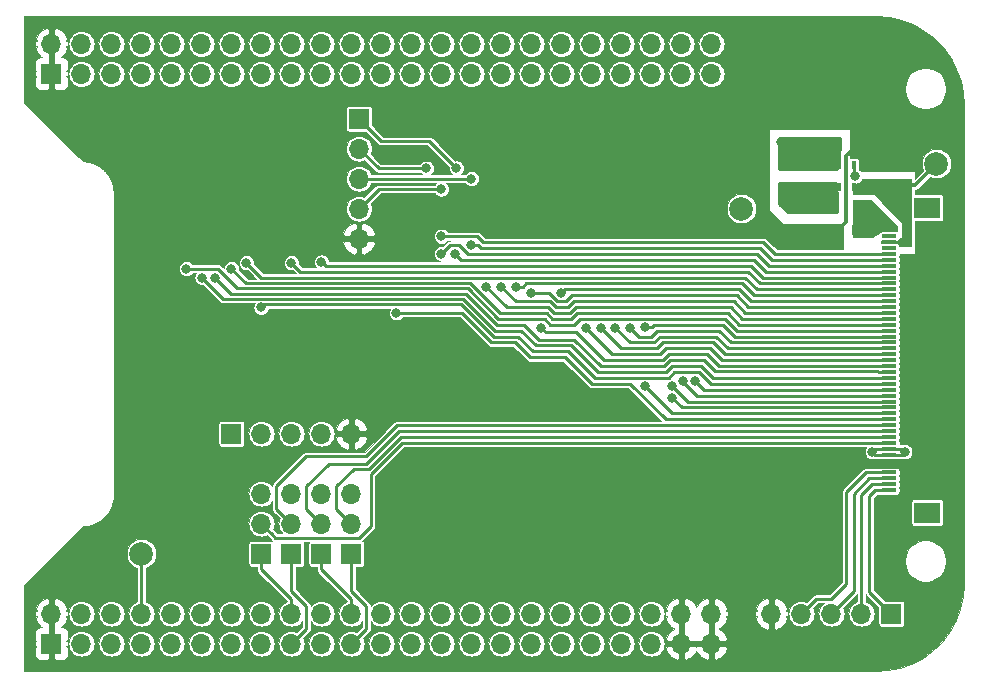
<source format=gtl>
G04 #@! TF.GenerationSoftware,KiCad,Pcbnew,(5.1.0)-1*
G04 #@! TF.CreationDate,2019-05-27T21:22:35+02:00*
G04 #@! TF.ProjectId,TFT-Interface,5446542d-496e-4746-9572-666163652e6b,rev?*
G04 #@! TF.SameCoordinates,Original*
G04 #@! TF.FileFunction,Copper,L1,Top*
G04 #@! TF.FilePolarity,Positive*
%FSLAX46Y46*%
G04 Gerber Fmt 4.6, Leading zero omitted, Abs format (unit mm)*
G04 Created by KiCad (PCBNEW (5.1.0)-1) date 2019-05-27 21:22:35*
%MOMM*%
%LPD*%
G04 APERTURE LIST*
%ADD10R,1.700000X1.700000*%
%ADD11O,1.700000X1.700000*%
%ADD12C,0.100000*%
%ADD13C,0.875000*%
%ADD14R,2.790000X0.870000*%
%ADD15R,0.775000X0.890000*%
%ADD16C,0.500000*%
%ADD17R,0.400000X0.650000*%
%ADD18R,0.600000X0.450000*%
%ADD19C,2.000000*%
%ADD20R,1.300000X0.300000*%
%ADD21R,2.200000X1.800000*%
%ADD22C,0.600000*%
%ADD23C,0.800000*%
%ADD24C,0.300000*%
%ADD25C,0.250000*%
%ADD26C,0.254000*%
G04 APERTURE END LIST*
D10*
X191370000Y-114460000D03*
D11*
X188830000Y-114460000D03*
X186290000Y-114460000D03*
X183750000Y-114460000D03*
X181210000Y-114460000D03*
X146285000Y-82710000D03*
X146285000Y-80170000D03*
X146285000Y-77630000D03*
X146285000Y-75090000D03*
D10*
X146285000Y-72550000D03*
X135490000Y-99220000D03*
D11*
X138030000Y-99220000D03*
X140570000Y-99220000D03*
X143110000Y-99220000D03*
X145650000Y-99220000D03*
D12*
G36*
X187102691Y-81526053D02*
G01*
X187123926Y-81529203D01*
X187144750Y-81534419D01*
X187164962Y-81541651D01*
X187184368Y-81550830D01*
X187202781Y-81561866D01*
X187220024Y-81574654D01*
X187235930Y-81589070D01*
X187250346Y-81604976D01*
X187263134Y-81622219D01*
X187274170Y-81640632D01*
X187283349Y-81660038D01*
X187290581Y-81680250D01*
X187295797Y-81701074D01*
X187298947Y-81722309D01*
X187300000Y-81743750D01*
X187300000Y-82256250D01*
X187298947Y-82277691D01*
X187295797Y-82298926D01*
X187290581Y-82319750D01*
X187283349Y-82339962D01*
X187274170Y-82359368D01*
X187263134Y-82377781D01*
X187250346Y-82395024D01*
X187235930Y-82410930D01*
X187220024Y-82425346D01*
X187202781Y-82438134D01*
X187184368Y-82449170D01*
X187164962Y-82458349D01*
X187144750Y-82465581D01*
X187123926Y-82470797D01*
X187102691Y-82473947D01*
X187081250Y-82475000D01*
X186643750Y-82475000D01*
X186622309Y-82473947D01*
X186601074Y-82470797D01*
X186580250Y-82465581D01*
X186560038Y-82458349D01*
X186540632Y-82449170D01*
X186522219Y-82438134D01*
X186504976Y-82425346D01*
X186489070Y-82410930D01*
X186474654Y-82395024D01*
X186461866Y-82377781D01*
X186450830Y-82359368D01*
X186441651Y-82339962D01*
X186434419Y-82319750D01*
X186429203Y-82298926D01*
X186426053Y-82277691D01*
X186425000Y-82256250D01*
X186425000Y-81743750D01*
X186426053Y-81722309D01*
X186429203Y-81701074D01*
X186434419Y-81680250D01*
X186441651Y-81660038D01*
X186450830Y-81640632D01*
X186461866Y-81622219D01*
X186474654Y-81604976D01*
X186489070Y-81589070D01*
X186504976Y-81574654D01*
X186522219Y-81561866D01*
X186540632Y-81550830D01*
X186560038Y-81541651D01*
X186580250Y-81534419D01*
X186601074Y-81529203D01*
X186622309Y-81526053D01*
X186643750Y-81525000D01*
X187081250Y-81525000D01*
X187102691Y-81526053D01*
X187102691Y-81526053D01*
G37*
D13*
X186862500Y-82000000D03*
D12*
G36*
X188677691Y-81526053D02*
G01*
X188698926Y-81529203D01*
X188719750Y-81534419D01*
X188739962Y-81541651D01*
X188759368Y-81550830D01*
X188777781Y-81561866D01*
X188795024Y-81574654D01*
X188810930Y-81589070D01*
X188825346Y-81604976D01*
X188838134Y-81622219D01*
X188849170Y-81640632D01*
X188858349Y-81660038D01*
X188865581Y-81680250D01*
X188870797Y-81701074D01*
X188873947Y-81722309D01*
X188875000Y-81743750D01*
X188875000Y-82256250D01*
X188873947Y-82277691D01*
X188870797Y-82298926D01*
X188865581Y-82319750D01*
X188858349Y-82339962D01*
X188849170Y-82359368D01*
X188838134Y-82377781D01*
X188825346Y-82395024D01*
X188810930Y-82410930D01*
X188795024Y-82425346D01*
X188777781Y-82438134D01*
X188759368Y-82449170D01*
X188739962Y-82458349D01*
X188719750Y-82465581D01*
X188698926Y-82470797D01*
X188677691Y-82473947D01*
X188656250Y-82475000D01*
X188218750Y-82475000D01*
X188197309Y-82473947D01*
X188176074Y-82470797D01*
X188155250Y-82465581D01*
X188135038Y-82458349D01*
X188115632Y-82449170D01*
X188097219Y-82438134D01*
X188079976Y-82425346D01*
X188064070Y-82410930D01*
X188049654Y-82395024D01*
X188036866Y-82377781D01*
X188025830Y-82359368D01*
X188016651Y-82339962D01*
X188009419Y-82319750D01*
X188004203Y-82298926D01*
X188001053Y-82277691D01*
X188000000Y-82256250D01*
X188000000Y-81743750D01*
X188001053Y-81722309D01*
X188004203Y-81701074D01*
X188009419Y-81680250D01*
X188016651Y-81660038D01*
X188025830Y-81640632D01*
X188036866Y-81622219D01*
X188049654Y-81604976D01*
X188064070Y-81589070D01*
X188079976Y-81574654D01*
X188097219Y-81561866D01*
X188115632Y-81550830D01*
X188135038Y-81541651D01*
X188155250Y-81534419D01*
X188176074Y-81529203D01*
X188197309Y-81526053D01*
X188218750Y-81525000D01*
X188656250Y-81525000D01*
X188677691Y-81526053D01*
X188677691Y-81526053D01*
G37*
D13*
X188437500Y-82000000D03*
D14*
X183800000Y-79175000D03*
D15*
X182242500Y-78605000D03*
D16*
X182752500Y-78629000D03*
D12*
G36*
X182629733Y-78159885D02*
G01*
X183224474Y-78740268D01*
X182875267Y-79098115D01*
X182280526Y-78517732D01*
X182629733Y-78159885D01*
X182629733Y-78159885D01*
G37*
D16*
X182307000Y-79153500D03*
D12*
G36*
X182208804Y-78696895D02*
G01*
X182761821Y-79259650D01*
X182405196Y-79610105D01*
X181852179Y-79047350D01*
X182208804Y-78696895D01*
X182208804Y-78696895D01*
G37*
D16*
X185293000Y-79153500D03*
D12*
G36*
X184838179Y-79259650D02*
G01*
X185391196Y-78696895D01*
X185747821Y-79047350D01*
X185194804Y-79610105D01*
X184838179Y-79259650D01*
X184838179Y-79259650D01*
G37*
D15*
X185357500Y-78605000D03*
D16*
X184847500Y-78629000D03*
D12*
G36*
X184375526Y-78740268D02*
G01*
X184970267Y-78159885D01*
X185319474Y-78517732D01*
X184724733Y-79098115D01*
X184375526Y-78740268D01*
X184375526Y-78740268D01*
G37*
D14*
X183800000Y-75645000D03*
D15*
X182242500Y-76215000D03*
D16*
X182752500Y-76191000D03*
D12*
G36*
X182280526Y-76302268D02*
G01*
X182875267Y-75721885D01*
X183224474Y-76079732D01*
X182629733Y-76660115D01*
X182280526Y-76302268D01*
X182280526Y-76302268D01*
G37*
D16*
X182307000Y-75666500D03*
D12*
G36*
X181852179Y-75772650D02*
G01*
X182405196Y-75209895D01*
X182761821Y-75560350D01*
X182208804Y-76123105D01*
X181852179Y-75772650D01*
X181852179Y-75772650D01*
G37*
D15*
X185357500Y-76215000D03*
D16*
X184847500Y-76191000D03*
D12*
G36*
X184724733Y-75721885D02*
G01*
X185319474Y-76302268D01*
X184970267Y-76660115D01*
X184375526Y-76079732D01*
X184724733Y-75721885D01*
X184724733Y-75721885D01*
G37*
D16*
X185293000Y-75666500D03*
D12*
G36*
X185194804Y-75209895D02*
G01*
X185747821Y-75772650D01*
X185391196Y-76123105D01*
X184838179Y-75560350D01*
X185194804Y-75209895D01*
X185194804Y-75209895D01*
G37*
D17*
X186900000Y-78360000D03*
X188200000Y-78360000D03*
X187550000Y-78360000D03*
X188200000Y-76460000D03*
X186900000Y-76460000D03*
D18*
X188648000Y-80156000D03*
X186548000Y-80156000D03*
D11*
X138030000Y-104300000D03*
X138030000Y-106840000D03*
D10*
X138030000Y-109380000D03*
X140570000Y-109380000D03*
D11*
X140570000Y-106840000D03*
X140570000Y-104300000D03*
X145650000Y-104300000D03*
X145650000Y-106840000D03*
D10*
X145650000Y-109380000D03*
X143110000Y-109380000D03*
D11*
X143110000Y-106840000D03*
X143110000Y-104300000D03*
X176130000Y-66210000D03*
X176130000Y-68750000D03*
X173590000Y-66210000D03*
X173590000Y-68750000D03*
X171050000Y-66210000D03*
X171050000Y-68750000D03*
X168510000Y-66210000D03*
X168510000Y-68750000D03*
X165970000Y-66210000D03*
X165970000Y-68750000D03*
X163430000Y-66210000D03*
X163430000Y-68750000D03*
X160890000Y-66210000D03*
X160890000Y-68750000D03*
X158350000Y-66210000D03*
X158350000Y-68750000D03*
X155810000Y-66210000D03*
X155810000Y-68750000D03*
X153270000Y-66210000D03*
X153270000Y-68750000D03*
X150730000Y-66210000D03*
X150730000Y-68750000D03*
X148190000Y-66210000D03*
X148190000Y-68750000D03*
X145650000Y-66210000D03*
X145650000Y-68750000D03*
X143110000Y-66210000D03*
X143110000Y-68750000D03*
X140570000Y-66210000D03*
X140570000Y-68750000D03*
X138030000Y-66210000D03*
X138030000Y-68750000D03*
X135490000Y-66210000D03*
X135490000Y-68750000D03*
X132950000Y-66210000D03*
X132950000Y-68750000D03*
X130410000Y-66210000D03*
X130410000Y-68750000D03*
X127870000Y-66210000D03*
X127870000Y-68750000D03*
X125330000Y-66210000D03*
X125330000Y-68750000D03*
X122790000Y-66210000D03*
X122790000Y-68750000D03*
X120250000Y-66210000D03*
D10*
X120250000Y-68750000D03*
X120250000Y-117000000D03*
D11*
X120250000Y-114460000D03*
X122790000Y-117000000D03*
X122790000Y-114460000D03*
X125330000Y-117000000D03*
X125330000Y-114460000D03*
X127870000Y-117000000D03*
X127870000Y-114460000D03*
X130410000Y-117000000D03*
X130410000Y-114460000D03*
X132950000Y-117000000D03*
X132950000Y-114460000D03*
X135490000Y-117000000D03*
X135490000Y-114460000D03*
X138030000Y-117000000D03*
X138030000Y-114460000D03*
X140570000Y-117000000D03*
X140570000Y-114460000D03*
X143110000Y-117000000D03*
X143110000Y-114460000D03*
X145650000Y-117000000D03*
X145650000Y-114460000D03*
X148190000Y-117000000D03*
X148190000Y-114460000D03*
X150730000Y-117000000D03*
X150730000Y-114460000D03*
X153270000Y-117000000D03*
X153270000Y-114460000D03*
X155810000Y-117000000D03*
X155810000Y-114460000D03*
X158350000Y-117000000D03*
X158350000Y-114460000D03*
X160890000Y-117000000D03*
X160890000Y-114460000D03*
X163430000Y-117000000D03*
X163430000Y-114460000D03*
X165970000Y-117000000D03*
X165970000Y-114460000D03*
X168510000Y-117000000D03*
X168510000Y-114460000D03*
X171050000Y-117000000D03*
X171050000Y-114460000D03*
X173590000Y-117000000D03*
X173590000Y-114460000D03*
X176130000Y-117000000D03*
X176130000Y-114460000D03*
D19*
X178670000Y-80170000D03*
X195180000Y-76360000D03*
X127870000Y-109380000D03*
D12*
G36*
X187002691Y-74436053D02*
G01*
X187023926Y-74439203D01*
X187044750Y-74444419D01*
X187064962Y-74451651D01*
X187084368Y-74460830D01*
X187102781Y-74471866D01*
X187120024Y-74484654D01*
X187135930Y-74499070D01*
X187150346Y-74514976D01*
X187163134Y-74532219D01*
X187174170Y-74550632D01*
X187183349Y-74570038D01*
X187190581Y-74590250D01*
X187195797Y-74611074D01*
X187198947Y-74632309D01*
X187200000Y-74653750D01*
X187200000Y-75166250D01*
X187198947Y-75187691D01*
X187195797Y-75208926D01*
X187190581Y-75229750D01*
X187183349Y-75249962D01*
X187174170Y-75269368D01*
X187163134Y-75287781D01*
X187150346Y-75305024D01*
X187135930Y-75320930D01*
X187120024Y-75335346D01*
X187102781Y-75348134D01*
X187084368Y-75359170D01*
X187064962Y-75368349D01*
X187044750Y-75375581D01*
X187023926Y-75380797D01*
X187002691Y-75383947D01*
X186981250Y-75385000D01*
X186543750Y-75385000D01*
X186522309Y-75383947D01*
X186501074Y-75380797D01*
X186480250Y-75375581D01*
X186460038Y-75368349D01*
X186440632Y-75359170D01*
X186422219Y-75348134D01*
X186404976Y-75335346D01*
X186389070Y-75320930D01*
X186374654Y-75305024D01*
X186361866Y-75287781D01*
X186350830Y-75269368D01*
X186341651Y-75249962D01*
X186334419Y-75229750D01*
X186329203Y-75208926D01*
X186326053Y-75187691D01*
X186325000Y-75166250D01*
X186325000Y-74653750D01*
X186326053Y-74632309D01*
X186329203Y-74611074D01*
X186334419Y-74590250D01*
X186341651Y-74570038D01*
X186350830Y-74550632D01*
X186361866Y-74532219D01*
X186374654Y-74514976D01*
X186389070Y-74499070D01*
X186404976Y-74484654D01*
X186422219Y-74471866D01*
X186440632Y-74460830D01*
X186460038Y-74451651D01*
X186480250Y-74444419D01*
X186501074Y-74439203D01*
X186522309Y-74436053D01*
X186543750Y-74435000D01*
X186981250Y-74435000D01*
X187002691Y-74436053D01*
X187002691Y-74436053D01*
G37*
D13*
X186762500Y-74910000D03*
D12*
G36*
X188577691Y-74436053D02*
G01*
X188598926Y-74439203D01*
X188619750Y-74444419D01*
X188639962Y-74451651D01*
X188659368Y-74460830D01*
X188677781Y-74471866D01*
X188695024Y-74484654D01*
X188710930Y-74499070D01*
X188725346Y-74514976D01*
X188738134Y-74532219D01*
X188749170Y-74550632D01*
X188758349Y-74570038D01*
X188765581Y-74590250D01*
X188770797Y-74611074D01*
X188773947Y-74632309D01*
X188775000Y-74653750D01*
X188775000Y-75166250D01*
X188773947Y-75187691D01*
X188770797Y-75208926D01*
X188765581Y-75229750D01*
X188758349Y-75249962D01*
X188749170Y-75269368D01*
X188738134Y-75287781D01*
X188725346Y-75305024D01*
X188710930Y-75320930D01*
X188695024Y-75335346D01*
X188677781Y-75348134D01*
X188659368Y-75359170D01*
X188639962Y-75368349D01*
X188619750Y-75375581D01*
X188598926Y-75380797D01*
X188577691Y-75383947D01*
X188556250Y-75385000D01*
X188118750Y-75385000D01*
X188097309Y-75383947D01*
X188076074Y-75380797D01*
X188055250Y-75375581D01*
X188035038Y-75368349D01*
X188015632Y-75359170D01*
X187997219Y-75348134D01*
X187979976Y-75335346D01*
X187964070Y-75320930D01*
X187949654Y-75305024D01*
X187936866Y-75287781D01*
X187925830Y-75269368D01*
X187916651Y-75249962D01*
X187909419Y-75229750D01*
X187904203Y-75208926D01*
X187901053Y-75187691D01*
X187900000Y-75166250D01*
X187900000Y-74653750D01*
X187901053Y-74632309D01*
X187904203Y-74611074D01*
X187909419Y-74590250D01*
X187916651Y-74570038D01*
X187925830Y-74550632D01*
X187936866Y-74532219D01*
X187949654Y-74514976D01*
X187964070Y-74499070D01*
X187979976Y-74484654D01*
X187997219Y-74471866D01*
X188015632Y-74460830D01*
X188035038Y-74451651D01*
X188055250Y-74444419D01*
X188076074Y-74439203D01*
X188097309Y-74436053D01*
X188118750Y-74435000D01*
X188556250Y-74435000D01*
X188577691Y-74436053D01*
X188577691Y-74436053D01*
G37*
D13*
X188337500Y-74910000D03*
D20*
X191150000Y-82000000D03*
X191150000Y-82500000D03*
X191150000Y-83000000D03*
X191150000Y-83500000D03*
X191150000Y-84000000D03*
X191150000Y-84500000D03*
X191150000Y-85000000D03*
X191150000Y-85500000D03*
X191150000Y-86000000D03*
X191150000Y-86500000D03*
X191150000Y-87000000D03*
X191150000Y-87500000D03*
X191150000Y-88000000D03*
X191150000Y-88500000D03*
X191150000Y-89000000D03*
X191150000Y-89500000D03*
X191150000Y-90000000D03*
X191150000Y-90500000D03*
X191150000Y-91000000D03*
X191150000Y-91500000D03*
X191150000Y-92000000D03*
X191150000Y-92500000D03*
X191150000Y-93000000D03*
X191150000Y-93500000D03*
X191150000Y-94000000D03*
X191150000Y-94500000D03*
X191150000Y-95000000D03*
X191150000Y-95500000D03*
X191150000Y-96000000D03*
X191150000Y-96500000D03*
X191150000Y-97000000D03*
X191150000Y-97500000D03*
X191150000Y-98000000D03*
X191150000Y-98500000D03*
X191150000Y-99000000D03*
X191150000Y-99500000D03*
X191150000Y-100000000D03*
X191150000Y-100500000D03*
X191150000Y-101000000D03*
X191150000Y-101500000D03*
X191150000Y-102000000D03*
X191150000Y-102500000D03*
X191150000Y-103000000D03*
X191150000Y-103500000D03*
X191150000Y-104000000D03*
D21*
X194400000Y-105900000D03*
X194400000Y-80100000D03*
D12*
G36*
X190077691Y-77761053D02*
G01*
X190098926Y-77764203D01*
X190119750Y-77769419D01*
X190139962Y-77776651D01*
X190159368Y-77785830D01*
X190177781Y-77796866D01*
X190195024Y-77809654D01*
X190210930Y-77824070D01*
X190225346Y-77839976D01*
X190238134Y-77857219D01*
X190249170Y-77875632D01*
X190258349Y-77895038D01*
X190265581Y-77915250D01*
X190270797Y-77936074D01*
X190273947Y-77957309D01*
X190275000Y-77978750D01*
X190275000Y-78416250D01*
X190273947Y-78437691D01*
X190270797Y-78458926D01*
X190265581Y-78479750D01*
X190258349Y-78499962D01*
X190249170Y-78519368D01*
X190238134Y-78537781D01*
X190225346Y-78555024D01*
X190210930Y-78570930D01*
X190195024Y-78585346D01*
X190177781Y-78598134D01*
X190159368Y-78609170D01*
X190139962Y-78618349D01*
X190119750Y-78625581D01*
X190098926Y-78630797D01*
X190077691Y-78633947D01*
X190056250Y-78635000D01*
X189543750Y-78635000D01*
X189522309Y-78633947D01*
X189501074Y-78630797D01*
X189480250Y-78625581D01*
X189460038Y-78618349D01*
X189440632Y-78609170D01*
X189422219Y-78598134D01*
X189404976Y-78585346D01*
X189389070Y-78570930D01*
X189374654Y-78555024D01*
X189361866Y-78537781D01*
X189350830Y-78519368D01*
X189341651Y-78499962D01*
X189334419Y-78479750D01*
X189329203Y-78458926D01*
X189326053Y-78437691D01*
X189325000Y-78416250D01*
X189325000Y-77978750D01*
X189326053Y-77957309D01*
X189329203Y-77936074D01*
X189334419Y-77915250D01*
X189341651Y-77895038D01*
X189350830Y-77875632D01*
X189361866Y-77857219D01*
X189374654Y-77839976D01*
X189389070Y-77824070D01*
X189404976Y-77809654D01*
X189422219Y-77796866D01*
X189440632Y-77785830D01*
X189460038Y-77776651D01*
X189480250Y-77769419D01*
X189501074Y-77764203D01*
X189522309Y-77761053D01*
X189543750Y-77760000D01*
X190056250Y-77760000D01*
X190077691Y-77761053D01*
X190077691Y-77761053D01*
G37*
D13*
X189800000Y-78197500D03*
D12*
G36*
X190077691Y-76186053D02*
G01*
X190098926Y-76189203D01*
X190119750Y-76194419D01*
X190139962Y-76201651D01*
X190159368Y-76210830D01*
X190177781Y-76221866D01*
X190195024Y-76234654D01*
X190210930Y-76249070D01*
X190225346Y-76264976D01*
X190238134Y-76282219D01*
X190249170Y-76300632D01*
X190258349Y-76320038D01*
X190265581Y-76340250D01*
X190270797Y-76361074D01*
X190273947Y-76382309D01*
X190275000Y-76403750D01*
X190275000Y-76841250D01*
X190273947Y-76862691D01*
X190270797Y-76883926D01*
X190265581Y-76904750D01*
X190258349Y-76924962D01*
X190249170Y-76944368D01*
X190238134Y-76962781D01*
X190225346Y-76980024D01*
X190210930Y-76995930D01*
X190195024Y-77010346D01*
X190177781Y-77023134D01*
X190159368Y-77034170D01*
X190139962Y-77043349D01*
X190119750Y-77050581D01*
X190098926Y-77055797D01*
X190077691Y-77058947D01*
X190056250Y-77060000D01*
X189543750Y-77060000D01*
X189522309Y-77058947D01*
X189501074Y-77055797D01*
X189480250Y-77050581D01*
X189460038Y-77043349D01*
X189440632Y-77034170D01*
X189422219Y-77023134D01*
X189404976Y-77010346D01*
X189389070Y-76995930D01*
X189374654Y-76980024D01*
X189361866Y-76962781D01*
X189350830Y-76944368D01*
X189341651Y-76924962D01*
X189334419Y-76904750D01*
X189329203Y-76883926D01*
X189326053Y-76862691D01*
X189325000Y-76841250D01*
X189325000Y-76403750D01*
X189326053Y-76382309D01*
X189329203Y-76361074D01*
X189334419Y-76340250D01*
X189341651Y-76320038D01*
X189350830Y-76300632D01*
X189361866Y-76282219D01*
X189374654Y-76264976D01*
X189389070Y-76249070D01*
X189404976Y-76234654D01*
X189422219Y-76221866D01*
X189440632Y-76210830D01*
X189460038Y-76201651D01*
X189480250Y-76194419D01*
X189501074Y-76189203D01*
X189522309Y-76186053D01*
X189543750Y-76185000D01*
X190056250Y-76185000D01*
X190077691Y-76186053D01*
X190077691Y-76186053D01*
G37*
D13*
X189800000Y-76622500D03*
D22*
X185750000Y-82000000D03*
D23*
X153270000Y-71788000D03*
X155810000Y-71788000D03*
X158350000Y-71788000D03*
X160890000Y-71788000D03*
X163430000Y-71788000D03*
X165970000Y-71788000D03*
X168510000Y-71788000D03*
X171050000Y-71788000D03*
X173590000Y-71788000D03*
X150730000Y-71788000D03*
X176638000Y-71788000D03*
X142094000Y-73820000D03*
X138538000Y-73820000D03*
X135490000Y-71788000D03*
X132950000Y-71788000D03*
X188300000Y-77410000D03*
X189750000Y-100750000D03*
X192500000Y-100750000D03*
D22*
X178670000Y-80170000D03*
X190100000Y-80805000D03*
D23*
X173750000Y-94750000D03*
X174750000Y-94750000D03*
X138000000Y-88537038D03*
X133000000Y-86000000D03*
X134093839Y-86031162D03*
X166750000Y-90250000D03*
X168000000Y-90250000D03*
X169250000Y-90250000D03*
X170500000Y-90225000D03*
X131680000Y-85250000D03*
X135490000Y-85250000D03*
X163430000Y-87282000D03*
X159620000Y-86774000D03*
X136760000Y-84750000D03*
X140570000Y-84750000D03*
X143110000Y-84691013D03*
X182000000Y-74500000D03*
X183000000Y-74500000D03*
X184000000Y-74500000D03*
X185000000Y-74500000D03*
X172823347Y-96176653D03*
X172828000Y-95156000D03*
X170542000Y-95225000D03*
X165500000Y-90250000D03*
X161724847Y-90250153D03*
X160890000Y-87282000D03*
X157080000Y-86774000D03*
X158350000Y-86774000D03*
X154443346Y-84000000D03*
X154540000Y-76741000D03*
X155810000Y-83225000D03*
X155810000Y-77630000D03*
X153270000Y-83980000D03*
X152000000Y-76750000D03*
X153250000Y-78500000D03*
X153270000Y-82500000D03*
X149460000Y-88987048D03*
D24*
X188862500Y-78197500D02*
X189800000Y-78197500D01*
X188200000Y-78360000D02*
X188700000Y-78360000D01*
X188700000Y-78360000D02*
X188862500Y-78197500D01*
X193342500Y-78197500D02*
X195180000Y-76360000D01*
X189800000Y-78197500D02*
X193342500Y-78197500D01*
X187550000Y-75697500D02*
X188337500Y-74910000D01*
X187550000Y-78360000D02*
X187550000Y-75697500D01*
X186862500Y-82000000D02*
X185750000Y-82000000D01*
X187550000Y-81312500D02*
X186862500Y-82000000D01*
X187550000Y-78360000D02*
X187550000Y-81312500D01*
D25*
X188200000Y-76460000D02*
X188200000Y-77310000D01*
X188200000Y-77310000D02*
X188300000Y-77410000D01*
X191150000Y-100500000D02*
X190000000Y-100500000D01*
X190000000Y-100500000D02*
X189750000Y-100750000D01*
X191150000Y-100500000D02*
X192250000Y-100500000D01*
X192250000Y-100500000D02*
X192500000Y-100750000D01*
X192250000Y-101000000D02*
X192500000Y-100750000D01*
X191150000Y-101000000D02*
X192250000Y-101000000D01*
X190000000Y-101000000D02*
X189750000Y-100750000D01*
X191150000Y-101000000D02*
X190000000Y-101000000D01*
X173750000Y-94823002D02*
X173750000Y-94750000D01*
X191150000Y-96000000D02*
X174926998Y-96000000D01*
X174926998Y-96000000D02*
X173750000Y-94823002D01*
X191150000Y-95500000D02*
X175500000Y-95500000D01*
X175500000Y-95500000D02*
X174750000Y-94750000D01*
X166250000Y-94500000D02*
X164000000Y-92250000D01*
X172500000Y-94500000D02*
X166250000Y-94500000D01*
X173000000Y-94000000D02*
X172500000Y-94500000D01*
X138274990Y-88262048D02*
X138000000Y-88537038D01*
X175113590Y-94000000D02*
X173000000Y-94000000D01*
X191150000Y-95000000D02*
X176113590Y-95000000D01*
X176113590Y-95000000D02*
X175113590Y-94000000D01*
X159750000Y-91000000D02*
X157687358Y-91000000D01*
X164000000Y-92250000D02*
X161000000Y-92250000D01*
X161000000Y-92250000D02*
X159750000Y-91000000D01*
X157687358Y-91000000D02*
X154949406Y-88262048D01*
X154949406Y-88262048D02*
X138274990Y-88262048D01*
X191150000Y-94500000D02*
X176250000Y-94500000D01*
X155135806Y-87812038D02*
X134812038Y-87812038D01*
X157823768Y-90500000D02*
X155135806Y-87812038D01*
X161250000Y-91750000D02*
X160000000Y-90500000D01*
X164250000Y-91750000D02*
X161250000Y-91750000D01*
X134812038Y-87812038D02*
X133000000Y-86000000D01*
X160000000Y-90500000D02*
X157823768Y-90500000D01*
X176250000Y-94500000D02*
X175250000Y-93500000D01*
X175250000Y-93500000D02*
X172772820Y-93500000D01*
X172772820Y-93500000D02*
X172272820Y-94000000D01*
X172272820Y-94000000D02*
X166500000Y-94000000D01*
X166500000Y-94000000D02*
X164250000Y-91750000D01*
X134093839Y-86031162D02*
X135424705Y-87362028D01*
X155322206Y-87362028D02*
X157250000Y-89289822D01*
X135424705Y-87362028D02*
X155322206Y-87362028D01*
X157250000Y-89289822D02*
X157750000Y-89789822D01*
X190250000Y-94000000D02*
X191150000Y-94000000D01*
X190200010Y-93950010D02*
X190250000Y-94000000D01*
X175500000Y-93000000D02*
X176450010Y-93950010D01*
X176450010Y-93950010D02*
X190200010Y-93950010D01*
X172636410Y-93000000D02*
X175500000Y-93000000D01*
X157250000Y-89289822D02*
X158000000Y-90039822D01*
X160289822Y-90039822D02*
X161500000Y-91250000D01*
X158000000Y-90039822D02*
X160289822Y-90039822D01*
X164500000Y-91250000D02*
X166750000Y-93500000D01*
X172136410Y-93500000D02*
X172636410Y-93000000D01*
X161500000Y-91250000D02*
X164500000Y-91250000D01*
X166750000Y-93500000D02*
X172136410Y-93500000D01*
X166750000Y-90250000D02*
X168500000Y-92000000D01*
X168500000Y-92000000D02*
X171500000Y-92000000D01*
X171500000Y-92000000D02*
X172000000Y-91500000D01*
X172000000Y-91500000D02*
X176250000Y-91500000D01*
X177250000Y-92500000D02*
X191150000Y-92500000D01*
X176250000Y-91500000D02*
X177250000Y-92500000D01*
X177500000Y-92000000D02*
X191150000Y-92000000D01*
X176500000Y-91000000D02*
X177500000Y-92000000D01*
X171750000Y-91000000D02*
X176500000Y-91000000D01*
X171250000Y-91500000D02*
X171750000Y-91000000D01*
X169250000Y-91500000D02*
X171250000Y-91500000D01*
X168000000Y-90250000D02*
X169250000Y-91500000D01*
X177750000Y-91500000D02*
X191150000Y-91500000D01*
X176750000Y-90500000D02*
X177750000Y-91500000D01*
X171500000Y-90500000D02*
X176750000Y-90500000D01*
X171000000Y-91000000D02*
X171500000Y-90500000D01*
X170000000Y-91000000D02*
X171000000Y-91000000D01*
X169250000Y-90250000D02*
X170000000Y-91000000D01*
X170500000Y-90225000D02*
X171065685Y-90225000D01*
X171065685Y-90225000D02*
X171290685Y-90000000D01*
X178113590Y-91000000D02*
X191150000Y-91000000D01*
X177113590Y-90000000D02*
X178113590Y-91000000D01*
X171290685Y-90000000D02*
X177113590Y-90000000D01*
X136000000Y-86912018D02*
X134337982Y-85250000D01*
X155508606Y-86912018D02*
X136000000Y-86912018D01*
X134337982Y-85250000D02*
X131680000Y-85250000D01*
X158096588Y-89500000D02*
X155508606Y-86912018D01*
X162000000Y-89500000D02*
X158096588Y-89500000D01*
X178250000Y-90500000D02*
X177250000Y-89500000D01*
X177250000Y-89500000D02*
X165000000Y-89500000D01*
X165000000Y-89500000D02*
X164500000Y-90000000D01*
X164500000Y-90000000D02*
X162500000Y-90000000D01*
X191150000Y-90500000D02*
X178250000Y-90500000D01*
X162500000Y-90000000D02*
X162000000Y-89500000D01*
X177500000Y-89000000D02*
X178500000Y-90000000D01*
X164772820Y-89000000D02*
X177500000Y-89000000D01*
X164272820Y-89500000D02*
X164772820Y-89000000D01*
X136702009Y-86462009D02*
X155695008Y-86462010D01*
X178500000Y-90000000D02*
X191150000Y-90000000D01*
X135490000Y-85250000D02*
X136702009Y-86462009D01*
X155695008Y-86462010D02*
X158232998Y-89000000D01*
X158232998Y-89000000D02*
X162165768Y-89000000D01*
X162165768Y-89000000D02*
X162665768Y-89500000D01*
X162665768Y-89500000D02*
X164272820Y-89500000D01*
X179500000Y-88000000D02*
X191150000Y-88000000D01*
X178500000Y-87000000D02*
X179500000Y-88000000D01*
X163750000Y-87000000D02*
X178500000Y-87000000D01*
X163468000Y-87282000D02*
X163750000Y-87000000D01*
X163430000Y-87282000D02*
X163468000Y-87282000D01*
X160185685Y-86774000D02*
X159620000Y-86774000D01*
X160459685Y-86500000D02*
X160185685Y-86774000D01*
X178750000Y-86500000D02*
X160459685Y-86500000D01*
X179750000Y-87500000D02*
X178750000Y-86500000D01*
X191150000Y-87500000D02*
X179750000Y-87500000D01*
X180000000Y-87000000D02*
X191150000Y-87000000D01*
X179000000Y-86000000D02*
X180000000Y-87000000D01*
X138010000Y-86000000D02*
X179000000Y-86000000D01*
X136760000Y-84750000D02*
X138010000Y-86000000D01*
X180250000Y-86500000D02*
X191150000Y-86500000D01*
X179250000Y-85500000D02*
X180250000Y-86500000D01*
X141320000Y-85500000D02*
X179250000Y-85500000D01*
X140570000Y-84750000D02*
X141320000Y-85500000D01*
X180500000Y-86000000D02*
X191150000Y-86000000D01*
X179500000Y-85000000D02*
X180500000Y-86000000D01*
X143500000Y-85000000D02*
X179500000Y-85000000D01*
X143191013Y-84691013D02*
X143500000Y-85000000D01*
X143110000Y-84691013D02*
X143191013Y-84691013D01*
X186900000Y-75047500D02*
X186762500Y-74910000D01*
X186900000Y-76460000D02*
X186900000Y-75047500D01*
X185602500Y-76460000D02*
X185357500Y-76215000D01*
X186900000Y-76460000D02*
X185602500Y-76460000D01*
X185357500Y-75731000D02*
X185293000Y-75666500D01*
X185357500Y-76215000D02*
X185357500Y-75731000D01*
X184787500Y-75645000D02*
X185357500Y-76215000D01*
X183800000Y-75645000D02*
X184787500Y-75645000D01*
X182812500Y-75645000D02*
X182242500Y-76215000D01*
X183800000Y-75645000D02*
X182812500Y-75645000D01*
X127870000Y-114460000D02*
X127870000Y-109380000D01*
X182155000Y-75645000D02*
X182000000Y-75490000D01*
X183800000Y-75645000D02*
X182155000Y-75645000D01*
X182000000Y-75490000D02*
X182000000Y-74500000D01*
X182000000Y-74500000D02*
X183000000Y-74500000D01*
X183000000Y-74500000D02*
X183750000Y-74500000D01*
X184000000Y-74500000D02*
X185000000Y-74500000D01*
X140570000Y-109380000D02*
X140570000Y-112555000D01*
X140570000Y-112555000D02*
X141840000Y-113825000D01*
X141840000Y-115730000D02*
X140570000Y-117000000D01*
X141840000Y-113825000D02*
X141840000Y-115730000D01*
X138030000Y-110717919D02*
X138030000Y-109380000D01*
X140570000Y-114460000D02*
X140570000Y-113257919D01*
X140570000Y-113257919D02*
X138030000Y-110717919D01*
X146920000Y-115730000D02*
X145650000Y-117000000D01*
X145650000Y-112555000D02*
X146920000Y-113825000D01*
X145650000Y-109380000D02*
X145650000Y-112555000D01*
X146920000Y-113825000D02*
X146920000Y-115730000D01*
X143110000Y-110717919D02*
X143110000Y-109380000D01*
X145650000Y-113257919D02*
X143110000Y-110717919D01*
X145650000Y-114460000D02*
X145650000Y-113257919D01*
X173646694Y-97000000D02*
X191150000Y-97000000D01*
X172823347Y-96176653D02*
X173646694Y-97000000D01*
X191150000Y-96500000D02*
X174172000Y-96500000D01*
X174172000Y-96500000D02*
X172828000Y-95156000D01*
X175368000Y-97500000D02*
X191150000Y-97500000D01*
X172817000Y-97500000D02*
X175368000Y-97500000D01*
X170542000Y-95225000D02*
X172817000Y-97500000D01*
X165500000Y-90250000D02*
X167750000Y-92500000D01*
X167750000Y-92500000D02*
X171750000Y-92500000D01*
X171750000Y-92500000D02*
X172250000Y-92000000D01*
X172250000Y-92000000D02*
X176000000Y-92000000D01*
X177000000Y-93000000D02*
X191150000Y-93000000D01*
X176000000Y-92000000D02*
X177000000Y-93000000D01*
X162124846Y-90650152D02*
X164650152Y-90650152D01*
X161724847Y-90250153D02*
X162124846Y-90650152D01*
X164650152Y-90650152D02*
X167000000Y-93000000D01*
X167000000Y-93000000D02*
X172000000Y-93000000D01*
X172000000Y-93000000D02*
X172500000Y-92500000D01*
X172500000Y-92500000D02*
X175750000Y-92500000D01*
X176750000Y-93500000D02*
X191150000Y-93500000D01*
X175750000Y-92500000D02*
X176750000Y-93500000D01*
X179250000Y-88500000D02*
X191150000Y-88500000D01*
X160890000Y-87282000D02*
X162356998Y-87282000D01*
X162356998Y-87282000D02*
X163081999Y-88007001D01*
X163081999Y-88007001D02*
X163778001Y-88007001D01*
X163778001Y-88007001D02*
X164285002Y-87500000D01*
X164285002Y-87500000D02*
X178250000Y-87500000D01*
X178250000Y-87500000D02*
X179250000Y-88500000D01*
X177750000Y-88500000D02*
X178750000Y-89500000D01*
X158806000Y-88500000D02*
X162302178Y-88500000D01*
X157080000Y-86774000D02*
X158806000Y-88500000D01*
X162302178Y-88500000D02*
X162802178Y-89000000D01*
X178750000Y-89500000D02*
X191150000Y-89500000D01*
X164136410Y-89000000D02*
X164636410Y-88500000D01*
X162802178Y-89000000D02*
X164136410Y-89000000D01*
X164636410Y-88500000D02*
X177750000Y-88500000D01*
X179000000Y-89000000D02*
X191150000Y-89000000D01*
X178000000Y-88000000D02*
X179000000Y-89000000D01*
X164500000Y-88000000D02*
X178000000Y-88000000D01*
X164000000Y-88500000D02*
X164500000Y-88000000D01*
X159583001Y-88007001D02*
X161242999Y-88007001D01*
X158350000Y-86774000D02*
X159583001Y-88007001D01*
X161242999Y-88007001D02*
X161250000Y-88000000D01*
X161250000Y-88000000D02*
X162438588Y-88000000D01*
X162438588Y-88000000D02*
X162938588Y-88500000D01*
X162938588Y-88500000D02*
X164000000Y-88500000D01*
X154943346Y-84500000D02*
X154443346Y-84000000D01*
X179750000Y-84500000D02*
X180750000Y-85500000D01*
X154943346Y-84500000D02*
X179750000Y-84500000D01*
X191150000Y-85500000D02*
X180750000Y-85500000D01*
X146285000Y-72550000D02*
X146300000Y-72550000D01*
X152239000Y-74440000D02*
X154540000Y-76741000D01*
X148190000Y-74440000D02*
X152239000Y-74440000D01*
X146300000Y-72550000D02*
X148190000Y-74440000D01*
X181250000Y-84500000D02*
X191150000Y-84500000D01*
X180250000Y-83500000D02*
X181250000Y-84500000D01*
X156650685Y-83500000D02*
X180250000Y-83500000D01*
X156375685Y-83225000D02*
X156650685Y-83500000D01*
X155810000Y-83225000D02*
X156375685Y-83225000D01*
X155810000Y-77630000D02*
X146285000Y-77630000D01*
X181000000Y-85000000D02*
X191150000Y-85000000D01*
X153250000Y-84000000D02*
X154000000Y-83250000D01*
X154000000Y-83250000D02*
X154750000Y-83250000D01*
X154750000Y-83250000D02*
X155500000Y-84000000D01*
X155500000Y-84000000D02*
X180000000Y-84000000D01*
X180000000Y-84000000D02*
X181000000Y-85000000D01*
X147945000Y-76750000D02*
X146285000Y-75090000D01*
X152000000Y-76750000D02*
X147945000Y-76750000D01*
X153270000Y-83980000D02*
X154000000Y-83250000D01*
X153250000Y-78500000D02*
X147955000Y-78500000D01*
X147955000Y-78500000D02*
X146285000Y-80170000D01*
X156787095Y-83000000D02*
X180500000Y-83000000D01*
X180500000Y-83000000D02*
X181500000Y-84000000D01*
X153270000Y-82500000D02*
X156287095Y-82500000D01*
X156287095Y-82500000D02*
X156787095Y-83000000D01*
X181500000Y-84000000D02*
X191150000Y-84000000D01*
X163750000Y-92750000D02*
X166000000Y-95000000D01*
X160750000Y-92750000D02*
X163750000Y-92750000D01*
X159500000Y-91500000D02*
X160750000Y-92750000D01*
X157500000Y-91500000D02*
X159500000Y-91500000D01*
X149460000Y-88987048D02*
X154987048Y-88987048D01*
X154987048Y-88987048D02*
X157500000Y-91500000D01*
X166000000Y-95000000D02*
X169250000Y-95000000D01*
X169250000Y-95000000D02*
X172250000Y-98000000D01*
X172250000Y-98000000D02*
X191150000Y-98000000D01*
X191150000Y-104000000D02*
X190000000Y-104000000D01*
X190000000Y-104000000D02*
X189500000Y-104500000D01*
X189500000Y-104500000D02*
X189500000Y-105500000D01*
X189500000Y-105500000D02*
X189500000Y-106000000D01*
X189500000Y-112590000D02*
X191370000Y-114460000D01*
X189500000Y-105500000D02*
X189500000Y-112590000D01*
X189500000Y-103000000D02*
X191150000Y-103000000D01*
X188195000Y-104305000D02*
X189500000Y-103000000D01*
X188195000Y-112555000D02*
X188195000Y-104305000D01*
X186290000Y-114460000D02*
X188195000Y-112555000D01*
X191150000Y-103500000D02*
X189750000Y-103500000D01*
X188830000Y-104420000D02*
X188830000Y-106000000D01*
X189750000Y-103500000D02*
X188830000Y-104420000D01*
X188830000Y-106000000D02*
X188830000Y-114460000D01*
X187560000Y-104190000D02*
X187560000Y-111920000D01*
X189250000Y-102500000D02*
X187560000Y-104190000D01*
X191150000Y-102500000D02*
X189250000Y-102500000D01*
X186290000Y-113190000D02*
X187560000Y-111920000D01*
X185020000Y-113190000D02*
X186290000Y-113190000D01*
X185020000Y-113190000D02*
X183750000Y-114460000D01*
X141840000Y-105570000D02*
X143110000Y-106840000D01*
X141840000Y-103665000D02*
X141840000Y-105570000D01*
X143745000Y-101760000D02*
X141840000Y-103665000D01*
X146921410Y-101760000D02*
X143745000Y-101760000D01*
X149681410Y-99000000D02*
X146921410Y-101760000D01*
X191150000Y-99000000D02*
X149681410Y-99000000D01*
X144380000Y-105570000D02*
X145650000Y-106840000D01*
X144380000Y-103665000D02*
X144380000Y-105570000D01*
X145834990Y-102210010D02*
X144380000Y-103665000D01*
X147107810Y-102210010D02*
X145834990Y-102210010D01*
X149817820Y-99500000D02*
X147107810Y-102210010D01*
X191150000Y-99500000D02*
X149817820Y-99500000D01*
X139300000Y-105570000D02*
X140570000Y-106840000D01*
X139300000Y-103665000D02*
X139300000Y-105570000D01*
X141840000Y-101125000D02*
X139300000Y-103665000D01*
X146920000Y-101125000D02*
X141840000Y-101125000D01*
X149545000Y-98500000D02*
X146920000Y-101125000D01*
X191150000Y-98500000D02*
X149545000Y-98500000D01*
X138879999Y-107689999D02*
X138030000Y-106840000D01*
X139205001Y-108015001D02*
X138879999Y-107689999D01*
X191150000Y-100000000D02*
X149954230Y-100000000D01*
X149954230Y-100000000D02*
X147294211Y-102660019D01*
X147294211Y-102660019D02*
X147289981Y-102660019D01*
X147289981Y-102660019D02*
X147289981Y-107010020D01*
X147289981Y-107010020D02*
X146285000Y-108015001D01*
X146285000Y-108015001D02*
X139205001Y-108015001D01*
D24*
X185602500Y-78360000D02*
X185357500Y-78605000D01*
X186900000Y-78360000D02*
X185602500Y-78360000D01*
X182242500Y-79089000D02*
X182307000Y-79153500D01*
X182242500Y-78605000D02*
X182242500Y-79089000D01*
D26*
G36*
X187023000Y-75114343D02*
G01*
X187022185Y-75115158D01*
X186992237Y-75139736D01*
X186967659Y-75169684D01*
X186967655Y-75169688D01*
X186934690Y-75209856D01*
X186894139Y-75259267D01*
X186855177Y-75332160D01*
X186821246Y-75395641D01*
X186776359Y-75543614D01*
X186761203Y-75697500D01*
X186765001Y-75736063D01*
X186765001Y-76773000D01*
X181877000Y-76773000D01*
X181877000Y-74227000D01*
X187023000Y-74227000D01*
X187023000Y-75114343D01*
X187023000Y-75114343D01*
G37*
X187023000Y-75114343D02*
X187022185Y-75115158D01*
X186992237Y-75139736D01*
X186967659Y-75169684D01*
X186967655Y-75169688D01*
X186934690Y-75209856D01*
X186894139Y-75259267D01*
X186855177Y-75332160D01*
X186821246Y-75395641D01*
X186776359Y-75543614D01*
X186761203Y-75697500D01*
X186765001Y-75736063D01*
X186765001Y-76773000D01*
X181877000Y-76773000D01*
X181877000Y-74227000D01*
X187023000Y-74227000D01*
X187023000Y-75114343D01*
G36*
X186711928Y-78035000D02*
G01*
X186711928Y-78685000D01*
X186724188Y-78809482D01*
X186760498Y-78929180D01*
X186765000Y-78937603D01*
X186765001Y-80473000D01*
X182602606Y-80473000D01*
X181877000Y-79747394D01*
X181877000Y-78027000D01*
X186712716Y-78027000D01*
X186711928Y-78035000D01*
X186711928Y-78035000D01*
G37*
X186711928Y-78035000D02*
X186711928Y-78685000D01*
X186724188Y-78809482D01*
X186760498Y-78929180D01*
X186765000Y-78937603D01*
X186765001Y-80473000D01*
X182602606Y-80473000D01*
X181877000Y-79747394D01*
X181877000Y-78027000D01*
X186712716Y-78027000D01*
X186711928Y-78035000D01*
D12*
G36*
X191800000Y-81620710D02*
G01*
X191800000Y-82098791D01*
X190500000Y-82098791D01*
X190450992Y-82103618D01*
X190403866Y-82117913D01*
X190360436Y-82141127D01*
X190322368Y-82172368D01*
X190291127Y-82210436D01*
X190267913Y-82253866D01*
X190253618Y-82300992D01*
X190248791Y-82350000D01*
X190050000Y-82350000D01*
X190040245Y-82350961D01*
X190030866Y-82353806D01*
X190022221Y-82358427D01*
X190014645Y-82364645D01*
X189829290Y-82550000D01*
X188100000Y-82550000D01*
X188100000Y-79450000D01*
X189629290Y-79450000D01*
X191800000Y-81620710D01*
X191800000Y-81620710D01*
G37*
X191800000Y-81620710D02*
X191800000Y-82098791D01*
X190500000Y-82098791D01*
X190450992Y-82103618D01*
X190403866Y-82117913D01*
X190360436Y-82141127D01*
X190322368Y-82172368D01*
X190291127Y-82210436D01*
X190267913Y-82253866D01*
X190253618Y-82300992D01*
X190248791Y-82350000D01*
X190050000Y-82350000D01*
X190040245Y-82350961D01*
X190030866Y-82353806D01*
X190022221Y-82358427D01*
X190014645Y-82364645D01*
X189829290Y-82550000D01*
X188100000Y-82550000D01*
X188100000Y-79450000D01*
X189629290Y-79450000D01*
X191800000Y-81620710D01*
G36*
X193000000Y-83350000D02*
G01*
X192051209Y-83350000D01*
X192046382Y-83300992D01*
X192032087Y-83253866D01*
X192008873Y-83210436D01*
X191977632Y-83172368D01*
X191939564Y-83141127D01*
X191896134Y-83117913D01*
X191849008Y-83103618D01*
X191800000Y-83098791D01*
X190500000Y-83098791D01*
X190500000Y-82901209D01*
X191800000Y-82901209D01*
X191849008Y-82896382D01*
X191896134Y-82882087D01*
X191939564Y-82858873D01*
X191977632Y-82827632D01*
X192008873Y-82789564D01*
X192032087Y-82746134D01*
X192046382Y-82699008D01*
X192051209Y-82650000D01*
X192250000Y-82650000D01*
X192259755Y-82649039D01*
X192269134Y-82646194D01*
X192277779Y-82641573D01*
X192285355Y-82635355D01*
X192291573Y-82627779D01*
X192296194Y-82619134D01*
X192299039Y-82609755D01*
X192300000Y-82600000D01*
X192300000Y-81400000D01*
X192299039Y-81390245D01*
X192296194Y-81380866D01*
X192291573Y-81372221D01*
X192285355Y-81364645D01*
X189885355Y-78964645D01*
X189877779Y-78958427D01*
X189869134Y-78953806D01*
X189859755Y-78950961D01*
X189850000Y-78950000D01*
X188100000Y-78950000D01*
X188100000Y-78030712D01*
X188110402Y-78035021D01*
X188235981Y-78060000D01*
X188364019Y-78060000D01*
X188489598Y-78035021D01*
X188607890Y-77986022D01*
X188714351Y-77914888D01*
X188804888Y-77824351D01*
X188876022Y-77717890D01*
X188904143Y-77650000D01*
X193000000Y-77650000D01*
X193000000Y-83350000D01*
X193000000Y-83350000D01*
G37*
X193000000Y-83350000D02*
X192051209Y-83350000D01*
X192046382Y-83300992D01*
X192032087Y-83253866D01*
X192008873Y-83210436D01*
X191977632Y-83172368D01*
X191939564Y-83141127D01*
X191896134Y-83117913D01*
X191849008Y-83103618D01*
X191800000Y-83098791D01*
X190500000Y-83098791D01*
X190500000Y-82901209D01*
X191800000Y-82901209D01*
X191849008Y-82896382D01*
X191896134Y-82882087D01*
X191939564Y-82858873D01*
X191977632Y-82827632D01*
X192008873Y-82789564D01*
X192032087Y-82746134D01*
X192046382Y-82699008D01*
X192051209Y-82650000D01*
X192250000Y-82650000D01*
X192259755Y-82649039D01*
X192269134Y-82646194D01*
X192277779Y-82641573D01*
X192285355Y-82635355D01*
X192291573Y-82627779D01*
X192296194Y-82619134D01*
X192299039Y-82609755D01*
X192300000Y-82600000D01*
X192300000Y-81400000D01*
X192299039Y-81390245D01*
X192296194Y-81380866D01*
X192291573Y-81372221D01*
X192285355Y-81364645D01*
X189885355Y-78964645D01*
X189877779Y-78958427D01*
X189869134Y-78953806D01*
X189859755Y-78950961D01*
X189850000Y-78950000D01*
X188100000Y-78950000D01*
X188100000Y-78030712D01*
X188110402Y-78035021D01*
X188235981Y-78060000D01*
X188364019Y-78060000D01*
X188489598Y-78035021D01*
X188607890Y-77986022D01*
X188714351Y-77914888D01*
X188804888Y-77824351D01*
X188876022Y-77717890D01*
X188904143Y-77650000D01*
X193000000Y-77650000D01*
X193000000Y-83350000D01*
G36*
X191167428Y-63963041D02*
G01*
X192212497Y-64193772D01*
X193213314Y-64572948D01*
X194148905Y-65092622D01*
X194999682Y-65741914D01*
X195747824Y-66507226D01*
X196377645Y-67372514D01*
X196875960Y-68319654D01*
X197232332Y-69328815D01*
X197439540Y-70380109D01*
X197495000Y-71286869D01*
X197495000Y-76945114D01*
X196290375Y-76945724D01*
X196381963Y-76724611D01*
X196430000Y-76483114D01*
X196430000Y-76236886D01*
X196381963Y-75995389D01*
X196287735Y-75767903D01*
X196150938Y-75563172D01*
X195976828Y-75389062D01*
X195772097Y-75252265D01*
X195544611Y-75158037D01*
X195303114Y-75110000D01*
X195056886Y-75110000D01*
X194815389Y-75158037D01*
X194587903Y-75252265D01*
X194383172Y-75389062D01*
X194209062Y-75563172D01*
X194072265Y-75767903D01*
X193978037Y-75995389D01*
X193930000Y-76236886D01*
X193930000Y-76483114D01*
X193978037Y-76724611D01*
X194057607Y-76916708D01*
X194027444Y-76946871D01*
X188758779Y-76949540D01*
X188714351Y-76905112D01*
X188639903Y-76855368D01*
X188646382Y-76834008D01*
X188651209Y-76785000D01*
X188651209Y-76135000D01*
X188646382Y-76085992D01*
X188632087Y-76038866D01*
X188608873Y-75995436D01*
X188577632Y-75957368D01*
X188539564Y-75926127D01*
X188496134Y-75902913D01*
X188449008Y-75888618D01*
X188400000Y-75883791D01*
X188000000Y-75883791D01*
X187950992Y-75888618D01*
X187903866Y-75902913D01*
X187900000Y-75904979D01*
X187900000Y-73500000D01*
X187899039Y-73490245D01*
X187896194Y-73480866D01*
X187891573Y-73472221D01*
X187885355Y-73464645D01*
X187877779Y-73458427D01*
X187869134Y-73453806D01*
X187859755Y-73450961D01*
X187850000Y-73450000D01*
X181050000Y-73450000D01*
X181040245Y-73450961D01*
X181030866Y-73453806D01*
X181022221Y-73458427D01*
X181014645Y-73464645D01*
X181008427Y-73472221D01*
X181003806Y-73480866D01*
X181000961Y-73490245D01*
X181000000Y-73500000D01*
X181000000Y-80250000D01*
X181000961Y-80259755D01*
X181003806Y-80269134D01*
X181008427Y-80277779D01*
X181015405Y-80286099D01*
X182215405Y-81436099D01*
X182223112Y-81442155D01*
X182231853Y-81446591D01*
X182241291Y-81449236D01*
X182250000Y-81450000D01*
X187300000Y-81450000D01*
X187300000Y-83625000D01*
X181655330Y-83625000D01*
X180778195Y-82747866D01*
X180766448Y-82733552D01*
X180709347Y-82686691D01*
X180644200Y-82651869D01*
X180573513Y-82630426D01*
X180518419Y-82625000D01*
X180518416Y-82625000D01*
X180500000Y-82623186D01*
X180481584Y-82625000D01*
X156942425Y-82625000D01*
X156565290Y-82247866D01*
X156553543Y-82233552D01*
X156496442Y-82186691D01*
X156431295Y-82151869D01*
X156360608Y-82130426D01*
X156305514Y-82125000D01*
X156305511Y-82125000D01*
X156287095Y-82123186D01*
X156268679Y-82125000D01*
X153801181Y-82125000D01*
X153774888Y-82085649D01*
X153684351Y-81995112D01*
X153577890Y-81923978D01*
X153459598Y-81874979D01*
X153334019Y-81850000D01*
X153205981Y-81850000D01*
X153080402Y-81874979D01*
X152962110Y-81923978D01*
X152855649Y-81995112D01*
X152765112Y-82085649D01*
X152693978Y-82192110D01*
X152644979Y-82310402D01*
X152620000Y-82435981D01*
X152620000Y-82564019D01*
X152644979Y-82689598D01*
X152693978Y-82807890D01*
X152765112Y-82914351D01*
X152855649Y-83004888D01*
X152962110Y-83076022D01*
X153080402Y-83125021D01*
X153205981Y-83150000D01*
X153334019Y-83150000D01*
X153459598Y-83125021D01*
X153577890Y-83076022D01*
X153684351Y-83004888D01*
X153774888Y-82914351D01*
X153801181Y-82875000D01*
X153981581Y-82875000D01*
X153926487Y-82880426D01*
X153855800Y-82901869D01*
X153790653Y-82936691D01*
X153733552Y-82983552D01*
X153721809Y-82997861D01*
X153380437Y-83339233D01*
X153334019Y-83330000D01*
X153205981Y-83330000D01*
X153080402Y-83354979D01*
X152962110Y-83403978D01*
X152855649Y-83475112D01*
X152765112Y-83565649D01*
X152693978Y-83672110D01*
X152644979Y-83790402D01*
X152620000Y-83915981D01*
X152620000Y-84044019D01*
X152644979Y-84169598D01*
X152693978Y-84287890D01*
X152765112Y-84394351D01*
X152855649Y-84484888D01*
X152962110Y-84556022D01*
X153080402Y-84605021D01*
X153180844Y-84625000D01*
X143759603Y-84625000D01*
X143735021Y-84501415D01*
X143686022Y-84383123D01*
X143614888Y-84276662D01*
X143524351Y-84186125D01*
X143417890Y-84114991D01*
X143299598Y-84065992D01*
X143174019Y-84041013D01*
X143045981Y-84041013D01*
X142920402Y-84065992D01*
X142802110Y-84114991D01*
X142695649Y-84186125D01*
X142605112Y-84276662D01*
X142533978Y-84383123D01*
X142484979Y-84501415D01*
X142460000Y-84626994D01*
X142460000Y-84755032D01*
X142484979Y-84880611D01*
X142533978Y-84998903D01*
X142605112Y-85105364D01*
X142624748Y-85125000D01*
X141475330Y-85125000D01*
X141210767Y-84860437D01*
X141220000Y-84814019D01*
X141220000Y-84685981D01*
X141195021Y-84560402D01*
X141146022Y-84442110D01*
X141074888Y-84335649D01*
X140984351Y-84245112D01*
X140877890Y-84173978D01*
X140759598Y-84124979D01*
X140634019Y-84100000D01*
X140505981Y-84100000D01*
X140380402Y-84124979D01*
X140262110Y-84173978D01*
X140155649Y-84245112D01*
X140065112Y-84335649D01*
X139993978Y-84442110D01*
X139944979Y-84560402D01*
X139920000Y-84685981D01*
X139920000Y-84814019D01*
X139944979Y-84939598D01*
X139993978Y-85057890D01*
X140065112Y-85164351D01*
X140155649Y-85254888D01*
X140262110Y-85326022D01*
X140380402Y-85375021D01*
X140505981Y-85400000D01*
X140634019Y-85400000D01*
X140680437Y-85390767D01*
X140914670Y-85625000D01*
X138165330Y-85625000D01*
X137400767Y-84860438D01*
X137410000Y-84814019D01*
X137410000Y-84685981D01*
X137385021Y-84560402D01*
X137336022Y-84442110D01*
X137264888Y-84335649D01*
X137174351Y-84245112D01*
X137067890Y-84173978D01*
X136949598Y-84124979D01*
X136824019Y-84100000D01*
X136695981Y-84100000D01*
X136570402Y-84124979D01*
X136452110Y-84173978D01*
X136345649Y-84245112D01*
X136255112Y-84335649D01*
X136183978Y-84442110D01*
X136134979Y-84560402D01*
X136110000Y-84685981D01*
X136110000Y-84814019D01*
X136134979Y-84939598D01*
X136183978Y-85057890D01*
X136255112Y-85164351D01*
X136345649Y-85254888D01*
X136452110Y-85326022D01*
X136570402Y-85375021D01*
X136695981Y-85400000D01*
X136824019Y-85400000D01*
X136870438Y-85390767D01*
X137566679Y-86087009D01*
X136857339Y-86087009D01*
X136130767Y-85360438D01*
X136140000Y-85314019D01*
X136140000Y-85185981D01*
X136115021Y-85060402D01*
X136066022Y-84942110D01*
X135994888Y-84835649D01*
X135904351Y-84745112D01*
X135797890Y-84673978D01*
X135679598Y-84624979D01*
X135554019Y-84600000D01*
X135425981Y-84600000D01*
X135300402Y-84624979D01*
X135182110Y-84673978D01*
X135075649Y-84745112D01*
X134985112Y-84835649D01*
X134913978Y-84942110D01*
X134864979Y-85060402D01*
X134840000Y-85185981D01*
X134840000Y-85221689D01*
X134616177Y-84997866D01*
X134604430Y-84983552D01*
X134547329Y-84936691D01*
X134482182Y-84901869D01*
X134411495Y-84880426D01*
X134356401Y-84875000D01*
X134356398Y-84875000D01*
X134337982Y-84873186D01*
X134319566Y-84875000D01*
X132211181Y-84875000D01*
X132184888Y-84835649D01*
X132094351Y-84745112D01*
X131987890Y-84673978D01*
X131869598Y-84624979D01*
X131744019Y-84600000D01*
X131615981Y-84600000D01*
X131490402Y-84624979D01*
X131372110Y-84673978D01*
X131265649Y-84745112D01*
X131175112Y-84835649D01*
X131103978Y-84942110D01*
X131054979Y-85060402D01*
X131030000Y-85185981D01*
X131030000Y-85314019D01*
X131054979Y-85439598D01*
X131103978Y-85557890D01*
X131175112Y-85664351D01*
X131265649Y-85754888D01*
X131372110Y-85826022D01*
X131490402Y-85875021D01*
X131615981Y-85900000D01*
X131744019Y-85900000D01*
X131869598Y-85875021D01*
X131987890Y-85826022D01*
X132094351Y-85754888D01*
X132184888Y-85664351D01*
X132211181Y-85625000D01*
X132468819Y-85625000D01*
X132423978Y-85692110D01*
X132374979Y-85810402D01*
X132350000Y-85935981D01*
X132350000Y-86064019D01*
X132374979Y-86189598D01*
X132423978Y-86307890D01*
X132495112Y-86414351D01*
X132585649Y-86504888D01*
X132692110Y-86576022D01*
X132810402Y-86625021D01*
X132935981Y-86650000D01*
X133064019Y-86650000D01*
X133110438Y-86640767D01*
X134533847Y-88064177D01*
X134545590Y-88078486D01*
X134559897Y-88090227D01*
X134602691Y-88125348D01*
X134632213Y-88141127D01*
X134667838Y-88160169D01*
X134738525Y-88181612D01*
X134793619Y-88187038D01*
X134793622Y-88187038D01*
X134812038Y-88188852D01*
X134830454Y-88187038D01*
X137452115Y-88187038D01*
X137423978Y-88229148D01*
X137374979Y-88347440D01*
X137350000Y-88473019D01*
X137350000Y-88601057D01*
X137374979Y-88726636D01*
X137423978Y-88844928D01*
X137495112Y-88951389D01*
X137585649Y-89041926D01*
X137692110Y-89113060D01*
X137810402Y-89162059D01*
X137935981Y-89187038D01*
X138064019Y-89187038D01*
X138189598Y-89162059D01*
X138307890Y-89113060D01*
X138414351Y-89041926D01*
X138504888Y-88951389D01*
X138576022Y-88844928D01*
X138625021Y-88726636D01*
X138642841Y-88637048D01*
X148912115Y-88637048D01*
X148883978Y-88679158D01*
X148834979Y-88797450D01*
X148810000Y-88923029D01*
X148810000Y-89051067D01*
X148834979Y-89176646D01*
X148883978Y-89294938D01*
X148955112Y-89401399D01*
X149045649Y-89491936D01*
X149152110Y-89563070D01*
X149270402Y-89612069D01*
X149395981Y-89637048D01*
X149524019Y-89637048D01*
X149649598Y-89612069D01*
X149767890Y-89563070D01*
X149874351Y-89491936D01*
X149964888Y-89401399D01*
X149991181Y-89362048D01*
X154831719Y-89362048D01*
X157221809Y-91752139D01*
X157233552Y-91766448D01*
X157290653Y-91813309D01*
X157355800Y-91848131D01*
X157426487Y-91869574D01*
X157481581Y-91875000D01*
X157481584Y-91875000D01*
X157500000Y-91876814D01*
X157518416Y-91875000D01*
X159344671Y-91875000D01*
X160471809Y-93002139D01*
X160483552Y-93016448D01*
X160540653Y-93063309D01*
X160605800Y-93098131D01*
X160676487Y-93119574D01*
X160731581Y-93125000D01*
X160731584Y-93125000D01*
X160750000Y-93126814D01*
X160768416Y-93125000D01*
X163594671Y-93125000D01*
X165721809Y-95252139D01*
X165733552Y-95266448D01*
X165747859Y-95278189D01*
X165790653Y-95313310D01*
X165817449Y-95327632D01*
X165855800Y-95348131D01*
X165926487Y-95369574D01*
X165981581Y-95375000D01*
X165981584Y-95375000D01*
X166000000Y-95376814D01*
X166018416Y-95375000D01*
X169094671Y-95375000D01*
X171844670Y-98125000D01*
X149563416Y-98125000D01*
X149545000Y-98123186D01*
X149526584Y-98125000D01*
X149526581Y-98125000D01*
X149471487Y-98130426D01*
X149400800Y-98151869D01*
X149383480Y-98161127D01*
X149335653Y-98186690D01*
X149308047Y-98209346D01*
X149278552Y-98233552D01*
X149266809Y-98247861D01*
X146764671Y-100750000D01*
X141858415Y-100750000D01*
X141839999Y-100748186D01*
X141821583Y-100750000D01*
X141821581Y-100750000D01*
X141766487Y-100755426D01*
X141695800Y-100776869D01*
X141695798Y-100776870D01*
X141630652Y-100811691D01*
X141603766Y-100833757D01*
X141573552Y-100858552D01*
X141561810Y-100872860D01*
X139047866Y-103386805D01*
X139033552Y-103398552D01*
X138986691Y-103455654D01*
X138951869Y-103520801D01*
X138930426Y-103591488D01*
X138925000Y-103646581D01*
X138924117Y-103655545D01*
X138811581Y-103518419D01*
X138644084Y-103380958D01*
X138452988Y-103278816D01*
X138245638Y-103215916D01*
X138084036Y-103200000D01*
X137975964Y-103200000D01*
X137814362Y-103215916D01*
X137607012Y-103278816D01*
X137415916Y-103380958D01*
X137248419Y-103518419D01*
X137110958Y-103685916D01*
X137008816Y-103877012D01*
X136945916Y-104084362D01*
X136924678Y-104300000D01*
X136945916Y-104515638D01*
X137008816Y-104722988D01*
X137110958Y-104914084D01*
X137248419Y-105081581D01*
X137415916Y-105219042D01*
X137607012Y-105321184D01*
X137814362Y-105384084D01*
X137975964Y-105400000D01*
X138084036Y-105400000D01*
X138245638Y-105384084D01*
X138452988Y-105321184D01*
X138644084Y-105219042D01*
X138811581Y-105081581D01*
X138925001Y-104943378D01*
X138925001Y-105551574D01*
X138923186Y-105570000D01*
X138928425Y-105623186D01*
X138930427Y-105643513D01*
X138932962Y-105651869D01*
X138951870Y-105714200D01*
X138982042Y-105770647D01*
X138986692Y-105779347D01*
X139033553Y-105836448D01*
X139047861Y-105848191D01*
X139572455Y-106372785D01*
X139548816Y-106417012D01*
X139485916Y-106624362D01*
X139464678Y-106840000D01*
X139485916Y-107055638D01*
X139548816Y-107262988D01*
X139650958Y-107454084D01*
X139788419Y-107621581D01*
X139810864Y-107640001D01*
X139360331Y-107640001D01*
X139158192Y-107437863D01*
X139158188Y-107437858D01*
X139027545Y-107307215D01*
X139051184Y-107262988D01*
X139114084Y-107055638D01*
X139135322Y-106840000D01*
X139114084Y-106624362D01*
X139051184Y-106417012D01*
X138949042Y-106225916D01*
X138811581Y-106058419D01*
X138644084Y-105920958D01*
X138452988Y-105818816D01*
X138245638Y-105755916D01*
X138084036Y-105740000D01*
X137975964Y-105740000D01*
X137814362Y-105755916D01*
X137607012Y-105818816D01*
X137415916Y-105920958D01*
X137248419Y-106058419D01*
X137110958Y-106225916D01*
X137008816Y-106417012D01*
X136945916Y-106624362D01*
X136924678Y-106840000D01*
X136945916Y-107055638D01*
X137008816Y-107262988D01*
X137110958Y-107454084D01*
X137248419Y-107621581D01*
X137415916Y-107759042D01*
X137607012Y-107861184D01*
X137814362Y-107924084D01*
X137975964Y-107940000D01*
X138084036Y-107940000D01*
X138245638Y-107924084D01*
X138452988Y-107861184D01*
X138497215Y-107837545D01*
X138627858Y-107968188D01*
X138627863Y-107968192D01*
X138926814Y-108267145D01*
X138938553Y-108281449D01*
X138948342Y-108289483D01*
X138929008Y-108283618D01*
X138880000Y-108278791D01*
X137180000Y-108278791D01*
X137130992Y-108283618D01*
X137083866Y-108297913D01*
X137040436Y-108321127D01*
X137002368Y-108352368D01*
X136971127Y-108390436D01*
X136947913Y-108433866D01*
X136933618Y-108480992D01*
X136928791Y-108530000D01*
X136928791Y-110230000D01*
X136933618Y-110279008D01*
X136947913Y-110326134D01*
X136971127Y-110369564D01*
X137002368Y-110407632D01*
X137040436Y-110438873D01*
X137083866Y-110462087D01*
X137130992Y-110476382D01*
X137180000Y-110481209D01*
X137655000Y-110481209D01*
X137655000Y-110699503D01*
X137653186Y-110717919D01*
X137655000Y-110736335D01*
X137655000Y-110736337D01*
X137660426Y-110791431D01*
X137681869Y-110862118D01*
X137716691Y-110927265D01*
X137763552Y-110984367D01*
X137777866Y-110996114D01*
X140195001Y-113413250D01*
X140195001Y-113424258D01*
X140147012Y-113438816D01*
X139955916Y-113540958D01*
X139788419Y-113678419D01*
X139650958Y-113845916D01*
X139548816Y-114037012D01*
X139485916Y-114244362D01*
X139464678Y-114460000D01*
X139485916Y-114675638D01*
X139548816Y-114882988D01*
X139650958Y-115074084D01*
X139788419Y-115241581D01*
X139955916Y-115379042D01*
X140147012Y-115481184D01*
X140354362Y-115544084D01*
X140515964Y-115560000D01*
X140624036Y-115560000D01*
X140785638Y-115544084D01*
X140992988Y-115481184D01*
X141184084Y-115379042D01*
X141351581Y-115241581D01*
X141465001Y-115103378D01*
X141465001Y-115574668D01*
X141037215Y-116002455D01*
X140992988Y-115978816D01*
X140785638Y-115915916D01*
X140624036Y-115900000D01*
X140515964Y-115900000D01*
X140354362Y-115915916D01*
X140147012Y-115978816D01*
X139955916Y-116080958D01*
X139788419Y-116218419D01*
X139650958Y-116385916D01*
X139548816Y-116577012D01*
X139485916Y-116784362D01*
X139464678Y-117000000D01*
X139485916Y-117215638D01*
X139548816Y-117422988D01*
X139650958Y-117614084D01*
X139788419Y-117781581D01*
X139955916Y-117919042D01*
X140147012Y-118021184D01*
X140354362Y-118084084D01*
X140515964Y-118100000D01*
X140624036Y-118100000D01*
X140785638Y-118084084D01*
X140992988Y-118021184D01*
X141184084Y-117919042D01*
X141351581Y-117781581D01*
X141489042Y-117614084D01*
X141591184Y-117422988D01*
X141654084Y-117215638D01*
X141675322Y-117000000D01*
X142004678Y-117000000D01*
X142025916Y-117215638D01*
X142088816Y-117422988D01*
X142190958Y-117614084D01*
X142328419Y-117781581D01*
X142495916Y-117919042D01*
X142687012Y-118021184D01*
X142894362Y-118084084D01*
X143055964Y-118100000D01*
X143164036Y-118100000D01*
X143325638Y-118084084D01*
X143532988Y-118021184D01*
X143724084Y-117919042D01*
X143891581Y-117781581D01*
X144029042Y-117614084D01*
X144131184Y-117422988D01*
X144194084Y-117215638D01*
X144215322Y-117000000D01*
X144194084Y-116784362D01*
X144131184Y-116577012D01*
X144029042Y-116385916D01*
X143891581Y-116218419D01*
X143724084Y-116080958D01*
X143532988Y-115978816D01*
X143325638Y-115915916D01*
X143164036Y-115900000D01*
X143055964Y-115900000D01*
X142894362Y-115915916D01*
X142687012Y-115978816D01*
X142495916Y-116080958D01*
X142328419Y-116218419D01*
X142190958Y-116385916D01*
X142088816Y-116577012D01*
X142025916Y-116784362D01*
X142004678Y-117000000D01*
X141675322Y-117000000D01*
X141654084Y-116784362D01*
X141591184Y-116577012D01*
X141567545Y-116532785D01*
X142092145Y-116008186D01*
X142106448Y-115996448D01*
X142118186Y-115982145D01*
X142118189Y-115982142D01*
X142153309Y-115939347D01*
X142188130Y-115874202D01*
X142188228Y-115873879D01*
X142209574Y-115803513D01*
X142215000Y-115748419D01*
X142215000Y-115748417D01*
X142216814Y-115730001D01*
X142215000Y-115711585D01*
X142215000Y-115103379D01*
X142328419Y-115241581D01*
X142495916Y-115379042D01*
X142687012Y-115481184D01*
X142894362Y-115544084D01*
X143055964Y-115560000D01*
X143164036Y-115560000D01*
X143325638Y-115544084D01*
X143532988Y-115481184D01*
X143724084Y-115379042D01*
X143891581Y-115241581D01*
X144029042Y-115074084D01*
X144131184Y-114882988D01*
X144194084Y-114675638D01*
X144215322Y-114460000D01*
X144194084Y-114244362D01*
X144131184Y-114037012D01*
X144029042Y-113845916D01*
X143891581Y-113678419D01*
X143724084Y-113540958D01*
X143532988Y-113438816D01*
X143325638Y-113375916D01*
X143164036Y-113360000D01*
X143055964Y-113360000D01*
X142894362Y-113375916D01*
X142687012Y-113438816D01*
X142495916Y-113540958D01*
X142328419Y-113678419D01*
X142215883Y-113815545D01*
X142213014Y-113786416D01*
X142209574Y-113751487D01*
X142188131Y-113680800D01*
X142153309Y-113615653D01*
X142145427Y-113606049D01*
X142118189Y-113572858D01*
X142118186Y-113572855D01*
X142106448Y-113558552D01*
X142092146Y-113546815D01*
X140945000Y-112399671D01*
X140945000Y-110481209D01*
X141420000Y-110481209D01*
X141469008Y-110476382D01*
X141516134Y-110462087D01*
X141559564Y-110438873D01*
X141597632Y-110407632D01*
X141628873Y-110369564D01*
X141652087Y-110326134D01*
X141666382Y-110279008D01*
X141671209Y-110230000D01*
X141671209Y-108530000D01*
X141666382Y-108480992D01*
X141652087Y-108433866D01*
X141628873Y-108390436D01*
X141628516Y-108390001D01*
X142051484Y-108390001D01*
X142051127Y-108390436D01*
X142027913Y-108433866D01*
X142013618Y-108480992D01*
X142008791Y-108530000D01*
X142008791Y-110230000D01*
X142013618Y-110279008D01*
X142027913Y-110326134D01*
X142051127Y-110369564D01*
X142082368Y-110407632D01*
X142120436Y-110438873D01*
X142163866Y-110462087D01*
X142210992Y-110476382D01*
X142260000Y-110481209D01*
X142735000Y-110481209D01*
X142735000Y-110699503D01*
X142733186Y-110717919D01*
X142735000Y-110736335D01*
X142735000Y-110736337D01*
X142740426Y-110791431D01*
X142761869Y-110862118D01*
X142796691Y-110927265D01*
X142843552Y-110984367D01*
X142857866Y-110996114D01*
X145275001Y-113413250D01*
X145275001Y-113424258D01*
X145227012Y-113438816D01*
X145035916Y-113540958D01*
X144868419Y-113678419D01*
X144730958Y-113845916D01*
X144628816Y-114037012D01*
X144565916Y-114244362D01*
X144544678Y-114460000D01*
X144565916Y-114675638D01*
X144628816Y-114882988D01*
X144730958Y-115074084D01*
X144868419Y-115241581D01*
X145035916Y-115379042D01*
X145227012Y-115481184D01*
X145434362Y-115544084D01*
X145595964Y-115560000D01*
X145704036Y-115560000D01*
X145865638Y-115544084D01*
X146072988Y-115481184D01*
X146264084Y-115379042D01*
X146431581Y-115241581D01*
X146545001Y-115103378D01*
X146545001Y-115574668D01*
X146117215Y-116002455D01*
X146072988Y-115978816D01*
X145865638Y-115915916D01*
X145704036Y-115900000D01*
X145595964Y-115900000D01*
X145434362Y-115915916D01*
X145227012Y-115978816D01*
X145035916Y-116080958D01*
X144868419Y-116218419D01*
X144730958Y-116385916D01*
X144628816Y-116577012D01*
X144565916Y-116784362D01*
X144544678Y-117000000D01*
X144565916Y-117215638D01*
X144628816Y-117422988D01*
X144730958Y-117614084D01*
X144868419Y-117781581D01*
X145035916Y-117919042D01*
X145227012Y-118021184D01*
X145434362Y-118084084D01*
X145595964Y-118100000D01*
X145704036Y-118100000D01*
X145865638Y-118084084D01*
X146072988Y-118021184D01*
X146264084Y-117919042D01*
X146431581Y-117781581D01*
X146569042Y-117614084D01*
X146671184Y-117422988D01*
X146734084Y-117215638D01*
X146755322Y-117000000D01*
X147084678Y-117000000D01*
X147105916Y-117215638D01*
X147168816Y-117422988D01*
X147270958Y-117614084D01*
X147408419Y-117781581D01*
X147575916Y-117919042D01*
X147767012Y-118021184D01*
X147974362Y-118084084D01*
X148135964Y-118100000D01*
X148244036Y-118100000D01*
X148405638Y-118084084D01*
X148612988Y-118021184D01*
X148804084Y-117919042D01*
X148971581Y-117781581D01*
X149109042Y-117614084D01*
X149211184Y-117422988D01*
X149274084Y-117215638D01*
X149295322Y-117000000D01*
X149624678Y-117000000D01*
X149645916Y-117215638D01*
X149708816Y-117422988D01*
X149810958Y-117614084D01*
X149948419Y-117781581D01*
X150115916Y-117919042D01*
X150307012Y-118021184D01*
X150514362Y-118084084D01*
X150675964Y-118100000D01*
X150784036Y-118100000D01*
X150945638Y-118084084D01*
X151152988Y-118021184D01*
X151344084Y-117919042D01*
X151511581Y-117781581D01*
X151649042Y-117614084D01*
X151751184Y-117422988D01*
X151814084Y-117215638D01*
X151835322Y-117000000D01*
X152164678Y-117000000D01*
X152185916Y-117215638D01*
X152248816Y-117422988D01*
X152350958Y-117614084D01*
X152488419Y-117781581D01*
X152655916Y-117919042D01*
X152847012Y-118021184D01*
X153054362Y-118084084D01*
X153215964Y-118100000D01*
X153324036Y-118100000D01*
X153485638Y-118084084D01*
X153692988Y-118021184D01*
X153884084Y-117919042D01*
X154051581Y-117781581D01*
X154189042Y-117614084D01*
X154291184Y-117422988D01*
X154354084Y-117215638D01*
X154375322Y-117000000D01*
X154704678Y-117000000D01*
X154725916Y-117215638D01*
X154788816Y-117422988D01*
X154890958Y-117614084D01*
X155028419Y-117781581D01*
X155195916Y-117919042D01*
X155387012Y-118021184D01*
X155594362Y-118084084D01*
X155755964Y-118100000D01*
X155864036Y-118100000D01*
X156025638Y-118084084D01*
X156232988Y-118021184D01*
X156424084Y-117919042D01*
X156591581Y-117781581D01*
X156729042Y-117614084D01*
X156831184Y-117422988D01*
X156894084Y-117215638D01*
X156915322Y-117000000D01*
X157244678Y-117000000D01*
X157265916Y-117215638D01*
X157328816Y-117422988D01*
X157430958Y-117614084D01*
X157568419Y-117781581D01*
X157735916Y-117919042D01*
X157927012Y-118021184D01*
X158134362Y-118084084D01*
X158295964Y-118100000D01*
X158404036Y-118100000D01*
X158565638Y-118084084D01*
X158772988Y-118021184D01*
X158964084Y-117919042D01*
X159131581Y-117781581D01*
X159269042Y-117614084D01*
X159371184Y-117422988D01*
X159434084Y-117215638D01*
X159455322Y-117000000D01*
X159784678Y-117000000D01*
X159805916Y-117215638D01*
X159868816Y-117422988D01*
X159970958Y-117614084D01*
X160108419Y-117781581D01*
X160275916Y-117919042D01*
X160467012Y-118021184D01*
X160674362Y-118084084D01*
X160835964Y-118100000D01*
X160944036Y-118100000D01*
X161105638Y-118084084D01*
X161312988Y-118021184D01*
X161504084Y-117919042D01*
X161671581Y-117781581D01*
X161809042Y-117614084D01*
X161911184Y-117422988D01*
X161974084Y-117215638D01*
X161995322Y-117000000D01*
X162324678Y-117000000D01*
X162345916Y-117215638D01*
X162408816Y-117422988D01*
X162510958Y-117614084D01*
X162648419Y-117781581D01*
X162815916Y-117919042D01*
X163007012Y-118021184D01*
X163214362Y-118084084D01*
X163375964Y-118100000D01*
X163484036Y-118100000D01*
X163645638Y-118084084D01*
X163852988Y-118021184D01*
X164044084Y-117919042D01*
X164211581Y-117781581D01*
X164349042Y-117614084D01*
X164451184Y-117422988D01*
X164514084Y-117215638D01*
X164535322Y-117000000D01*
X164864678Y-117000000D01*
X164885916Y-117215638D01*
X164948816Y-117422988D01*
X165050958Y-117614084D01*
X165188419Y-117781581D01*
X165355916Y-117919042D01*
X165547012Y-118021184D01*
X165754362Y-118084084D01*
X165915964Y-118100000D01*
X166024036Y-118100000D01*
X166185638Y-118084084D01*
X166392988Y-118021184D01*
X166584084Y-117919042D01*
X166751581Y-117781581D01*
X166889042Y-117614084D01*
X166991184Y-117422988D01*
X167054084Y-117215638D01*
X167075322Y-117000000D01*
X167404678Y-117000000D01*
X167425916Y-117215638D01*
X167488816Y-117422988D01*
X167590958Y-117614084D01*
X167728419Y-117781581D01*
X167895916Y-117919042D01*
X168087012Y-118021184D01*
X168294362Y-118084084D01*
X168455964Y-118100000D01*
X168564036Y-118100000D01*
X168725638Y-118084084D01*
X168932988Y-118021184D01*
X169124084Y-117919042D01*
X169291581Y-117781581D01*
X169429042Y-117614084D01*
X169531184Y-117422988D01*
X169594084Y-117215638D01*
X169615322Y-117000000D01*
X169944678Y-117000000D01*
X169965916Y-117215638D01*
X170028816Y-117422988D01*
X170130958Y-117614084D01*
X170268419Y-117781581D01*
X170435916Y-117919042D01*
X170627012Y-118021184D01*
X170834362Y-118084084D01*
X170995964Y-118100000D01*
X171104036Y-118100000D01*
X171265638Y-118084084D01*
X171472988Y-118021184D01*
X171664084Y-117919042D01*
X171831581Y-117781581D01*
X171969042Y-117614084D01*
X172071184Y-117422988D01*
X172072264Y-117419425D01*
X172245914Y-117419425D01*
X172353566Y-117673584D01*
X172508733Y-117901858D01*
X172705453Y-118095474D01*
X172936166Y-118246991D01*
X173170576Y-118344078D01*
X173386000Y-118251989D01*
X173386000Y-117204000D01*
X173794000Y-117204000D01*
X173794000Y-118251989D01*
X174009424Y-118344078D01*
X174243834Y-118246991D01*
X174474547Y-118095474D01*
X174671267Y-117901858D01*
X174826434Y-117673584D01*
X174860000Y-117594337D01*
X174893566Y-117673584D01*
X175048733Y-117901858D01*
X175245453Y-118095474D01*
X175476166Y-118246991D01*
X175710576Y-118344078D01*
X175926000Y-118251989D01*
X175926000Y-117204000D01*
X176334000Y-117204000D01*
X176334000Y-118251989D01*
X176549424Y-118344078D01*
X176783834Y-118246991D01*
X177014547Y-118095474D01*
X177211267Y-117901858D01*
X177366434Y-117673584D01*
X177474086Y-117419425D01*
X177383651Y-117204000D01*
X176334000Y-117204000D01*
X175926000Y-117204000D01*
X174876349Y-117204000D01*
X174860000Y-117242945D01*
X174843651Y-117204000D01*
X173794000Y-117204000D01*
X173386000Y-117204000D01*
X172336349Y-117204000D01*
X172245914Y-117419425D01*
X172072264Y-117419425D01*
X172134084Y-117215638D01*
X172155322Y-117000000D01*
X172134084Y-116784362D01*
X172071184Y-116577012D01*
X171969042Y-116385916D01*
X171831581Y-116218419D01*
X171664084Y-116080958D01*
X171472988Y-115978816D01*
X171265638Y-115915916D01*
X171104036Y-115900000D01*
X170995964Y-115900000D01*
X170834362Y-115915916D01*
X170627012Y-115978816D01*
X170435916Y-116080958D01*
X170268419Y-116218419D01*
X170130958Y-116385916D01*
X170028816Y-116577012D01*
X169965916Y-116784362D01*
X169944678Y-117000000D01*
X169615322Y-117000000D01*
X169594084Y-116784362D01*
X169531184Y-116577012D01*
X169429042Y-116385916D01*
X169291581Y-116218419D01*
X169124084Y-116080958D01*
X168932988Y-115978816D01*
X168725638Y-115915916D01*
X168564036Y-115900000D01*
X168455964Y-115900000D01*
X168294362Y-115915916D01*
X168087012Y-115978816D01*
X167895916Y-116080958D01*
X167728419Y-116218419D01*
X167590958Y-116385916D01*
X167488816Y-116577012D01*
X167425916Y-116784362D01*
X167404678Y-117000000D01*
X167075322Y-117000000D01*
X167054084Y-116784362D01*
X166991184Y-116577012D01*
X166889042Y-116385916D01*
X166751581Y-116218419D01*
X166584084Y-116080958D01*
X166392988Y-115978816D01*
X166185638Y-115915916D01*
X166024036Y-115900000D01*
X165915964Y-115900000D01*
X165754362Y-115915916D01*
X165547012Y-115978816D01*
X165355916Y-116080958D01*
X165188419Y-116218419D01*
X165050958Y-116385916D01*
X164948816Y-116577012D01*
X164885916Y-116784362D01*
X164864678Y-117000000D01*
X164535322Y-117000000D01*
X164514084Y-116784362D01*
X164451184Y-116577012D01*
X164349042Y-116385916D01*
X164211581Y-116218419D01*
X164044084Y-116080958D01*
X163852988Y-115978816D01*
X163645638Y-115915916D01*
X163484036Y-115900000D01*
X163375964Y-115900000D01*
X163214362Y-115915916D01*
X163007012Y-115978816D01*
X162815916Y-116080958D01*
X162648419Y-116218419D01*
X162510958Y-116385916D01*
X162408816Y-116577012D01*
X162345916Y-116784362D01*
X162324678Y-117000000D01*
X161995322Y-117000000D01*
X161974084Y-116784362D01*
X161911184Y-116577012D01*
X161809042Y-116385916D01*
X161671581Y-116218419D01*
X161504084Y-116080958D01*
X161312988Y-115978816D01*
X161105638Y-115915916D01*
X160944036Y-115900000D01*
X160835964Y-115900000D01*
X160674362Y-115915916D01*
X160467012Y-115978816D01*
X160275916Y-116080958D01*
X160108419Y-116218419D01*
X159970958Y-116385916D01*
X159868816Y-116577012D01*
X159805916Y-116784362D01*
X159784678Y-117000000D01*
X159455322Y-117000000D01*
X159434084Y-116784362D01*
X159371184Y-116577012D01*
X159269042Y-116385916D01*
X159131581Y-116218419D01*
X158964084Y-116080958D01*
X158772988Y-115978816D01*
X158565638Y-115915916D01*
X158404036Y-115900000D01*
X158295964Y-115900000D01*
X158134362Y-115915916D01*
X157927012Y-115978816D01*
X157735916Y-116080958D01*
X157568419Y-116218419D01*
X157430958Y-116385916D01*
X157328816Y-116577012D01*
X157265916Y-116784362D01*
X157244678Y-117000000D01*
X156915322Y-117000000D01*
X156894084Y-116784362D01*
X156831184Y-116577012D01*
X156729042Y-116385916D01*
X156591581Y-116218419D01*
X156424084Y-116080958D01*
X156232988Y-115978816D01*
X156025638Y-115915916D01*
X155864036Y-115900000D01*
X155755964Y-115900000D01*
X155594362Y-115915916D01*
X155387012Y-115978816D01*
X155195916Y-116080958D01*
X155028419Y-116218419D01*
X154890958Y-116385916D01*
X154788816Y-116577012D01*
X154725916Y-116784362D01*
X154704678Y-117000000D01*
X154375322Y-117000000D01*
X154354084Y-116784362D01*
X154291184Y-116577012D01*
X154189042Y-116385916D01*
X154051581Y-116218419D01*
X153884084Y-116080958D01*
X153692988Y-115978816D01*
X153485638Y-115915916D01*
X153324036Y-115900000D01*
X153215964Y-115900000D01*
X153054362Y-115915916D01*
X152847012Y-115978816D01*
X152655916Y-116080958D01*
X152488419Y-116218419D01*
X152350958Y-116385916D01*
X152248816Y-116577012D01*
X152185916Y-116784362D01*
X152164678Y-117000000D01*
X151835322Y-117000000D01*
X151814084Y-116784362D01*
X151751184Y-116577012D01*
X151649042Y-116385916D01*
X151511581Y-116218419D01*
X151344084Y-116080958D01*
X151152988Y-115978816D01*
X150945638Y-115915916D01*
X150784036Y-115900000D01*
X150675964Y-115900000D01*
X150514362Y-115915916D01*
X150307012Y-115978816D01*
X150115916Y-116080958D01*
X149948419Y-116218419D01*
X149810958Y-116385916D01*
X149708816Y-116577012D01*
X149645916Y-116784362D01*
X149624678Y-117000000D01*
X149295322Y-117000000D01*
X149274084Y-116784362D01*
X149211184Y-116577012D01*
X149109042Y-116385916D01*
X148971581Y-116218419D01*
X148804084Y-116080958D01*
X148612988Y-115978816D01*
X148405638Y-115915916D01*
X148244036Y-115900000D01*
X148135964Y-115900000D01*
X147974362Y-115915916D01*
X147767012Y-115978816D01*
X147575916Y-116080958D01*
X147408419Y-116218419D01*
X147270958Y-116385916D01*
X147168816Y-116577012D01*
X147105916Y-116784362D01*
X147084678Y-117000000D01*
X146755322Y-117000000D01*
X146734084Y-116784362D01*
X146671184Y-116577012D01*
X146647545Y-116532785D01*
X147172145Y-116008186D01*
X147186448Y-115996448D01*
X147198186Y-115982145D01*
X147198189Y-115982142D01*
X147233309Y-115939347D01*
X147268130Y-115874202D01*
X147268228Y-115873879D01*
X147289574Y-115803513D01*
X147295000Y-115748419D01*
X147295000Y-115748417D01*
X147296814Y-115730001D01*
X147295000Y-115711585D01*
X147295000Y-115103379D01*
X147408419Y-115241581D01*
X147575916Y-115379042D01*
X147767012Y-115481184D01*
X147974362Y-115544084D01*
X148135964Y-115560000D01*
X148244036Y-115560000D01*
X148405638Y-115544084D01*
X148612988Y-115481184D01*
X148804084Y-115379042D01*
X148971581Y-115241581D01*
X149109042Y-115074084D01*
X149211184Y-114882988D01*
X149274084Y-114675638D01*
X149295322Y-114460000D01*
X149624678Y-114460000D01*
X149645916Y-114675638D01*
X149708816Y-114882988D01*
X149810958Y-115074084D01*
X149948419Y-115241581D01*
X150115916Y-115379042D01*
X150307012Y-115481184D01*
X150514362Y-115544084D01*
X150675964Y-115560000D01*
X150784036Y-115560000D01*
X150945638Y-115544084D01*
X151152988Y-115481184D01*
X151344084Y-115379042D01*
X151511581Y-115241581D01*
X151649042Y-115074084D01*
X151751184Y-114882988D01*
X151814084Y-114675638D01*
X151835322Y-114460000D01*
X152164678Y-114460000D01*
X152185916Y-114675638D01*
X152248816Y-114882988D01*
X152350958Y-115074084D01*
X152488419Y-115241581D01*
X152655916Y-115379042D01*
X152847012Y-115481184D01*
X153054362Y-115544084D01*
X153215964Y-115560000D01*
X153324036Y-115560000D01*
X153485638Y-115544084D01*
X153692988Y-115481184D01*
X153884084Y-115379042D01*
X154051581Y-115241581D01*
X154189042Y-115074084D01*
X154291184Y-114882988D01*
X154354084Y-114675638D01*
X154375322Y-114460000D01*
X154704678Y-114460000D01*
X154725916Y-114675638D01*
X154788816Y-114882988D01*
X154890958Y-115074084D01*
X155028419Y-115241581D01*
X155195916Y-115379042D01*
X155387012Y-115481184D01*
X155594362Y-115544084D01*
X155755964Y-115560000D01*
X155864036Y-115560000D01*
X156025638Y-115544084D01*
X156232988Y-115481184D01*
X156424084Y-115379042D01*
X156591581Y-115241581D01*
X156729042Y-115074084D01*
X156831184Y-114882988D01*
X156894084Y-114675638D01*
X156915322Y-114460000D01*
X157244678Y-114460000D01*
X157265916Y-114675638D01*
X157328816Y-114882988D01*
X157430958Y-115074084D01*
X157568419Y-115241581D01*
X157735916Y-115379042D01*
X157927012Y-115481184D01*
X158134362Y-115544084D01*
X158295964Y-115560000D01*
X158404036Y-115560000D01*
X158565638Y-115544084D01*
X158772988Y-115481184D01*
X158964084Y-115379042D01*
X159131581Y-115241581D01*
X159269042Y-115074084D01*
X159371184Y-114882988D01*
X159434084Y-114675638D01*
X159455322Y-114460000D01*
X159784678Y-114460000D01*
X159805916Y-114675638D01*
X159868816Y-114882988D01*
X159970958Y-115074084D01*
X160108419Y-115241581D01*
X160275916Y-115379042D01*
X160467012Y-115481184D01*
X160674362Y-115544084D01*
X160835964Y-115560000D01*
X160944036Y-115560000D01*
X161105638Y-115544084D01*
X161312988Y-115481184D01*
X161504084Y-115379042D01*
X161671581Y-115241581D01*
X161809042Y-115074084D01*
X161911184Y-114882988D01*
X161974084Y-114675638D01*
X161995322Y-114460000D01*
X162324678Y-114460000D01*
X162345916Y-114675638D01*
X162408816Y-114882988D01*
X162510958Y-115074084D01*
X162648419Y-115241581D01*
X162815916Y-115379042D01*
X163007012Y-115481184D01*
X163214362Y-115544084D01*
X163375964Y-115560000D01*
X163484036Y-115560000D01*
X163645638Y-115544084D01*
X163852988Y-115481184D01*
X164044084Y-115379042D01*
X164211581Y-115241581D01*
X164349042Y-115074084D01*
X164451184Y-114882988D01*
X164514084Y-114675638D01*
X164535322Y-114460000D01*
X164864678Y-114460000D01*
X164885916Y-114675638D01*
X164948816Y-114882988D01*
X165050958Y-115074084D01*
X165188419Y-115241581D01*
X165355916Y-115379042D01*
X165547012Y-115481184D01*
X165754362Y-115544084D01*
X165915964Y-115560000D01*
X166024036Y-115560000D01*
X166185638Y-115544084D01*
X166392988Y-115481184D01*
X166584084Y-115379042D01*
X166751581Y-115241581D01*
X166889042Y-115074084D01*
X166991184Y-114882988D01*
X167054084Y-114675638D01*
X167075322Y-114460000D01*
X167404678Y-114460000D01*
X167425916Y-114675638D01*
X167488816Y-114882988D01*
X167590958Y-115074084D01*
X167728419Y-115241581D01*
X167895916Y-115379042D01*
X168087012Y-115481184D01*
X168294362Y-115544084D01*
X168455964Y-115560000D01*
X168564036Y-115560000D01*
X168725638Y-115544084D01*
X168932988Y-115481184D01*
X169124084Y-115379042D01*
X169291581Y-115241581D01*
X169429042Y-115074084D01*
X169531184Y-114882988D01*
X169594084Y-114675638D01*
X169615322Y-114460000D01*
X169944678Y-114460000D01*
X169965916Y-114675638D01*
X170028816Y-114882988D01*
X170130958Y-115074084D01*
X170268419Y-115241581D01*
X170435916Y-115379042D01*
X170627012Y-115481184D01*
X170834362Y-115544084D01*
X170995964Y-115560000D01*
X171104036Y-115560000D01*
X171265638Y-115544084D01*
X171472988Y-115481184D01*
X171664084Y-115379042D01*
X171831581Y-115241581D01*
X171969042Y-115074084D01*
X172071184Y-114882988D01*
X172134084Y-114675638D01*
X172155322Y-114460000D01*
X172135231Y-114255998D01*
X172182000Y-114255998D01*
X172182000Y-114664002D01*
X172336348Y-114664002D01*
X172245914Y-114879425D01*
X172353566Y-115133584D01*
X172508733Y-115361858D01*
X172705453Y-115555474D01*
X172936166Y-115706991D01*
X172991720Y-115730000D01*
X172936166Y-115753009D01*
X172705453Y-115904526D01*
X172508733Y-116098142D01*
X172353566Y-116326416D01*
X172245914Y-116580575D01*
X172336349Y-116796000D01*
X173386000Y-116796000D01*
X173386000Y-115748011D01*
X173343867Y-115730000D01*
X173386000Y-115711989D01*
X173386000Y-114664000D01*
X173366000Y-114664000D01*
X173366000Y-114256000D01*
X173386000Y-114256000D01*
X173386000Y-113208011D01*
X173794000Y-113208011D01*
X173794000Y-114256000D01*
X173814000Y-114256000D01*
X173814000Y-114664000D01*
X173794000Y-114664000D01*
X173794000Y-115711989D01*
X173836133Y-115730000D01*
X173794000Y-115748011D01*
X173794000Y-116796000D01*
X174843651Y-116796000D01*
X174860000Y-116757055D01*
X174876349Y-116796000D01*
X175926000Y-116796000D01*
X175926000Y-115748011D01*
X175883867Y-115730000D01*
X175926000Y-115711989D01*
X175926000Y-114664000D01*
X175906000Y-114664000D01*
X175906000Y-114256000D01*
X175926000Y-114256000D01*
X175926000Y-113208011D01*
X176334000Y-113208011D01*
X176334000Y-114256000D01*
X176354000Y-114256000D01*
X176354000Y-114664000D01*
X176334000Y-114664000D01*
X176334000Y-115711989D01*
X176376133Y-115730000D01*
X176334000Y-115748011D01*
X176334000Y-116796000D01*
X177383651Y-116796000D01*
X177474086Y-116580575D01*
X177366434Y-116326416D01*
X177211267Y-116098142D01*
X177014547Y-115904526D01*
X176783834Y-115753009D01*
X176728280Y-115730000D01*
X176783834Y-115706991D01*
X177014547Y-115555474D01*
X177211267Y-115361858D01*
X177366434Y-115133584D01*
X177474086Y-114879425D01*
X177383652Y-114664002D01*
X177538000Y-114664002D01*
X177538000Y-114255998D01*
X179802000Y-114255998D01*
X179802000Y-114664002D01*
X179956348Y-114664002D01*
X179865914Y-114879425D01*
X179973566Y-115133584D01*
X180128733Y-115361858D01*
X180325453Y-115555474D01*
X180556166Y-115706991D01*
X180790576Y-115804078D01*
X181006000Y-115711989D01*
X181006000Y-114664000D01*
X180986000Y-114664000D01*
X180986000Y-114256000D01*
X181006000Y-114256000D01*
X181006000Y-113208011D01*
X181414000Y-113208011D01*
X181414000Y-114256000D01*
X181434000Y-114256000D01*
X181434000Y-114664000D01*
X181414000Y-114664000D01*
X181414000Y-115711989D01*
X181629424Y-115804078D01*
X181863834Y-115706991D01*
X182094547Y-115555474D01*
X182291267Y-115361858D01*
X182446434Y-115133584D01*
X182554086Y-114879425D01*
X182463652Y-114664002D01*
X182618000Y-114664002D01*
X182618000Y-114460000D01*
X182644678Y-114460000D01*
X182665916Y-114675638D01*
X182728816Y-114882988D01*
X182830958Y-115074084D01*
X182968419Y-115241581D01*
X183135916Y-115379042D01*
X183327012Y-115481184D01*
X183534362Y-115544084D01*
X183695964Y-115560000D01*
X183804036Y-115560000D01*
X183965638Y-115544084D01*
X184172988Y-115481184D01*
X184364084Y-115379042D01*
X184531581Y-115241581D01*
X184669042Y-115074084D01*
X184771184Y-114882988D01*
X184834084Y-114675638D01*
X184855322Y-114460000D01*
X184834084Y-114244362D01*
X184771184Y-114037012D01*
X184747545Y-113992785D01*
X185175331Y-113565000D01*
X185646621Y-113565000D01*
X185508419Y-113678419D01*
X185370958Y-113845916D01*
X185268816Y-114037012D01*
X185205916Y-114244362D01*
X185184678Y-114460000D01*
X185205916Y-114675638D01*
X185268816Y-114882988D01*
X185370958Y-115074084D01*
X185508419Y-115241581D01*
X185675916Y-115379042D01*
X185867012Y-115481184D01*
X186074362Y-115544084D01*
X186235964Y-115560000D01*
X186344036Y-115560000D01*
X186505638Y-115544084D01*
X186712988Y-115481184D01*
X186904084Y-115379042D01*
X187071581Y-115241581D01*
X187209042Y-115074084D01*
X187311184Y-114882988D01*
X187374084Y-114675638D01*
X187395322Y-114460000D01*
X187374084Y-114244362D01*
X187311184Y-114037012D01*
X187287544Y-113992785D01*
X188447140Y-112833190D01*
X188455001Y-112826739D01*
X188455001Y-113424258D01*
X188407012Y-113438816D01*
X188215916Y-113540958D01*
X188048419Y-113678419D01*
X187910958Y-113845916D01*
X187808816Y-114037012D01*
X187745916Y-114244362D01*
X187724678Y-114460000D01*
X187745916Y-114675638D01*
X187808816Y-114882988D01*
X187910958Y-115074084D01*
X188048419Y-115241581D01*
X188215916Y-115379042D01*
X188407012Y-115481184D01*
X188614362Y-115544084D01*
X188775964Y-115560000D01*
X188884036Y-115560000D01*
X189045638Y-115544084D01*
X189252988Y-115481184D01*
X189444084Y-115379042D01*
X189611581Y-115241581D01*
X189749042Y-115074084D01*
X189851184Y-114882988D01*
X189914084Y-114675638D01*
X189935322Y-114460000D01*
X189914084Y-114244362D01*
X189851184Y-114037012D01*
X189749042Y-113845916D01*
X189611581Y-113678419D01*
X189444084Y-113540958D01*
X189252988Y-113438816D01*
X189205000Y-113424259D01*
X189205000Y-112821656D01*
X189233553Y-112856448D01*
X189247862Y-112868191D01*
X190268791Y-113889121D01*
X190268791Y-115310000D01*
X190273618Y-115359008D01*
X190287913Y-115406134D01*
X190311127Y-115449564D01*
X190342368Y-115487632D01*
X190380436Y-115518873D01*
X190423866Y-115542087D01*
X190470992Y-115556382D01*
X190520000Y-115561209D01*
X192220000Y-115561209D01*
X192269008Y-115556382D01*
X192316134Y-115542087D01*
X192359564Y-115518873D01*
X192397632Y-115487632D01*
X192428873Y-115449564D01*
X192452087Y-115406134D01*
X192466382Y-115359008D01*
X192471209Y-115310000D01*
X192471209Y-113610000D01*
X192466382Y-113560992D01*
X192452087Y-113513866D01*
X192428873Y-113470436D01*
X192397632Y-113432368D01*
X192359564Y-113401127D01*
X192316134Y-113377913D01*
X192269008Y-113363618D01*
X192220000Y-113358791D01*
X190799121Y-113358791D01*
X189875000Y-112434671D01*
X189875000Y-109827640D01*
X192500000Y-109827640D01*
X192500000Y-110172360D01*
X192567251Y-110510456D01*
X192699170Y-110828936D01*
X192890686Y-111115560D01*
X193134440Y-111359314D01*
X193421064Y-111550830D01*
X193739544Y-111682749D01*
X194077640Y-111750000D01*
X194422360Y-111750000D01*
X194760456Y-111682749D01*
X195078936Y-111550830D01*
X195365560Y-111359314D01*
X195609314Y-111115560D01*
X195800830Y-110828936D01*
X195932749Y-110510456D01*
X196000000Y-110172360D01*
X196000000Y-109827640D01*
X195932749Y-109489544D01*
X195800830Y-109171064D01*
X195609314Y-108884440D01*
X195365560Y-108640686D01*
X195078936Y-108449170D01*
X194760456Y-108317251D01*
X194422360Y-108250000D01*
X194077640Y-108250000D01*
X193739544Y-108317251D01*
X193421064Y-108449170D01*
X193134440Y-108640686D01*
X192890686Y-108884440D01*
X192699170Y-109171064D01*
X192567251Y-109489544D01*
X192500000Y-109827640D01*
X189875000Y-109827640D01*
X189875000Y-105000000D01*
X193048791Y-105000000D01*
X193048791Y-106800000D01*
X193053618Y-106849008D01*
X193067913Y-106896134D01*
X193091127Y-106939564D01*
X193122368Y-106977632D01*
X193160436Y-107008873D01*
X193203866Y-107032087D01*
X193250992Y-107046382D01*
X193300000Y-107051209D01*
X195500000Y-107051209D01*
X195549008Y-107046382D01*
X195596134Y-107032087D01*
X195639564Y-107008873D01*
X195677632Y-106977632D01*
X195708873Y-106939564D01*
X195732087Y-106896134D01*
X195746382Y-106849008D01*
X195751209Y-106800000D01*
X195751209Y-105000000D01*
X195746382Y-104950992D01*
X195732087Y-104903866D01*
X195708873Y-104860436D01*
X195677632Y-104822368D01*
X195639564Y-104791127D01*
X195596134Y-104767913D01*
X195549008Y-104753618D01*
X195500000Y-104748791D01*
X193300000Y-104748791D01*
X193250992Y-104753618D01*
X193203866Y-104767913D01*
X193160436Y-104791127D01*
X193122368Y-104822368D01*
X193091127Y-104860436D01*
X193067913Y-104903866D01*
X193053618Y-104950992D01*
X193048791Y-105000000D01*
X189875000Y-105000000D01*
X189875000Y-104655329D01*
X190155330Y-104375000D01*
X190390607Y-104375000D01*
X190403866Y-104382087D01*
X190450992Y-104396382D01*
X190500000Y-104401209D01*
X191800000Y-104401209D01*
X191849008Y-104396382D01*
X191896134Y-104382087D01*
X191939564Y-104358873D01*
X191977632Y-104327632D01*
X192008873Y-104289564D01*
X192032087Y-104246134D01*
X192046382Y-104199008D01*
X192051209Y-104150000D01*
X192051209Y-103850000D01*
X192046382Y-103800992D01*
X192032087Y-103753866D01*
X192030021Y-103750000D01*
X192032087Y-103746134D01*
X192046382Y-103699008D01*
X192051209Y-103650000D01*
X192051209Y-103350000D01*
X192046382Y-103300992D01*
X192032087Y-103253866D01*
X192030021Y-103250000D01*
X192032087Y-103246134D01*
X192046382Y-103199008D01*
X192051209Y-103150000D01*
X192051209Y-102850000D01*
X192046382Y-102800992D01*
X192032087Y-102753866D01*
X192030021Y-102750000D01*
X192032087Y-102746134D01*
X192046382Y-102699008D01*
X192051209Y-102650000D01*
X192051209Y-102350000D01*
X192046382Y-102300992D01*
X192032087Y-102253866D01*
X192008873Y-102210436D01*
X191977632Y-102172368D01*
X191939564Y-102141127D01*
X191896134Y-102117913D01*
X191849008Y-102103618D01*
X191800000Y-102098791D01*
X190500000Y-102098791D01*
X190450992Y-102103618D01*
X190403866Y-102117913D01*
X190390607Y-102125000D01*
X189268416Y-102125000D01*
X189250000Y-102123186D01*
X189231584Y-102125000D01*
X189231581Y-102125000D01*
X189176487Y-102130426D01*
X189105800Y-102151869D01*
X189040653Y-102186691D01*
X188983552Y-102233552D01*
X188971809Y-102247861D01*
X187307866Y-103911805D01*
X187293552Y-103923552D01*
X187246691Y-103980654D01*
X187211869Y-104045801D01*
X187190426Y-104116488D01*
X187186358Y-104157793D01*
X187183186Y-104190000D01*
X187185000Y-104208416D01*
X187185001Y-111764668D01*
X186134671Y-112815000D01*
X185038415Y-112815000D01*
X185019999Y-112813186D01*
X185001583Y-112815000D01*
X185001581Y-112815000D01*
X184946487Y-112820426D01*
X184875800Y-112841869D01*
X184875798Y-112841870D01*
X184810653Y-112876691D01*
X184767858Y-112911811D01*
X184767855Y-112911814D01*
X184753552Y-112923552D01*
X184741814Y-112937855D01*
X184217215Y-113462455D01*
X184172988Y-113438816D01*
X183965638Y-113375916D01*
X183804036Y-113360000D01*
X183695964Y-113360000D01*
X183534362Y-113375916D01*
X183327012Y-113438816D01*
X183135916Y-113540958D01*
X182968419Y-113678419D01*
X182830958Y-113845916D01*
X182728816Y-114037012D01*
X182665916Y-114244362D01*
X182644678Y-114460000D01*
X182618000Y-114460000D01*
X182618000Y-114255998D01*
X182463652Y-114255998D01*
X182554086Y-114040575D01*
X182446434Y-113786416D01*
X182291267Y-113558142D01*
X182094547Y-113364526D01*
X181863834Y-113213009D01*
X181629424Y-113115922D01*
X181414000Y-113208011D01*
X181006000Y-113208011D01*
X180790576Y-113115922D01*
X180556166Y-113213009D01*
X180325453Y-113364526D01*
X180128733Y-113558142D01*
X179973566Y-113786416D01*
X179865914Y-114040575D01*
X179956348Y-114255998D01*
X179802000Y-114255998D01*
X177538000Y-114255998D01*
X177383652Y-114255998D01*
X177474086Y-114040575D01*
X177366434Y-113786416D01*
X177211267Y-113558142D01*
X177014547Y-113364526D01*
X176783834Y-113213009D01*
X176549424Y-113115922D01*
X176334000Y-113208011D01*
X175926000Y-113208011D01*
X175710576Y-113115922D01*
X175476166Y-113213009D01*
X175245453Y-113364526D01*
X175048733Y-113558142D01*
X174893566Y-113786416D01*
X174860000Y-113865663D01*
X174826434Y-113786416D01*
X174671267Y-113558142D01*
X174474547Y-113364526D01*
X174243834Y-113213009D01*
X174009424Y-113115922D01*
X173794000Y-113208011D01*
X173386000Y-113208011D01*
X173170576Y-113115922D01*
X172936166Y-113213009D01*
X172705453Y-113364526D01*
X172508733Y-113558142D01*
X172353566Y-113786416D01*
X172245914Y-114040575D01*
X172336348Y-114255998D01*
X172182000Y-114255998D01*
X172135231Y-114255998D01*
X172134084Y-114244362D01*
X172071184Y-114037012D01*
X171969042Y-113845916D01*
X171831581Y-113678419D01*
X171664084Y-113540958D01*
X171472988Y-113438816D01*
X171265638Y-113375916D01*
X171104036Y-113360000D01*
X170995964Y-113360000D01*
X170834362Y-113375916D01*
X170627012Y-113438816D01*
X170435916Y-113540958D01*
X170268419Y-113678419D01*
X170130958Y-113845916D01*
X170028816Y-114037012D01*
X169965916Y-114244362D01*
X169944678Y-114460000D01*
X169615322Y-114460000D01*
X169594084Y-114244362D01*
X169531184Y-114037012D01*
X169429042Y-113845916D01*
X169291581Y-113678419D01*
X169124084Y-113540958D01*
X168932988Y-113438816D01*
X168725638Y-113375916D01*
X168564036Y-113360000D01*
X168455964Y-113360000D01*
X168294362Y-113375916D01*
X168087012Y-113438816D01*
X167895916Y-113540958D01*
X167728419Y-113678419D01*
X167590958Y-113845916D01*
X167488816Y-114037012D01*
X167425916Y-114244362D01*
X167404678Y-114460000D01*
X167075322Y-114460000D01*
X167054084Y-114244362D01*
X166991184Y-114037012D01*
X166889042Y-113845916D01*
X166751581Y-113678419D01*
X166584084Y-113540958D01*
X166392988Y-113438816D01*
X166185638Y-113375916D01*
X166024036Y-113360000D01*
X165915964Y-113360000D01*
X165754362Y-113375916D01*
X165547012Y-113438816D01*
X165355916Y-113540958D01*
X165188419Y-113678419D01*
X165050958Y-113845916D01*
X164948816Y-114037012D01*
X164885916Y-114244362D01*
X164864678Y-114460000D01*
X164535322Y-114460000D01*
X164514084Y-114244362D01*
X164451184Y-114037012D01*
X164349042Y-113845916D01*
X164211581Y-113678419D01*
X164044084Y-113540958D01*
X163852988Y-113438816D01*
X163645638Y-113375916D01*
X163484036Y-113360000D01*
X163375964Y-113360000D01*
X163214362Y-113375916D01*
X163007012Y-113438816D01*
X162815916Y-113540958D01*
X162648419Y-113678419D01*
X162510958Y-113845916D01*
X162408816Y-114037012D01*
X162345916Y-114244362D01*
X162324678Y-114460000D01*
X161995322Y-114460000D01*
X161974084Y-114244362D01*
X161911184Y-114037012D01*
X161809042Y-113845916D01*
X161671581Y-113678419D01*
X161504084Y-113540958D01*
X161312988Y-113438816D01*
X161105638Y-113375916D01*
X160944036Y-113360000D01*
X160835964Y-113360000D01*
X160674362Y-113375916D01*
X160467012Y-113438816D01*
X160275916Y-113540958D01*
X160108419Y-113678419D01*
X159970958Y-113845916D01*
X159868816Y-114037012D01*
X159805916Y-114244362D01*
X159784678Y-114460000D01*
X159455322Y-114460000D01*
X159434084Y-114244362D01*
X159371184Y-114037012D01*
X159269042Y-113845916D01*
X159131581Y-113678419D01*
X158964084Y-113540958D01*
X158772988Y-113438816D01*
X158565638Y-113375916D01*
X158404036Y-113360000D01*
X158295964Y-113360000D01*
X158134362Y-113375916D01*
X157927012Y-113438816D01*
X157735916Y-113540958D01*
X157568419Y-113678419D01*
X157430958Y-113845916D01*
X157328816Y-114037012D01*
X157265916Y-114244362D01*
X157244678Y-114460000D01*
X156915322Y-114460000D01*
X156894084Y-114244362D01*
X156831184Y-114037012D01*
X156729042Y-113845916D01*
X156591581Y-113678419D01*
X156424084Y-113540958D01*
X156232988Y-113438816D01*
X156025638Y-113375916D01*
X155864036Y-113360000D01*
X155755964Y-113360000D01*
X155594362Y-113375916D01*
X155387012Y-113438816D01*
X155195916Y-113540958D01*
X155028419Y-113678419D01*
X154890958Y-113845916D01*
X154788816Y-114037012D01*
X154725916Y-114244362D01*
X154704678Y-114460000D01*
X154375322Y-114460000D01*
X154354084Y-114244362D01*
X154291184Y-114037012D01*
X154189042Y-113845916D01*
X154051581Y-113678419D01*
X153884084Y-113540958D01*
X153692988Y-113438816D01*
X153485638Y-113375916D01*
X153324036Y-113360000D01*
X153215964Y-113360000D01*
X153054362Y-113375916D01*
X152847012Y-113438816D01*
X152655916Y-113540958D01*
X152488419Y-113678419D01*
X152350958Y-113845916D01*
X152248816Y-114037012D01*
X152185916Y-114244362D01*
X152164678Y-114460000D01*
X151835322Y-114460000D01*
X151814084Y-114244362D01*
X151751184Y-114037012D01*
X151649042Y-113845916D01*
X151511581Y-113678419D01*
X151344084Y-113540958D01*
X151152988Y-113438816D01*
X150945638Y-113375916D01*
X150784036Y-113360000D01*
X150675964Y-113360000D01*
X150514362Y-113375916D01*
X150307012Y-113438816D01*
X150115916Y-113540958D01*
X149948419Y-113678419D01*
X149810958Y-113845916D01*
X149708816Y-114037012D01*
X149645916Y-114244362D01*
X149624678Y-114460000D01*
X149295322Y-114460000D01*
X149274084Y-114244362D01*
X149211184Y-114037012D01*
X149109042Y-113845916D01*
X148971581Y-113678419D01*
X148804084Y-113540958D01*
X148612988Y-113438816D01*
X148405638Y-113375916D01*
X148244036Y-113360000D01*
X148135964Y-113360000D01*
X147974362Y-113375916D01*
X147767012Y-113438816D01*
X147575916Y-113540958D01*
X147408419Y-113678419D01*
X147295883Y-113815545D01*
X147293014Y-113786416D01*
X147289574Y-113751487D01*
X147268131Y-113680800D01*
X147233309Y-113615653D01*
X147225427Y-113606049D01*
X147198189Y-113572858D01*
X147198186Y-113572855D01*
X147186448Y-113558552D01*
X147172146Y-113546815D01*
X146025000Y-112399671D01*
X146025000Y-110481209D01*
X146500000Y-110481209D01*
X146549008Y-110476382D01*
X146596134Y-110462087D01*
X146639564Y-110438873D01*
X146677632Y-110407632D01*
X146708873Y-110369564D01*
X146732087Y-110326134D01*
X146746382Y-110279008D01*
X146751209Y-110230000D01*
X146751209Y-108530000D01*
X146746382Y-108480992D01*
X146732087Y-108433866D01*
X146708873Y-108390436D01*
X146677632Y-108352368D01*
X146639564Y-108321127D01*
X146596134Y-108297913D01*
X146549008Y-108283618D01*
X146548827Y-108283600D01*
X146551448Y-108281449D01*
X146563195Y-108267135D01*
X147542120Y-107288211D01*
X147556429Y-107276468D01*
X147603290Y-107219367D01*
X147638112Y-107154220D01*
X147659555Y-107083533D01*
X147664981Y-107028439D01*
X147664981Y-107028436D01*
X147666795Y-107010020D01*
X147664981Y-106991604D01*
X147664981Y-102819578D01*
X150109560Y-100375000D01*
X189218819Y-100375000D01*
X189173978Y-100442110D01*
X189124979Y-100560402D01*
X189100000Y-100685981D01*
X189100000Y-100814019D01*
X189124979Y-100939598D01*
X189173978Y-101057890D01*
X189245112Y-101164351D01*
X189335649Y-101254888D01*
X189442110Y-101326022D01*
X189560402Y-101375021D01*
X189685981Y-101400000D01*
X189814019Y-101400000D01*
X189939598Y-101375021D01*
X189947704Y-101371664D01*
X189981581Y-101375000D01*
X189981583Y-101375000D01*
X189999999Y-101376814D01*
X190018415Y-101375000D01*
X190390607Y-101375000D01*
X190403866Y-101382087D01*
X190450992Y-101396382D01*
X190500000Y-101401209D01*
X191800000Y-101401209D01*
X191849008Y-101396382D01*
X191896134Y-101382087D01*
X191909393Y-101375000D01*
X192231584Y-101375000D01*
X192250000Y-101376814D01*
X192268416Y-101375000D01*
X192268419Y-101375000D01*
X192302296Y-101371664D01*
X192310402Y-101375021D01*
X192435981Y-101400000D01*
X192564019Y-101400000D01*
X192689598Y-101375021D01*
X192807890Y-101326022D01*
X192914351Y-101254888D01*
X193004888Y-101164351D01*
X193076022Y-101057890D01*
X193125021Y-100939598D01*
X193150000Y-100814019D01*
X193150000Y-100685981D01*
X193125021Y-100560402D01*
X193076022Y-100442110D01*
X193004888Y-100335649D01*
X192914351Y-100245112D01*
X192807890Y-100173978D01*
X192689598Y-100124979D01*
X192564019Y-100100000D01*
X192435981Y-100100000D01*
X192310402Y-100124979D01*
X192302296Y-100128336D01*
X192268419Y-100125000D01*
X192268416Y-100125000D01*
X192250000Y-100123186D01*
X192231584Y-100125000D01*
X192051209Y-100125000D01*
X192051209Y-99850000D01*
X192046382Y-99800992D01*
X192032087Y-99753866D01*
X192030021Y-99750000D01*
X192032087Y-99746134D01*
X192046382Y-99699008D01*
X192051209Y-99650000D01*
X192051209Y-99350000D01*
X192046382Y-99300992D01*
X192032087Y-99253866D01*
X192030021Y-99250000D01*
X192032087Y-99246134D01*
X192046382Y-99199008D01*
X192051209Y-99150000D01*
X192051209Y-98850000D01*
X192046382Y-98800992D01*
X192032087Y-98753866D01*
X192030021Y-98750000D01*
X192032087Y-98746134D01*
X192046382Y-98699008D01*
X192051209Y-98650000D01*
X192051209Y-98350000D01*
X192046382Y-98300992D01*
X192032087Y-98253866D01*
X192030021Y-98250000D01*
X192032087Y-98246134D01*
X192046382Y-98199008D01*
X192051209Y-98150000D01*
X192051209Y-97850000D01*
X192046382Y-97800992D01*
X192032087Y-97753866D01*
X192030021Y-97750000D01*
X192032087Y-97746134D01*
X192046382Y-97699008D01*
X192051209Y-97650000D01*
X192051209Y-97350000D01*
X192046382Y-97300992D01*
X192032087Y-97253866D01*
X192030021Y-97250000D01*
X192032087Y-97246134D01*
X192046382Y-97199008D01*
X192051209Y-97150000D01*
X192051209Y-96850000D01*
X192046382Y-96800992D01*
X192032087Y-96753866D01*
X192030021Y-96750000D01*
X192032087Y-96746134D01*
X192046382Y-96699008D01*
X192051209Y-96650000D01*
X192051209Y-96350000D01*
X192046382Y-96300992D01*
X192032087Y-96253866D01*
X192030021Y-96250000D01*
X192032087Y-96246134D01*
X192046382Y-96199008D01*
X192051209Y-96150000D01*
X192051209Y-95850000D01*
X192046382Y-95800992D01*
X192032087Y-95753866D01*
X192030021Y-95750000D01*
X192032087Y-95746134D01*
X192046382Y-95699008D01*
X192051209Y-95650000D01*
X192051209Y-95350000D01*
X192046382Y-95300992D01*
X192032087Y-95253866D01*
X192030021Y-95250000D01*
X192032087Y-95246134D01*
X192046382Y-95199008D01*
X192051209Y-95150000D01*
X192051209Y-94850000D01*
X192046382Y-94800992D01*
X192032087Y-94753866D01*
X192030021Y-94750000D01*
X192032087Y-94746134D01*
X192046382Y-94699008D01*
X192051209Y-94650000D01*
X192051209Y-94350000D01*
X192046382Y-94300992D01*
X192032087Y-94253866D01*
X192030021Y-94250000D01*
X192032087Y-94246134D01*
X192046382Y-94199008D01*
X192051209Y-94150000D01*
X192051209Y-93850000D01*
X192046382Y-93800992D01*
X192032087Y-93753866D01*
X192030021Y-93750000D01*
X192032087Y-93746134D01*
X192046382Y-93699008D01*
X192051209Y-93650000D01*
X192051209Y-93350000D01*
X192046382Y-93300992D01*
X192032087Y-93253866D01*
X192030021Y-93250000D01*
X192032087Y-93246134D01*
X192046382Y-93199008D01*
X192051209Y-93150000D01*
X192051209Y-92850000D01*
X192046382Y-92800992D01*
X192032087Y-92753866D01*
X192030021Y-92750000D01*
X192032087Y-92746134D01*
X192046382Y-92699008D01*
X192051209Y-92650000D01*
X192051209Y-92350000D01*
X192046382Y-92300992D01*
X192032087Y-92253866D01*
X192030021Y-92250000D01*
X192032087Y-92246134D01*
X192046382Y-92199008D01*
X192051209Y-92150000D01*
X192051209Y-91850000D01*
X192046382Y-91800992D01*
X192032087Y-91753866D01*
X192030021Y-91750000D01*
X192032087Y-91746134D01*
X192046382Y-91699008D01*
X192051209Y-91650000D01*
X192051209Y-91350000D01*
X192046382Y-91300992D01*
X192032087Y-91253866D01*
X192030021Y-91250000D01*
X192032087Y-91246134D01*
X192046382Y-91199008D01*
X192051209Y-91150000D01*
X192051209Y-90850000D01*
X192046382Y-90800992D01*
X192032087Y-90753866D01*
X192030021Y-90750000D01*
X192032087Y-90746134D01*
X192046382Y-90699008D01*
X192051209Y-90650000D01*
X192051209Y-90350000D01*
X192046382Y-90300992D01*
X192032087Y-90253866D01*
X192030021Y-90250000D01*
X192032087Y-90246134D01*
X192046382Y-90199008D01*
X192051209Y-90150000D01*
X192051209Y-89850000D01*
X192046382Y-89800992D01*
X192032087Y-89753866D01*
X192030021Y-89750000D01*
X192032087Y-89746134D01*
X192046382Y-89699008D01*
X192051209Y-89650000D01*
X192051209Y-89350000D01*
X192046382Y-89300992D01*
X192032087Y-89253866D01*
X192030021Y-89250000D01*
X192032087Y-89246134D01*
X192046382Y-89199008D01*
X192051209Y-89150000D01*
X192051209Y-88850000D01*
X192046382Y-88800992D01*
X192032087Y-88753866D01*
X192030021Y-88750000D01*
X192032087Y-88746134D01*
X192046382Y-88699008D01*
X192051209Y-88650000D01*
X192051209Y-88350000D01*
X192046382Y-88300992D01*
X192032087Y-88253866D01*
X192030021Y-88250000D01*
X192032087Y-88246134D01*
X192046382Y-88199008D01*
X192051209Y-88150000D01*
X192051209Y-87850000D01*
X192046382Y-87800992D01*
X192032087Y-87753866D01*
X192030021Y-87750000D01*
X192032087Y-87746134D01*
X192046382Y-87699008D01*
X192051209Y-87650000D01*
X192051209Y-87350000D01*
X192046382Y-87300992D01*
X192032087Y-87253866D01*
X192030021Y-87250000D01*
X192032087Y-87246134D01*
X192046382Y-87199008D01*
X192051209Y-87150000D01*
X192051209Y-86850000D01*
X192046382Y-86800992D01*
X192032087Y-86753866D01*
X192030021Y-86750000D01*
X192032087Y-86746134D01*
X192046382Y-86699008D01*
X192051209Y-86650000D01*
X192051209Y-86350000D01*
X192046382Y-86300992D01*
X192032087Y-86253866D01*
X192030021Y-86250000D01*
X192032087Y-86246134D01*
X192046382Y-86199008D01*
X192051209Y-86150000D01*
X192051209Y-85850000D01*
X192046382Y-85800992D01*
X192032087Y-85753866D01*
X192030021Y-85750000D01*
X192032087Y-85746134D01*
X192046382Y-85699008D01*
X192051209Y-85650000D01*
X192051209Y-85350000D01*
X192046382Y-85300992D01*
X192032087Y-85253866D01*
X192030021Y-85250000D01*
X192032087Y-85246134D01*
X192046382Y-85199008D01*
X192051209Y-85150000D01*
X192051209Y-84850000D01*
X192046382Y-84800992D01*
X192032087Y-84753866D01*
X192030021Y-84750000D01*
X192032087Y-84746134D01*
X192046382Y-84699008D01*
X192051209Y-84650000D01*
X192051209Y-84350000D01*
X192046382Y-84300992D01*
X192032087Y-84253866D01*
X192030021Y-84250000D01*
X192032087Y-84246134D01*
X192046382Y-84199008D01*
X192051209Y-84150000D01*
X192051209Y-83986270D01*
X197495000Y-84028266D01*
X197495001Y-111911835D01*
X197416958Y-112987429D01*
X197186228Y-114032497D01*
X196807054Y-115033310D01*
X196287377Y-115968907D01*
X195638086Y-116819682D01*
X194872774Y-117567824D01*
X194007490Y-118197643D01*
X193060349Y-118695958D01*
X192051183Y-119052333D01*
X190999891Y-119259540D01*
X190093131Y-119315000D01*
X117935000Y-119315000D01*
X117935000Y-116150000D01*
X118839300Y-116150000D01*
X118842000Y-116656500D01*
X118981498Y-116795998D01*
X118842000Y-116795998D01*
X118842000Y-117204002D01*
X118981498Y-117204002D01*
X118842000Y-117343500D01*
X118839300Y-117850000D01*
X118850074Y-117959387D01*
X118881981Y-118064571D01*
X118933795Y-118161508D01*
X119003525Y-118246475D01*
X119088492Y-118316205D01*
X119185429Y-118368019D01*
X119290613Y-118399926D01*
X119400000Y-118410700D01*
X119906500Y-118408000D01*
X120046000Y-118268500D01*
X120046000Y-117204000D01*
X120026000Y-117204000D01*
X120026000Y-116796000D01*
X120046000Y-116796000D01*
X120046000Y-115731500D01*
X120032332Y-115717832D01*
X120046000Y-115711989D01*
X120046000Y-114664000D01*
X120026000Y-114664000D01*
X120026000Y-114256000D01*
X120046000Y-114256000D01*
X120046000Y-113208011D01*
X120454000Y-113208011D01*
X120454000Y-114256000D01*
X120474000Y-114256000D01*
X120474000Y-114664000D01*
X120454000Y-114664000D01*
X120454000Y-115711989D01*
X120467668Y-115717832D01*
X120454000Y-115731500D01*
X120454000Y-116796000D01*
X120474000Y-116796000D01*
X120474000Y-117204000D01*
X120454000Y-117204000D01*
X120454000Y-118268500D01*
X120593500Y-118408000D01*
X121100000Y-118410700D01*
X121209387Y-118399926D01*
X121314571Y-118368019D01*
X121411508Y-118316205D01*
X121496475Y-118246475D01*
X121566205Y-118161508D01*
X121618019Y-118064571D01*
X121649926Y-117959387D01*
X121660700Y-117850000D01*
X121658000Y-117343500D01*
X121518502Y-117204002D01*
X121658000Y-117204002D01*
X121658000Y-117000000D01*
X121684678Y-117000000D01*
X121705916Y-117215638D01*
X121768816Y-117422988D01*
X121870958Y-117614084D01*
X122008419Y-117781581D01*
X122175916Y-117919042D01*
X122367012Y-118021184D01*
X122574362Y-118084084D01*
X122735964Y-118100000D01*
X122844036Y-118100000D01*
X123005638Y-118084084D01*
X123212988Y-118021184D01*
X123404084Y-117919042D01*
X123571581Y-117781581D01*
X123709042Y-117614084D01*
X123811184Y-117422988D01*
X123874084Y-117215638D01*
X123895322Y-117000000D01*
X124224678Y-117000000D01*
X124245916Y-117215638D01*
X124308816Y-117422988D01*
X124410958Y-117614084D01*
X124548419Y-117781581D01*
X124715916Y-117919042D01*
X124907012Y-118021184D01*
X125114362Y-118084084D01*
X125275964Y-118100000D01*
X125384036Y-118100000D01*
X125545638Y-118084084D01*
X125752988Y-118021184D01*
X125944084Y-117919042D01*
X126111581Y-117781581D01*
X126249042Y-117614084D01*
X126351184Y-117422988D01*
X126414084Y-117215638D01*
X126435322Y-117000000D01*
X126764678Y-117000000D01*
X126785916Y-117215638D01*
X126848816Y-117422988D01*
X126950958Y-117614084D01*
X127088419Y-117781581D01*
X127255916Y-117919042D01*
X127447012Y-118021184D01*
X127654362Y-118084084D01*
X127815964Y-118100000D01*
X127924036Y-118100000D01*
X128085638Y-118084084D01*
X128292988Y-118021184D01*
X128484084Y-117919042D01*
X128651581Y-117781581D01*
X128789042Y-117614084D01*
X128891184Y-117422988D01*
X128954084Y-117215638D01*
X128975322Y-117000000D01*
X129304678Y-117000000D01*
X129325916Y-117215638D01*
X129388816Y-117422988D01*
X129490958Y-117614084D01*
X129628419Y-117781581D01*
X129795916Y-117919042D01*
X129987012Y-118021184D01*
X130194362Y-118084084D01*
X130355964Y-118100000D01*
X130464036Y-118100000D01*
X130625638Y-118084084D01*
X130832988Y-118021184D01*
X131024084Y-117919042D01*
X131191581Y-117781581D01*
X131329042Y-117614084D01*
X131431184Y-117422988D01*
X131494084Y-117215638D01*
X131515322Y-117000000D01*
X131844678Y-117000000D01*
X131865916Y-117215638D01*
X131928816Y-117422988D01*
X132030958Y-117614084D01*
X132168419Y-117781581D01*
X132335916Y-117919042D01*
X132527012Y-118021184D01*
X132734362Y-118084084D01*
X132895964Y-118100000D01*
X133004036Y-118100000D01*
X133165638Y-118084084D01*
X133372988Y-118021184D01*
X133564084Y-117919042D01*
X133731581Y-117781581D01*
X133869042Y-117614084D01*
X133971184Y-117422988D01*
X134034084Y-117215638D01*
X134055322Y-117000000D01*
X134384678Y-117000000D01*
X134405916Y-117215638D01*
X134468816Y-117422988D01*
X134570958Y-117614084D01*
X134708419Y-117781581D01*
X134875916Y-117919042D01*
X135067012Y-118021184D01*
X135274362Y-118084084D01*
X135435964Y-118100000D01*
X135544036Y-118100000D01*
X135705638Y-118084084D01*
X135912988Y-118021184D01*
X136104084Y-117919042D01*
X136271581Y-117781581D01*
X136409042Y-117614084D01*
X136511184Y-117422988D01*
X136574084Y-117215638D01*
X136595322Y-117000000D01*
X136924678Y-117000000D01*
X136945916Y-117215638D01*
X137008816Y-117422988D01*
X137110958Y-117614084D01*
X137248419Y-117781581D01*
X137415916Y-117919042D01*
X137607012Y-118021184D01*
X137814362Y-118084084D01*
X137975964Y-118100000D01*
X138084036Y-118100000D01*
X138245638Y-118084084D01*
X138452988Y-118021184D01*
X138644084Y-117919042D01*
X138811581Y-117781581D01*
X138949042Y-117614084D01*
X139051184Y-117422988D01*
X139114084Y-117215638D01*
X139135322Y-117000000D01*
X139114084Y-116784362D01*
X139051184Y-116577012D01*
X138949042Y-116385916D01*
X138811581Y-116218419D01*
X138644084Y-116080958D01*
X138452988Y-115978816D01*
X138245638Y-115915916D01*
X138084036Y-115900000D01*
X137975964Y-115900000D01*
X137814362Y-115915916D01*
X137607012Y-115978816D01*
X137415916Y-116080958D01*
X137248419Y-116218419D01*
X137110958Y-116385916D01*
X137008816Y-116577012D01*
X136945916Y-116784362D01*
X136924678Y-117000000D01*
X136595322Y-117000000D01*
X136574084Y-116784362D01*
X136511184Y-116577012D01*
X136409042Y-116385916D01*
X136271581Y-116218419D01*
X136104084Y-116080958D01*
X135912988Y-115978816D01*
X135705638Y-115915916D01*
X135544036Y-115900000D01*
X135435964Y-115900000D01*
X135274362Y-115915916D01*
X135067012Y-115978816D01*
X134875916Y-116080958D01*
X134708419Y-116218419D01*
X134570958Y-116385916D01*
X134468816Y-116577012D01*
X134405916Y-116784362D01*
X134384678Y-117000000D01*
X134055322Y-117000000D01*
X134034084Y-116784362D01*
X133971184Y-116577012D01*
X133869042Y-116385916D01*
X133731581Y-116218419D01*
X133564084Y-116080958D01*
X133372988Y-115978816D01*
X133165638Y-115915916D01*
X133004036Y-115900000D01*
X132895964Y-115900000D01*
X132734362Y-115915916D01*
X132527012Y-115978816D01*
X132335916Y-116080958D01*
X132168419Y-116218419D01*
X132030958Y-116385916D01*
X131928816Y-116577012D01*
X131865916Y-116784362D01*
X131844678Y-117000000D01*
X131515322Y-117000000D01*
X131494084Y-116784362D01*
X131431184Y-116577012D01*
X131329042Y-116385916D01*
X131191581Y-116218419D01*
X131024084Y-116080958D01*
X130832988Y-115978816D01*
X130625638Y-115915916D01*
X130464036Y-115900000D01*
X130355964Y-115900000D01*
X130194362Y-115915916D01*
X129987012Y-115978816D01*
X129795916Y-116080958D01*
X129628419Y-116218419D01*
X129490958Y-116385916D01*
X129388816Y-116577012D01*
X129325916Y-116784362D01*
X129304678Y-117000000D01*
X128975322Y-117000000D01*
X128954084Y-116784362D01*
X128891184Y-116577012D01*
X128789042Y-116385916D01*
X128651581Y-116218419D01*
X128484084Y-116080958D01*
X128292988Y-115978816D01*
X128085638Y-115915916D01*
X127924036Y-115900000D01*
X127815964Y-115900000D01*
X127654362Y-115915916D01*
X127447012Y-115978816D01*
X127255916Y-116080958D01*
X127088419Y-116218419D01*
X126950958Y-116385916D01*
X126848816Y-116577012D01*
X126785916Y-116784362D01*
X126764678Y-117000000D01*
X126435322Y-117000000D01*
X126414084Y-116784362D01*
X126351184Y-116577012D01*
X126249042Y-116385916D01*
X126111581Y-116218419D01*
X125944084Y-116080958D01*
X125752988Y-115978816D01*
X125545638Y-115915916D01*
X125384036Y-115900000D01*
X125275964Y-115900000D01*
X125114362Y-115915916D01*
X124907012Y-115978816D01*
X124715916Y-116080958D01*
X124548419Y-116218419D01*
X124410958Y-116385916D01*
X124308816Y-116577012D01*
X124245916Y-116784362D01*
X124224678Y-117000000D01*
X123895322Y-117000000D01*
X123874084Y-116784362D01*
X123811184Y-116577012D01*
X123709042Y-116385916D01*
X123571581Y-116218419D01*
X123404084Y-116080958D01*
X123212988Y-115978816D01*
X123005638Y-115915916D01*
X122844036Y-115900000D01*
X122735964Y-115900000D01*
X122574362Y-115915916D01*
X122367012Y-115978816D01*
X122175916Y-116080958D01*
X122008419Y-116218419D01*
X121870958Y-116385916D01*
X121768816Y-116577012D01*
X121705916Y-116784362D01*
X121684678Y-117000000D01*
X121658000Y-117000000D01*
X121658000Y-116795998D01*
X121518502Y-116795998D01*
X121658000Y-116656500D01*
X121660700Y-116150000D01*
X121649926Y-116040613D01*
X121618019Y-115935429D01*
X121566205Y-115838492D01*
X121496475Y-115753525D01*
X121411508Y-115683795D01*
X121314571Y-115631981D01*
X121209387Y-115600074D01*
X121100000Y-115589300D01*
X121082902Y-115589391D01*
X121134547Y-115555474D01*
X121331267Y-115361858D01*
X121486434Y-115133584D01*
X121594086Y-114879425D01*
X121503652Y-114664002D01*
X121658000Y-114664002D01*
X121658000Y-114460000D01*
X121684678Y-114460000D01*
X121705916Y-114675638D01*
X121768816Y-114882988D01*
X121870958Y-115074084D01*
X122008419Y-115241581D01*
X122175916Y-115379042D01*
X122367012Y-115481184D01*
X122574362Y-115544084D01*
X122735964Y-115560000D01*
X122844036Y-115560000D01*
X123005638Y-115544084D01*
X123212988Y-115481184D01*
X123404084Y-115379042D01*
X123571581Y-115241581D01*
X123709042Y-115074084D01*
X123811184Y-114882988D01*
X123874084Y-114675638D01*
X123895322Y-114460000D01*
X124224678Y-114460000D01*
X124245916Y-114675638D01*
X124308816Y-114882988D01*
X124410958Y-115074084D01*
X124548419Y-115241581D01*
X124715916Y-115379042D01*
X124907012Y-115481184D01*
X125114362Y-115544084D01*
X125275964Y-115560000D01*
X125384036Y-115560000D01*
X125545638Y-115544084D01*
X125752988Y-115481184D01*
X125944084Y-115379042D01*
X126111581Y-115241581D01*
X126249042Y-115074084D01*
X126351184Y-114882988D01*
X126414084Y-114675638D01*
X126435322Y-114460000D01*
X126414084Y-114244362D01*
X126351184Y-114037012D01*
X126249042Y-113845916D01*
X126111581Y-113678419D01*
X125944084Y-113540958D01*
X125752988Y-113438816D01*
X125545638Y-113375916D01*
X125384036Y-113360000D01*
X125275964Y-113360000D01*
X125114362Y-113375916D01*
X124907012Y-113438816D01*
X124715916Y-113540958D01*
X124548419Y-113678419D01*
X124410958Y-113845916D01*
X124308816Y-114037012D01*
X124245916Y-114244362D01*
X124224678Y-114460000D01*
X123895322Y-114460000D01*
X123874084Y-114244362D01*
X123811184Y-114037012D01*
X123709042Y-113845916D01*
X123571581Y-113678419D01*
X123404084Y-113540958D01*
X123212988Y-113438816D01*
X123005638Y-113375916D01*
X122844036Y-113360000D01*
X122735964Y-113360000D01*
X122574362Y-113375916D01*
X122367012Y-113438816D01*
X122175916Y-113540958D01*
X122008419Y-113678419D01*
X121870958Y-113845916D01*
X121768816Y-114037012D01*
X121705916Y-114244362D01*
X121684678Y-114460000D01*
X121658000Y-114460000D01*
X121658000Y-114255998D01*
X121503652Y-114255998D01*
X121594086Y-114040575D01*
X121486434Y-113786416D01*
X121331267Y-113558142D01*
X121134547Y-113364526D01*
X120903834Y-113213009D01*
X120669424Y-113115922D01*
X120454000Y-113208011D01*
X120046000Y-113208011D01*
X119830576Y-113115922D01*
X119596166Y-113213009D01*
X119365453Y-113364526D01*
X119168733Y-113558142D01*
X119013566Y-113786416D01*
X118905914Y-114040575D01*
X118996348Y-114255998D01*
X118842000Y-114255998D01*
X118842000Y-114664002D01*
X118996348Y-114664002D01*
X118905914Y-114879425D01*
X119013566Y-115133584D01*
X119168733Y-115361858D01*
X119365453Y-115555474D01*
X119417098Y-115589391D01*
X119400000Y-115589300D01*
X119290613Y-115600074D01*
X119185429Y-115631981D01*
X119088492Y-115683795D01*
X119003525Y-115753525D01*
X118933795Y-115838492D01*
X118881981Y-115935429D01*
X118850074Y-116040613D01*
X118839300Y-116150000D01*
X117935000Y-116150000D01*
X117935000Y-112013197D01*
X120691311Y-109256886D01*
X126620000Y-109256886D01*
X126620000Y-109503114D01*
X126668037Y-109744611D01*
X126762265Y-109972097D01*
X126899062Y-110176828D01*
X127073172Y-110350938D01*
X127277903Y-110487735D01*
X127495001Y-110577660D01*
X127495000Y-113424259D01*
X127447012Y-113438816D01*
X127255916Y-113540958D01*
X127088419Y-113678419D01*
X126950958Y-113845916D01*
X126848816Y-114037012D01*
X126785916Y-114244362D01*
X126764678Y-114460000D01*
X126785916Y-114675638D01*
X126848816Y-114882988D01*
X126950958Y-115074084D01*
X127088419Y-115241581D01*
X127255916Y-115379042D01*
X127447012Y-115481184D01*
X127654362Y-115544084D01*
X127815964Y-115560000D01*
X127924036Y-115560000D01*
X128085638Y-115544084D01*
X128292988Y-115481184D01*
X128484084Y-115379042D01*
X128651581Y-115241581D01*
X128789042Y-115074084D01*
X128891184Y-114882988D01*
X128954084Y-114675638D01*
X128975322Y-114460000D01*
X129304678Y-114460000D01*
X129325916Y-114675638D01*
X129388816Y-114882988D01*
X129490958Y-115074084D01*
X129628419Y-115241581D01*
X129795916Y-115379042D01*
X129987012Y-115481184D01*
X130194362Y-115544084D01*
X130355964Y-115560000D01*
X130464036Y-115560000D01*
X130625638Y-115544084D01*
X130832988Y-115481184D01*
X131024084Y-115379042D01*
X131191581Y-115241581D01*
X131329042Y-115074084D01*
X131431184Y-114882988D01*
X131494084Y-114675638D01*
X131515322Y-114460000D01*
X131844678Y-114460000D01*
X131865916Y-114675638D01*
X131928816Y-114882988D01*
X132030958Y-115074084D01*
X132168419Y-115241581D01*
X132335916Y-115379042D01*
X132527012Y-115481184D01*
X132734362Y-115544084D01*
X132895964Y-115560000D01*
X133004036Y-115560000D01*
X133165638Y-115544084D01*
X133372988Y-115481184D01*
X133564084Y-115379042D01*
X133731581Y-115241581D01*
X133869042Y-115074084D01*
X133971184Y-114882988D01*
X134034084Y-114675638D01*
X134055322Y-114460000D01*
X134384678Y-114460000D01*
X134405916Y-114675638D01*
X134468816Y-114882988D01*
X134570958Y-115074084D01*
X134708419Y-115241581D01*
X134875916Y-115379042D01*
X135067012Y-115481184D01*
X135274362Y-115544084D01*
X135435964Y-115560000D01*
X135544036Y-115560000D01*
X135705638Y-115544084D01*
X135912988Y-115481184D01*
X136104084Y-115379042D01*
X136271581Y-115241581D01*
X136409042Y-115074084D01*
X136511184Y-114882988D01*
X136574084Y-114675638D01*
X136595322Y-114460000D01*
X136924678Y-114460000D01*
X136945916Y-114675638D01*
X137008816Y-114882988D01*
X137110958Y-115074084D01*
X137248419Y-115241581D01*
X137415916Y-115379042D01*
X137607012Y-115481184D01*
X137814362Y-115544084D01*
X137975964Y-115560000D01*
X138084036Y-115560000D01*
X138245638Y-115544084D01*
X138452988Y-115481184D01*
X138644084Y-115379042D01*
X138811581Y-115241581D01*
X138949042Y-115074084D01*
X139051184Y-114882988D01*
X139114084Y-114675638D01*
X139135322Y-114460000D01*
X139114084Y-114244362D01*
X139051184Y-114037012D01*
X138949042Y-113845916D01*
X138811581Y-113678419D01*
X138644084Y-113540958D01*
X138452988Y-113438816D01*
X138245638Y-113375916D01*
X138084036Y-113360000D01*
X137975964Y-113360000D01*
X137814362Y-113375916D01*
X137607012Y-113438816D01*
X137415916Y-113540958D01*
X137248419Y-113678419D01*
X137110958Y-113845916D01*
X137008816Y-114037012D01*
X136945916Y-114244362D01*
X136924678Y-114460000D01*
X136595322Y-114460000D01*
X136574084Y-114244362D01*
X136511184Y-114037012D01*
X136409042Y-113845916D01*
X136271581Y-113678419D01*
X136104084Y-113540958D01*
X135912988Y-113438816D01*
X135705638Y-113375916D01*
X135544036Y-113360000D01*
X135435964Y-113360000D01*
X135274362Y-113375916D01*
X135067012Y-113438816D01*
X134875916Y-113540958D01*
X134708419Y-113678419D01*
X134570958Y-113845916D01*
X134468816Y-114037012D01*
X134405916Y-114244362D01*
X134384678Y-114460000D01*
X134055322Y-114460000D01*
X134034084Y-114244362D01*
X133971184Y-114037012D01*
X133869042Y-113845916D01*
X133731581Y-113678419D01*
X133564084Y-113540958D01*
X133372988Y-113438816D01*
X133165638Y-113375916D01*
X133004036Y-113360000D01*
X132895964Y-113360000D01*
X132734362Y-113375916D01*
X132527012Y-113438816D01*
X132335916Y-113540958D01*
X132168419Y-113678419D01*
X132030958Y-113845916D01*
X131928816Y-114037012D01*
X131865916Y-114244362D01*
X131844678Y-114460000D01*
X131515322Y-114460000D01*
X131494084Y-114244362D01*
X131431184Y-114037012D01*
X131329042Y-113845916D01*
X131191581Y-113678419D01*
X131024084Y-113540958D01*
X130832988Y-113438816D01*
X130625638Y-113375916D01*
X130464036Y-113360000D01*
X130355964Y-113360000D01*
X130194362Y-113375916D01*
X129987012Y-113438816D01*
X129795916Y-113540958D01*
X129628419Y-113678419D01*
X129490958Y-113845916D01*
X129388816Y-114037012D01*
X129325916Y-114244362D01*
X129304678Y-114460000D01*
X128975322Y-114460000D01*
X128954084Y-114244362D01*
X128891184Y-114037012D01*
X128789042Y-113845916D01*
X128651581Y-113678419D01*
X128484084Y-113540958D01*
X128292988Y-113438816D01*
X128245000Y-113424259D01*
X128245000Y-110577660D01*
X128462097Y-110487735D01*
X128666828Y-110350938D01*
X128840938Y-110176828D01*
X128977735Y-109972097D01*
X129071963Y-109744611D01*
X129120000Y-109503114D01*
X129120000Y-109256886D01*
X129071963Y-109015389D01*
X128977735Y-108787903D01*
X128840938Y-108583172D01*
X128666828Y-108409062D01*
X128462097Y-108272265D01*
X128234611Y-108178037D01*
X127993114Y-108130000D01*
X127746886Y-108130000D01*
X127505389Y-108178037D01*
X127277903Y-108272265D01*
X127073172Y-108409062D01*
X126899062Y-108583172D01*
X126762265Y-108787903D01*
X126668037Y-109015389D01*
X126620000Y-109256886D01*
X120691311Y-109256886D01*
X122890746Y-107057452D01*
X123324257Y-107011888D01*
X123344259Y-107007783D01*
X123364265Y-107003966D01*
X123367270Y-107003060D01*
X123367276Y-107003058D01*
X123840825Y-106856469D01*
X123859659Y-106848552D01*
X123878532Y-106840927D01*
X123881306Y-106839453D01*
X124317366Y-106603676D01*
X124334285Y-106592264D01*
X124351336Y-106581106D01*
X124353770Y-106579121D01*
X124735730Y-106263137D01*
X124750120Y-106248647D01*
X124764670Y-106234398D01*
X124766673Y-106231978D01*
X125079983Y-105847821D01*
X125091290Y-105830803D01*
X125102789Y-105814009D01*
X125104279Y-105811254D01*
X125104284Y-105811246D01*
X125104287Y-105811238D01*
X125337010Y-105373550D01*
X125344781Y-105354696D01*
X125352815Y-105335952D01*
X125353744Y-105332951D01*
X125497023Y-104858387D01*
X125500981Y-104838398D01*
X125505224Y-104818435D01*
X125505552Y-104815311D01*
X125553926Y-104321956D01*
X125553926Y-104321952D01*
X125555000Y-104311047D01*
X125555000Y-98370000D01*
X134388791Y-98370000D01*
X134388791Y-100070000D01*
X134393618Y-100119008D01*
X134407913Y-100166134D01*
X134431127Y-100209564D01*
X134462368Y-100247632D01*
X134500436Y-100278873D01*
X134543866Y-100302087D01*
X134590992Y-100316382D01*
X134640000Y-100321209D01*
X136340000Y-100321209D01*
X136389008Y-100316382D01*
X136436134Y-100302087D01*
X136479564Y-100278873D01*
X136517632Y-100247632D01*
X136548873Y-100209564D01*
X136572087Y-100166134D01*
X136586382Y-100119008D01*
X136591209Y-100070000D01*
X136591209Y-99220000D01*
X136924678Y-99220000D01*
X136945916Y-99435638D01*
X137008816Y-99642988D01*
X137110958Y-99834084D01*
X137248419Y-100001581D01*
X137415916Y-100139042D01*
X137607012Y-100241184D01*
X137814362Y-100304084D01*
X137975964Y-100320000D01*
X138084036Y-100320000D01*
X138245638Y-100304084D01*
X138452988Y-100241184D01*
X138644084Y-100139042D01*
X138811581Y-100001581D01*
X138949042Y-99834084D01*
X139051184Y-99642988D01*
X139114084Y-99435638D01*
X139135322Y-99220000D01*
X139464678Y-99220000D01*
X139485916Y-99435638D01*
X139548816Y-99642988D01*
X139650958Y-99834084D01*
X139788419Y-100001581D01*
X139955916Y-100139042D01*
X140147012Y-100241184D01*
X140354362Y-100304084D01*
X140515964Y-100320000D01*
X140624036Y-100320000D01*
X140785638Y-100304084D01*
X140992988Y-100241184D01*
X141184084Y-100139042D01*
X141351581Y-100001581D01*
X141489042Y-99834084D01*
X141591184Y-99642988D01*
X141654084Y-99435638D01*
X141675322Y-99220000D01*
X142004678Y-99220000D01*
X142025916Y-99435638D01*
X142088816Y-99642988D01*
X142190958Y-99834084D01*
X142328419Y-100001581D01*
X142495916Y-100139042D01*
X142687012Y-100241184D01*
X142894362Y-100304084D01*
X143055964Y-100320000D01*
X143164036Y-100320000D01*
X143325638Y-100304084D01*
X143532988Y-100241184D01*
X143724084Y-100139042D01*
X143891581Y-100001581D01*
X144029042Y-99834084D01*
X144131184Y-99642988D01*
X144132264Y-99639425D01*
X144305914Y-99639425D01*
X144413566Y-99893584D01*
X144568733Y-100121858D01*
X144765453Y-100315474D01*
X144996166Y-100466991D01*
X145230576Y-100564078D01*
X145446000Y-100471989D01*
X145446000Y-99424000D01*
X145854000Y-99424000D01*
X145854000Y-100471989D01*
X146069424Y-100564078D01*
X146303834Y-100466991D01*
X146534547Y-100315474D01*
X146731267Y-100121858D01*
X146886434Y-99893584D01*
X146994086Y-99639425D01*
X146903651Y-99424000D01*
X145854000Y-99424000D01*
X145446000Y-99424000D01*
X144396349Y-99424000D01*
X144305914Y-99639425D01*
X144132264Y-99639425D01*
X144194084Y-99435638D01*
X144215322Y-99220000D01*
X144194084Y-99004362D01*
X144132265Y-98800575D01*
X144305914Y-98800575D01*
X144396349Y-99016000D01*
X145446000Y-99016000D01*
X145446000Y-97968011D01*
X145854000Y-97968011D01*
X145854000Y-99016000D01*
X146903651Y-99016000D01*
X146994086Y-98800575D01*
X146886434Y-98546416D01*
X146731267Y-98318142D01*
X146534547Y-98124526D01*
X146303834Y-97973009D01*
X146069424Y-97875922D01*
X145854000Y-97968011D01*
X145446000Y-97968011D01*
X145230576Y-97875922D01*
X144996166Y-97973009D01*
X144765453Y-98124526D01*
X144568733Y-98318142D01*
X144413566Y-98546416D01*
X144305914Y-98800575D01*
X144132265Y-98800575D01*
X144131184Y-98797012D01*
X144029042Y-98605916D01*
X143891581Y-98438419D01*
X143724084Y-98300958D01*
X143532988Y-98198816D01*
X143325638Y-98135916D01*
X143164036Y-98120000D01*
X143055964Y-98120000D01*
X142894362Y-98135916D01*
X142687012Y-98198816D01*
X142495916Y-98300958D01*
X142328419Y-98438419D01*
X142190958Y-98605916D01*
X142088816Y-98797012D01*
X142025916Y-99004362D01*
X142004678Y-99220000D01*
X141675322Y-99220000D01*
X141654084Y-99004362D01*
X141591184Y-98797012D01*
X141489042Y-98605916D01*
X141351581Y-98438419D01*
X141184084Y-98300958D01*
X140992988Y-98198816D01*
X140785638Y-98135916D01*
X140624036Y-98120000D01*
X140515964Y-98120000D01*
X140354362Y-98135916D01*
X140147012Y-98198816D01*
X139955916Y-98300958D01*
X139788419Y-98438419D01*
X139650958Y-98605916D01*
X139548816Y-98797012D01*
X139485916Y-99004362D01*
X139464678Y-99220000D01*
X139135322Y-99220000D01*
X139114084Y-99004362D01*
X139051184Y-98797012D01*
X138949042Y-98605916D01*
X138811581Y-98438419D01*
X138644084Y-98300958D01*
X138452988Y-98198816D01*
X138245638Y-98135916D01*
X138084036Y-98120000D01*
X137975964Y-98120000D01*
X137814362Y-98135916D01*
X137607012Y-98198816D01*
X137415916Y-98300958D01*
X137248419Y-98438419D01*
X137110958Y-98605916D01*
X137008816Y-98797012D01*
X136945916Y-99004362D01*
X136924678Y-99220000D01*
X136591209Y-99220000D01*
X136591209Y-98370000D01*
X136586382Y-98320992D01*
X136572087Y-98273866D01*
X136548873Y-98230436D01*
X136517632Y-98192368D01*
X136479564Y-98161127D01*
X136436134Y-98137913D01*
X136389008Y-98123618D01*
X136340000Y-98118791D01*
X134640000Y-98118791D01*
X134590992Y-98123618D01*
X134543866Y-98137913D01*
X134500436Y-98161127D01*
X134462368Y-98192368D01*
X134431127Y-98230436D01*
X134407913Y-98273866D01*
X134393618Y-98320992D01*
X134388791Y-98370000D01*
X125555000Y-98370000D01*
X125555000Y-83129424D01*
X144940922Y-83129424D01*
X145038009Y-83363834D01*
X145189526Y-83594547D01*
X145383142Y-83791267D01*
X145611416Y-83946434D01*
X145865575Y-84054086D01*
X146081000Y-83963651D01*
X146081000Y-82914000D01*
X146489000Y-82914000D01*
X146489000Y-83963651D01*
X146704425Y-84054086D01*
X146958584Y-83946434D01*
X147186858Y-83791267D01*
X147380474Y-83594547D01*
X147531991Y-83363834D01*
X147629078Y-83129424D01*
X147536989Y-82914000D01*
X146489000Y-82914000D01*
X146081000Y-82914000D01*
X145033011Y-82914000D01*
X144940922Y-83129424D01*
X125555000Y-83129424D01*
X125555000Y-82290576D01*
X144940922Y-82290576D01*
X145033011Y-82506000D01*
X146081000Y-82506000D01*
X146081000Y-81456349D01*
X146489000Y-81456349D01*
X146489000Y-82506000D01*
X147536989Y-82506000D01*
X147629078Y-82290576D01*
X147531991Y-82056166D01*
X147380474Y-81825453D01*
X147186858Y-81628733D01*
X146958584Y-81473566D01*
X146704425Y-81365914D01*
X146489000Y-81456349D01*
X146081000Y-81456349D01*
X145865575Y-81365914D01*
X145611416Y-81473566D01*
X145383142Y-81628733D01*
X145189526Y-81825453D01*
X145038009Y-82056166D01*
X144940922Y-82290576D01*
X125555000Y-82290576D01*
X125555000Y-78888953D01*
X125554962Y-78888565D01*
X125554937Y-78881481D01*
X125553943Y-78871699D01*
X125554012Y-78861876D01*
X125553705Y-78858749D01*
X125501888Y-78365743D01*
X125497790Y-78345778D01*
X125493967Y-78325735D01*
X125493059Y-78322728D01*
X125346470Y-77849176D01*
X125338558Y-77830355D01*
X125330928Y-77811468D01*
X125329453Y-77808695D01*
X125329453Y-77808694D01*
X125329450Y-77808690D01*
X125093676Y-77372634D01*
X125082264Y-77355715D01*
X125071106Y-77338664D01*
X125069121Y-77336230D01*
X124753137Y-76954270D01*
X124738647Y-76939880D01*
X124724398Y-76925330D01*
X124721984Y-76923333D01*
X124721978Y-76923327D01*
X124721971Y-76923323D01*
X124337822Y-76610017D01*
X124320808Y-76598714D01*
X124304009Y-76587211D01*
X124301246Y-76585717D01*
X123863550Y-76352990D01*
X123844708Y-76345224D01*
X123825952Y-76337185D01*
X123822951Y-76336256D01*
X123348387Y-76192977D01*
X123328392Y-76189018D01*
X123308435Y-76184776D01*
X123305311Y-76184448D01*
X122892133Y-76143935D01*
X121838198Y-75090000D01*
X145179678Y-75090000D01*
X145200916Y-75305638D01*
X145263816Y-75512988D01*
X145365958Y-75704084D01*
X145503419Y-75871581D01*
X145670916Y-76009042D01*
X145862012Y-76111184D01*
X146069362Y-76174084D01*
X146230964Y-76190000D01*
X146339036Y-76190000D01*
X146500638Y-76174084D01*
X146707988Y-76111184D01*
X146752215Y-76087544D01*
X147666809Y-77002139D01*
X147678552Y-77016448D01*
X147697272Y-77031811D01*
X147735653Y-77063310D01*
X147761824Y-77077298D01*
X147800800Y-77098131D01*
X147871487Y-77119574D01*
X147926581Y-77125000D01*
X147926584Y-77125000D01*
X147945000Y-77126814D01*
X147963416Y-77125000D01*
X151468819Y-77125000D01*
X151495112Y-77164351D01*
X151585649Y-77254888D01*
X151585817Y-77255000D01*
X147320741Y-77255000D01*
X147306184Y-77207012D01*
X147204042Y-77015916D01*
X147066581Y-76848419D01*
X146899084Y-76710958D01*
X146707988Y-76608816D01*
X146500638Y-76545916D01*
X146339036Y-76530000D01*
X146230964Y-76530000D01*
X146069362Y-76545916D01*
X145862012Y-76608816D01*
X145670916Y-76710958D01*
X145503419Y-76848419D01*
X145365958Y-77015916D01*
X145263816Y-77207012D01*
X145200916Y-77414362D01*
X145179678Y-77630000D01*
X145200916Y-77845638D01*
X145263816Y-78052988D01*
X145365958Y-78244084D01*
X145503419Y-78411581D01*
X145670916Y-78549042D01*
X145862012Y-78651184D01*
X146069362Y-78714084D01*
X146230964Y-78730000D01*
X146339036Y-78730000D01*
X146500638Y-78714084D01*
X146707988Y-78651184D01*
X146899084Y-78549042D01*
X147066581Y-78411581D01*
X147204042Y-78244084D01*
X147306184Y-78052988D01*
X147320741Y-78005000D01*
X152825761Y-78005000D01*
X152745112Y-78085649D01*
X152718819Y-78125000D01*
X147973416Y-78125000D01*
X147955000Y-78123186D01*
X147936584Y-78125000D01*
X147936581Y-78125000D01*
X147881487Y-78130426D01*
X147810800Y-78151869D01*
X147795588Y-78160000D01*
X147745653Y-78186690D01*
X147716290Y-78210788D01*
X147688552Y-78233552D01*
X147676809Y-78247861D01*
X146752215Y-79172456D01*
X146707988Y-79148816D01*
X146500638Y-79085916D01*
X146339036Y-79070000D01*
X146230964Y-79070000D01*
X146069362Y-79085916D01*
X145862012Y-79148816D01*
X145670916Y-79250958D01*
X145503419Y-79388419D01*
X145365958Y-79555916D01*
X145263816Y-79747012D01*
X145200916Y-79954362D01*
X145179678Y-80170000D01*
X145200916Y-80385638D01*
X145263816Y-80592988D01*
X145365958Y-80784084D01*
X145503419Y-80951581D01*
X145670916Y-81089042D01*
X145862012Y-81191184D01*
X146069362Y-81254084D01*
X146230964Y-81270000D01*
X146339036Y-81270000D01*
X146500638Y-81254084D01*
X146707988Y-81191184D01*
X146899084Y-81089042D01*
X147066581Y-80951581D01*
X147204042Y-80784084D01*
X147306184Y-80592988D01*
X147369084Y-80385638D01*
X147390322Y-80170000D01*
X147378197Y-80046886D01*
X177420000Y-80046886D01*
X177420000Y-80293114D01*
X177468037Y-80534611D01*
X177562265Y-80762097D01*
X177699062Y-80966828D01*
X177873172Y-81140938D01*
X178077903Y-81277735D01*
X178305389Y-81371963D01*
X178546886Y-81420000D01*
X178793114Y-81420000D01*
X179034611Y-81371963D01*
X179262097Y-81277735D01*
X179466828Y-81140938D01*
X179640938Y-80966828D01*
X179777735Y-80762097D01*
X179871963Y-80534611D01*
X179920000Y-80293114D01*
X179920000Y-80046886D01*
X179871963Y-79805389D01*
X179777735Y-79577903D01*
X179640938Y-79373172D01*
X179466828Y-79199062D01*
X179262097Y-79062265D01*
X179034611Y-78968037D01*
X178793114Y-78920000D01*
X178546886Y-78920000D01*
X178305389Y-78968037D01*
X178077903Y-79062265D01*
X177873172Y-79199062D01*
X177699062Y-79373172D01*
X177562265Y-79577903D01*
X177468037Y-79805389D01*
X177420000Y-80046886D01*
X147378197Y-80046886D01*
X147369084Y-79954362D01*
X147306184Y-79747012D01*
X147282544Y-79702785D01*
X148110330Y-78875000D01*
X152718819Y-78875000D01*
X152745112Y-78914351D01*
X152835649Y-79004888D01*
X152942110Y-79076022D01*
X153060402Y-79125021D01*
X153185981Y-79150000D01*
X153314019Y-79150000D01*
X153439598Y-79125021D01*
X153557890Y-79076022D01*
X153664351Y-79004888D01*
X153754888Y-78914351D01*
X153826022Y-78807890D01*
X153875021Y-78689598D01*
X153900000Y-78564019D01*
X153900000Y-78435981D01*
X153875021Y-78310402D01*
X153826022Y-78192110D01*
X153754888Y-78085649D01*
X153674239Y-78005000D01*
X155278819Y-78005000D01*
X155305112Y-78044351D01*
X155395649Y-78134888D01*
X155502110Y-78206022D01*
X155620402Y-78255021D01*
X155745981Y-78280000D01*
X155874019Y-78280000D01*
X155999598Y-78255021D01*
X156117890Y-78206022D01*
X156224351Y-78134888D01*
X156314888Y-78044351D01*
X156386022Y-77937890D01*
X156435021Y-77819598D01*
X156460000Y-77694019D01*
X156460000Y-77565981D01*
X156435021Y-77440402D01*
X156386022Y-77322110D01*
X156314888Y-77215649D01*
X156224351Y-77125112D01*
X156117890Y-77053978D01*
X155999598Y-77004979D01*
X155874019Y-76980000D01*
X155745981Y-76980000D01*
X155620402Y-77004979D01*
X155502110Y-77053978D01*
X155395649Y-77125112D01*
X155305112Y-77215649D01*
X155278819Y-77255000D01*
X154940714Y-77255000D01*
X154954351Y-77245888D01*
X155044888Y-77155351D01*
X155116022Y-77048890D01*
X155165021Y-76930598D01*
X155190000Y-76805019D01*
X155190000Y-76676981D01*
X155165021Y-76551402D01*
X155116022Y-76433110D01*
X155044888Y-76326649D01*
X154954351Y-76236112D01*
X154847890Y-76164978D01*
X154729598Y-76115979D01*
X154604019Y-76091000D01*
X154475981Y-76091000D01*
X154429563Y-76100233D01*
X152517195Y-74187866D01*
X152505448Y-74173552D01*
X152448347Y-74126691D01*
X152383200Y-74091869D01*
X152312513Y-74070426D01*
X152257419Y-74065000D01*
X152257416Y-74065000D01*
X152239000Y-74063186D01*
X152220584Y-74065000D01*
X148345330Y-74065000D01*
X147386209Y-73105880D01*
X147386209Y-71700000D01*
X147381382Y-71650992D01*
X147367087Y-71603866D01*
X147343873Y-71560436D01*
X147312632Y-71522368D01*
X147274564Y-71491127D01*
X147231134Y-71467913D01*
X147184008Y-71453618D01*
X147135000Y-71448791D01*
X145435000Y-71448791D01*
X145385992Y-71453618D01*
X145338866Y-71467913D01*
X145295436Y-71491127D01*
X145257368Y-71522368D01*
X145226127Y-71560436D01*
X145202913Y-71603866D01*
X145188618Y-71650992D01*
X145183791Y-71700000D01*
X145183791Y-73400000D01*
X145188618Y-73449008D01*
X145202913Y-73496134D01*
X145226127Y-73539564D01*
X145257368Y-73577632D01*
X145295436Y-73608873D01*
X145338866Y-73632087D01*
X145385992Y-73646382D01*
X145435000Y-73651209D01*
X146870880Y-73651209D01*
X147911809Y-74692139D01*
X147923552Y-74706448D01*
X147937859Y-74718189D01*
X147980653Y-74753310D01*
X148024397Y-74776691D01*
X148045800Y-74788131D01*
X148116487Y-74809574D01*
X148171581Y-74815000D01*
X148171584Y-74815000D01*
X148190000Y-74816814D01*
X148208416Y-74815000D01*
X152083671Y-74815000D01*
X153899233Y-76630563D01*
X153890000Y-76676981D01*
X153890000Y-76805019D01*
X153914979Y-76930598D01*
X153963978Y-77048890D01*
X154035112Y-77155351D01*
X154125649Y-77245888D01*
X154139286Y-77255000D01*
X152414183Y-77255000D01*
X152414351Y-77254888D01*
X152504888Y-77164351D01*
X152576022Y-77057890D01*
X152625021Y-76939598D01*
X152650000Y-76814019D01*
X152650000Y-76685981D01*
X152625021Y-76560402D01*
X152576022Y-76442110D01*
X152504888Y-76335649D01*
X152414351Y-76245112D01*
X152307890Y-76173978D01*
X152189598Y-76124979D01*
X152064019Y-76100000D01*
X151935981Y-76100000D01*
X151810402Y-76124979D01*
X151692110Y-76173978D01*
X151585649Y-76245112D01*
X151495112Y-76335649D01*
X151468819Y-76375000D01*
X148100330Y-76375000D01*
X147282544Y-75557215D01*
X147306184Y-75512988D01*
X147369084Y-75305638D01*
X147390322Y-75090000D01*
X147369084Y-74874362D01*
X147306184Y-74667012D01*
X147204042Y-74475916D01*
X147066581Y-74308419D01*
X146899084Y-74170958D01*
X146707988Y-74068816D01*
X146500638Y-74005916D01*
X146339036Y-73990000D01*
X146230964Y-73990000D01*
X146069362Y-74005916D01*
X145862012Y-74068816D01*
X145670916Y-74170958D01*
X145503419Y-74308419D01*
X145365958Y-74475916D01*
X145263816Y-74667012D01*
X145200916Y-74874362D01*
X145179678Y-75090000D01*
X121838198Y-75090000D01*
X117935000Y-71186803D01*
X117935000Y-67900000D01*
X118839300Y-67900000D01*
X118842000Y-68406500D01*
X118981498Y-68545998D01*
X118842000Y-68545998D01*
X118842000Y-68954002D01*
X118981498Y-68954002D01*
X118842000Y-69093500D01*
X118839300Y-69600000D01*
X118850074Y-69709387D01*
X118881981Y-69814571D01*
X118933795Y-69911508D01*
X119003525Y-69996475D01*
X119088492Y-70066205D01*
X119185429Y-70118019D01*
X119290613Y-70149926D01*
X119400000Y-70160700D01*
X119906500Y-70158000D01*
X120046000Y-70018500D01*
X120046000Y-68954000D01*
X120026000Y-68954000D01*
X120026000Y-68546000D01*
X120046000Y-68546000D01*
X120046000Y-67481500D01*
X120032332Y-67467832D01*
X120046000Y-67461989D01*
X120046000Y-66414000D01*
X120026000Y-66414000D01*
X120026000Y-66006000D01*
X120046000Y-66006000D01*
X120046000Y-64958011D01*
X120454000Y-64958011D01*
X120454000Y-66006000D01*
X120474000Y-66006000D01*
X120474000Y-66414000D01*
X120454000Y-66414000D01*
X120454000Y-67461989D01*
X120467668Y-67467832D01*
X120454000Y-67481500D01*
X120454000Y-68546000D01*
X120474000Y-68546000D01*
X120474000Y-68954000D01*
X120454000Y-68954000D01*
X120454000Y-70018500D01*
X120593500Y-70158000D01*
X121100000Y-70160700D01*
X121209387Y-70149926D01*
X121314571Y-70118019D01*
X121411508Y-70066205D01*
X121496475Y-69996475D01*
X121566205Y-69911508D01*
X121618019Y-69814571D01*
X121649926Y-69709387D01*
X121660700Y-69600000D01*
X121658000Y-69093500D01*
X121518502Y-68954002D01*
X121658000Y-68954002D01*
X121658000Y-68750000D01*
X121684678Y-68750000D01*
X121705916Y-68965638D01*
X121768816Y-69172988D01*
X121870958Y-69364084D01*
X122008419Y-69531581D01*
X122175916Y-69669042D01*
X122367012Y-69771184D01*
X122574362Y-69834084D01*
X122735964Y-69850000D01*
X122844036Y-69850000D01*
X123005638Y-69834084D01*
X123212988Y-69771184D01*
X123404084Y-69669042D01*
X123571581Y-69531581D01*
X123709042Y-69364084D01*
X123811184Y-69172988D01*
X123874084Y-68965638D01*
X123895322Y-68750000D01*
X124224678Y-68750000D01*
X124245916Y-68965638D01*
X124308816Y-69172988D01*
X124410958Y-69364084D01*
X124548419Y-69531581D01*
X124715916Y-69669042D01*
X124907012Y-69771184D01*
X125114362Y-69834084D01*
X125275964Y-69850000D01*
X125384036Y-69850000D01*
X125545638Y-69834084D01*
X125752988Y-69771184D01*
X125944084Y-69669042D01*
X126111581Y-69531581D01*
X126249042Y-69364084D01*
X126351184Y-69172988D01*
X126414084Y-68965638D01*
X126435322Y-68750000D01*
X126764678Y-68750000D01*
X126785916Y-68965638D01*
X126848816Y-69172988D01*
X126950958Y-69364084D01*
X127088419Y-69531581D01*
X127255916Y-69669042D01*
X127447012Y-69771184D01*
X127654362Y-69834084D01*
X127815964Y-69850000D01*
X127924036Y-69850000D01*
X128085638Y-69834084D01*
X128292988Y-69771184D01*
X128484084Y-69669042D01*
X128651581Y-69531581D01*
X128789042Y-69364084D01*
X128891184Y-69172988D01*
X128954084Y-68965638D01*
X128975322Y-68750000D01*
X129304678Y-68750000D01*
X129325916Y-68965638D01*
X129388816Y-69172988D01*
X129490958Y-69364084D01*
X129628419Y-69531581D01*
X129795916Y-69669042D01*
X129987012Y-69771184D01*
X130194362Y-69834084D01*
X130355964Y-69850000D01*
X130464036Y-69850000D01*
X130625638Y-69834084D01*
X130832988Y-69771184D01*
X131024084Y-69669042D01*
X131191581Y-69531581D01*
X131329042Y-69364084D01*
X131431184Y-69172988D01*
X131494084Y-68965638D01*
X131515322Y-68750000D01*
X131844678Y-68750000D01*
X131865916Y-68965638D01*
X131928816Y-69172988D01*
X132030958Y-69364084D01*
X132168419Y-69531581D01*
X132335916Y-69669042D01*
X132527012Y-69771184D01*
X132734362Y-69834084D01*
X132895964Y-69850000D01*
X133004036Y-69850000D01*
X133165638Y-69834084D01*
X133372988Y-69771184D01*
X133564084Y-69669042D01*
X133731581Y-69531581D01*
X133869042Y-69364084D01*
X133971184Y-69172988D01*
X134034084Y-68965638D01*
X134055322Y-68750000D01*
X134384678Y-68750000D01*
X134405916Y-68965638D01*
X134468816Y-69172988D01*
X134570958Y-69364084D01*
X134708419Y-69531581D01*
X134875916Y-69669042D01*
X135067012Y-69771184D01*
X135274362Y-69834084D01*
X135435964Y-69850000D01*
X135544036Y-69850000D01*
X135705638Y-69834084D01*
X135912988Y-69771184D01*
X136104084Y-69669042D01*
X136271581Y-69531581D01*
X136409042Y-69364084D01*
X136511184Y-69172988D01*
X136574084Y-68965638D01*
X136595322Y-68750000D01*
X136924678Y-68750000D01*
X136945916Y-68965638D01*
X137008816Y-69172988D01*
X137110958Y-69364084D01*
X137248419Y-69531581D01*
X137415916Y-69669042D01*
X137607012Y-69771184D01*
X137814362Y-69834084D01*
X137975964Y-69850000D01*
X138084036Y-69850000D01*
X138245638Y-69834084D01*
X138452988Y-69771184D01*
X138644084Y-69669042D01*
X138811581Y-69531581D01*
X138949042Y-69364084D01*
X139051184Y-69172988D01*
X139114084Y-68965638D01*
X139135322Y-68750000D01*
X139464678Y-68750000D01*
X139485916Y-68965638D01*
X139548816Y-69172988D01*
X139650958Y-69364084D01*
X139788419Y-69531581D01*
X139955916Y-69669042D01*
X140147012Y-69771184D01*
X140354362Y-69834084D01*
X140515964Y-69850000D01*
X140624036Y-69850000D01*
X140785638Y-69834084D01*
X140992988Y-69771184D01*
X141184084Y-69669042D01*
X141351581Y-69531581D01*
X141489042Y-69364084D01*
X141591184Y-69172988D01*
X141654084Y-68965638D01*
X141675322Y-68750000D01*
X142004678Y-68750000D01*
X142025916Y-68965638D01*
X142088816Y-69172988D01*
X142190958Y-69364084D01*
X142328419Y-69531581D01*
X142495916Y-69669042D01*
X142687012Y-69771184D01*
X142894362Y-69834084D01*
X143055964Y-69850000D01*
X143164036Y-69850000D01*
X143325638Y-69834084D01*
X143532988Y-69771184D01*
X143724084Y-69669042D01*
X143891581Y-69531581D01*
X144029042Y-69364084D01*
X144131184Y-69172988D01*
X144194084Y-68965638D01*
X144215322Y-68750000D01*
X144544678Y-68750000D01*
X144565916Y-68965638D01*
X144628816Y-69172988D01*
X144730958Y-69364084D01*
X144868419Y-69531581D01*
X145035916Y-69669042D01*
X145227012Y-69771184D01*
X145434362Y-69834084D01*
X145595964Y-69850000D01*
X145704036Y-69850000D01*
X145865638Y-69834084D01*
X146072988Y-69771184D01*
X146264084Y-69669042D01*
X146431581Y-69531581D01*
X146569042Y-69364084D01*
X146671184Y-69172988D01*
X146734084Y-68965638D01*
X146755322Y-68750000D01*
X147084678Y-68750000D01*
X147105916Y-68965638D01*
X147168816Y-69172988D01*
X147270958Y-69364084D01*
X147408419Y-69531581D01*
X147575916Y-69669042D01*
X147767012Y-69771184D01*
X147974362Y-69834084D01*
X148135964Y-69850000D01*
X148244036Y-69850000D01*
X148405638Y-69834084D01*
X148612988Y-69771184D01*
X148804084Y-69669042D01*
X148971581Y-69531581D01*
X149109042Y-69364084D01*
X149211184Y-69172988D01*
X149274084Y-68965638D01*
X149295322Y-68750000D01*
X149624678Y-68750000D01*
X149645916Y-68965638D01*
X149708816Y-69172988D01*
X149810958Y-69364084D01*
X149948419Y-69531581D01*
X150115916Y-69669042D01*
X150307012Y-69771184D01*
X150514362Y-69834084D01*
X150675964Y-69850000D01*
X150784036Y-69850000D01*
X150945638Y-69834084D01*
X151152988Y-69771184D01*
X151344084Y-69669042D01*
X151511581Y-69531581D01*
X151649042Y-69364084D01*
X151751184Y-69172988D01*
X151814084Y-68965638D01*
X151835322Y-68750000D01*
X152164678Y-68750000D01*
X152185916Y-68965638D01*
X152248816Y-69172988D01*
X152350958Y-69364084D01*
X152488419Y-69531581D01*
X152655916Y-69669042D01*
X152847012Y-69771184D01*
X153054362Y-69834084D01*
X153215964Y-69850000D01*
X153324036Y-69850000D01*
X153485638Y-69834084D01*
X153692988Y-69771184D01*
X153884084Y-69669042D01*
X154051581Y-69531581D01*
X154189042Y-69364084D01*
X154291184Y-69172988D01*
X154354084Y-68965638D01*
X154375322Y-68750000D01*
X154704678Y-68750000D01*
X154725916Y-68965638D01*
X154788816Y-69172988D01*
X154890958Y-69364084D01*
X155028419Y-69531581D01*
X155195916Y-69669042D01*
X155387012Y-69771184D01*
X155594362Y-69834084D01*
X155755964Y-69850000D01*
X155864036Y-69850000D01*
X156025638Y-69834084D01*
X156232988Y-69771184D01*
X156424084Y-69669042D01*
X156591581Y-69531581D01*
X156729042Y-69364084D01*
X156831184Y-69172988D01*
X156894084Y-68965638D01*
X156915322Y-68750000D01*
X157244678Y-68750000D01*
X157265916Y-68965638D01*
X157328816Y-69172988D01*
X157430958Y-69364084D01*
X157568419Y-69531581D01*
X157735916Y-69669042D01*
X157927012Y-69771184D01*
X158134362Y-69834084D01*
X158295964Y-69850000D01*
X158404036Y-69850000D01*
X158565638Y-69834084D01*
X158772988Y-69771184D01*
X158964084Y-69669042D01*
X159131581Y-69531581D01*
X159269042Y-69364084D01*
X159371184Y-69172988D01*
X159434084Y-68965638D01*
X159455322Y-68750000D01*
X159784678Y-68750000D01*
X159805916Y-68965638D01*
X159868816Y-69172988D01*
X159970958Y-69364084D01*
X160108419Y-69531581D01*
X160275916Y-69669042D01*
X160467012Y-69771184D01*
X160674362Y-69834084D01*
X160835964Y-69850000D01*
X160944036Y-69850000D01*
X161105638Y-69834084D01*
X161312988Y-69771184D01*
X161504084Y-69669042D01*
X161671581Y-69531581D01*
X161809042Y-69364084D01*
X161911184Y-69172988D01*
X161974084Y-68965638D01*
X161995322Y-68750000D01*
X162324678Y-68750000D01*
X162345916Y-68965638D01*
X162408816Y-69172988D01*
X162510958Y-69364084D01*
X162648419Y-69531581D01*
X162815916Y-69669042D01*
X163007012Y-69771184D01*
X163214362Y-69834084D01*
X163375964Y-69850000D01*
X163484036Y-69850000D01*
X163645638Y-69834084D01*
X163852988Y-69771184D01*
X164044084Y-69669042D01*
X164211581Y-69531581D01*
X164349042Y-69364084D01*
X164451184Y-69172988D01*
X164514084Y-68965638D01*
X164535322Y-68750000D01*
X164864678Y-68750000D01*
X164885916Y-68965638D01*
X164948816Y-69172988D01*
X165050958Y-69364084D01*
X165188419Y-69531581D01*
X165355916Y-69669042D01*
X165547012Y-69771184D01*
X165754362Y-69834084D01*
X165915964Y-69850000D01*
X166024036Y-69850000D01*
X166185638Y-69834084D01*
X166392988Y-69771184D01*
X166584084Y-69669042D01*
X166751581Y-69531581D01*
X166889042Y-69364084D01*
X166991184Y-69172988D01*
X167054084Y-68965638D01*
X167075322Y-68750000D01*
X167404678Y-68750000D01*
X167425916Y-68965638D01*
X167488816Y-69172988D01*
X167590958Y-69364084D01*
X167728419Y-69531581D01*
X167895916Y-69669042D01*
X168087012Y-69771184D01*
X168294362Y-69834084D01*
X168455964Y-69850000D01*
X168564036Y-69850000D01*
X168725638Y-69834084D01*
X168932988Y-69771184D01*
X169124084Y-69669042D01*
X169291581Y-69531581D01*
X169429042Y-69364084D01*
X169531184Y-69172988D01*
X169594084Y-68965638D01*
X169615322Y-68750000D01*
X169944678Y-68750000D01*
X169965916Y-68965638D01*
X170028816Y-69172988D01*
X170130958Y-69364084D01*
X170268419Y-69531581D01*
X170435916Y-69669042D01*
X170627012Y-69771184D01*
X170834362Y-69834084D01*
X170995964Y-69850000D01*
X171104036Y-69850000D01*
X171265638Y-69834084D01*
X171472988Y-69771184D01*
X171664084Y-69669042D01*
X171831581Y-69531581D01*
X171969042Y-69364084D01*
X172071184Y-69172988D01*
X172134084Y-68965638D01*
X172155322Y-68750000D01*
X172484678Y-68750000D01*
X172505916Y-68965638D01*
X172568816Y-69172988D01*
X172670958Y-69364084D01*
X172808419Y-69531581D01*
X172975916Y-69669042D01*
X173167012Y-69771184D01*
X173374362Y-69834084D01*
X173535964Y-69850000D01*
X173644036Y-69850000D01*
X173805638Y-69834084D01*
X174012988Y-69771184D01*
X174204084Y-69669042D01*
X174371581Y-69531581D01*
X174509042Y-69364084D01*
X174611184Y-69172988D01*
X174674084Y-68965638D01*
X174695322Y-68750000D01*
X175024678Y-68750000D01*
X175045916Y-68965638D01*
X175108816Y-69172988D01*
X175210958Y-69364084D01*
X175348419Y-69531581D01*
X175515916Y-69669042D01*
X175707012Y-69771184D01*
X175914362Y-69834084D01*
X176075964Y-69850000D01*
X176184036Y-69850000D01*
X176345638Y-69834084D01*
X176366880Y-69827640D01*
X192500000Y-69827640D01*
X192500000Y-70172360D01*
X192567251Y-70510456D01*
X192699170Y-70828936D01*
X192890686Y-71115560D01*
X193134440Y-71359314D01*
X193421064Y-71550830D01*
X193739544Y-71682749D01*
X194077640Y-71750000D01*
X194422360Y-71750000D01*
X194760456Y-71682749D01*
X195078936Y-71550830D01*
X195365560Y-71359314D01*
X195609314Y-71115560D01*
X195800830Y-70828936D01*
X195932749Y-70510456D01*
X196000000Y-70172360D01*
X196000000Y-69827640D01*
X195932749Y-69489544D01*
X195800830Y-69171064D01*
X195609314Y-68884440D01*
X195365560Y-68640686D01*
X195078936Y-68449170D01*
X194760456Y-68317251D01*
X194422360Y-68250000D01*
X194077640Y-68250000D01*
X193739544Y-68317251D01*
X193421064Y-68449170D01*
X193134440Y-68640686D01*
X192890686Y-68884440D01*
X192699170Y-69171064D01*
X192567251Y-69489544D01*
X192500000Y-69827640D01*
X176366880Y-69827640D01*
X176552988Y-69771184D01*
X176744084Y-69669042D01*
X176911581Y-69531581D01*
X177049042Y-69364084D01*
X177151184Y-69172988D01*
X177214084Y-68965638D01*
X177235322Y-68750000D01*
X177214084Y-68534362D01*
X177151184Y-68327012D01*
X177049042Y-68135916D01*
X176911581Y-67968419D01*
X176744084Y-67830958D01*
X176552988Y-67728816D01*
X176345638Y-67665916D01*
X176184036Y-67650000D01*
X176075964Y-67650000D01*
X175914362Y-67665916D01*
X175707012Y-67728816D01*
X175515916Y-67830958D01*
X175348419Y-67968419D01*
X175210958Y-68135916D01*
X175108816Y-68327012D01*
X175045916Y-68534362D01*
X175024678Y-68750000D01*
X174695322Y-68750000D01*
X174674084Y-68534362D01*
X174611184Y-68327012D01*
X174509042Y-68135916D01*
X174371581Y-67968419D01*
X174204084Y-67830958D01*
X174012988Y-67728816D01*
X173805638Y-67665916D01*
X173644036Y-67650000D01*
X173535964Y-67650000D01*
X173374362Y-67665916D01*
X173167012Y-67728816D01*
X172975916Y-67830958D01*
X172808419Y-67968419D01*
X172670958Y-68135916D01*
X172568816Y-68327012D01*
X172505916Y-68534362D01*
X172484678Y-68750000D01*
X172155322Y-68750000D01*
X172134084Y-68534362D01*
X172071184Y-68327012D01*
X171969042Y-68135916D01*
X171831581Y-67968419D01*
X171664084Y-67830958D01*
X171472988Y-67728816D01*
X171265638Y-67665916D01*
X171104036Y-67650000D01*
X170995964Y-67650000D01*
X170834362Y-67665916D01*
X170627012Y-67728816D01*
X170435916Y-67830958D01*
X170268419Y-67968419D01*
X170130958Y-68135916D01*
X170028816Y-68327012D01*
X169965916Y-68534362D01*
X169944678Y-68750000D01*
X169615322Y-68750000D01*
X169594084Y-68534362D01*
X169531184Y-68327012D01*
X169429042Y-68135916D01*
X169291581Y-67968419D01*
X169124084Y-67830958D01*
X168932988Y-67728816D01*
X168725638Y-67665916D01*
X168564036Y-67650000D01*
X168455964Y-67650000D01*
X168294362Y-67665916D01*
X168087012Y-67728816D01*
X167895916Y-67830958D01*
X167728419Y-67968419D01*
X167590958Y-68135916D01*
X167488816Y-68327012D01*
X167425916Y-68534362D01*
X167404678Y-68750000D01*
X167075322Y-68750000D01*
X167054084Y-68534362D01*
X166991184Y-68327012D01*
X166889042Y-68135916D01*
X166751581Y-67968419D01*
X166584084Y-67830958D01*
X166392988Y-67728816D01*
X166185638Y-67665916D01*
X166024036Y-67650000D01*
X165915964Y-67650000D01*
X165754362Y-67665916D01*
X165547012Y-67728816D01*
X165355916Y-67830958D01*
X165188419Y-67968419D01*
X165050958Y-68135916D01*
X164948816Y-68327012D01*
X164885916Y-68534362D01*
X164864678Y-68750000D01*
X164535322Y-68750000D01*
X164514084Y-68534362D01*
X164451184Y-68327012D01*
X164349042Y-68135916D01*
X164211581Y-67968419D01*
X164044084Y-67830958D01*
X163852988Y-67728816D01*
X163645638Y-67665916D01*
X163484036Y-67650000D01*
X163375964Y-67650000D01*
X163214362Y-67665916D01*
X163007012Y-67728816D01*
X162815916Y-67830958D01*
X162648419Y-67968419D01*
X162510958Y-68135916D01*
X162408816Y-68327012D01*
X162345916Y-68534362D01*
X162324678Y-68750000D01*
X161995322Y-68750000D01*
X161974084Y-68534362D01*
X161911184Y-68327012D01*
X161809042Y-68135916D01*
X161671581Y-67968419D01*
X161504084Y-67830958D01*
X161312988Y-67728816D01*
X161105638Y-67665916D01*
X160944036Y-67650000D01*
X160835964Y-67650000D01*
X160674362Y-67665916D01*
X160467012Y-67728816D01*
X160275916Y-67830958D01*
X160108419Y-67968419D01*
X159970958Y-68135916D01*
X159868816Y-68327012D01*
X159805916Y-68534362D01*
X159784678Y-68750000D01*
X159455322Y-68750000D01*
X159434084Y-68534362D01*
X159371184Y-68327012D01*
X159269042Y-68135916D01*
X159131581Y-67968419D01*
X158964084Y-67830958D01*
X158772988Y-67728816D01*
X158565638Y-67665916D01*
X158404036Y-67650000D01*
X158295964Y-67650000D01*
X158134362Y-67665916D01*
X157927012Y-67728816D01*
X157735916Y-67830958D01*
X157568419Y-67968419D01*
X157430958Y-68135916D01*
X157328816Y-68327012D01*
X157265916Y-68534362D01*
X157244678Y-68750000D01*
X156915322Y-68750000D01*
X156894084Y-68534362D01*
X156831184Y-68327012D01*
X156729042Y-68135916D01*
X156591581Y-67968419D01*
X156424084Y-67830958D01*
X156232988Y-67728816D01*
X156025638Y-67665916D01*
X155864036Y-67650000D01*
X155755964Y-67650000D01*
X155594362Y-67665916D01*
X155387012Y-67728816D01*
X155195916Y-67830958D01*
X155028419Y-67968419D01*
X154890958Y-68135916D01*
X154788816Y-68327012D01*
X154725916Y-68534362D01*
X154704678Y-68750000D01*
X154375322Y-68750000D01*
X154354084Y-68534362D01*
X154291184Y-68327012D01*
X154189042Y-68135916D01*
X154051581Y-67968419D01*
X153884084Y-67830958D01*
X153692988Y-67728816D01*
X153485638Y-67665916D01*
X153324036Y-67650000D01*
X153215964Y-67650000D01*
X153054362Y-67665916D01*
X152847012Y-67728816D01*
X152655916Y-67830958D01*
X152488419Y-67968419D01*
X152350958Y-68135916D01*
X152248816Y-68327012D01*
X152185916Y-68534362D01*
X152164678Y-68750000D01*
X151835322Y-68750000D01*
X151814084Y-68534362D01*
X151751184Y-68327012D01*
X151649042Y-68135916D01*
X151511581Y-67968419D01*
X151344084Y-67830958D01*
X151152988Y-67728816D01*
X150945638Y-67665916D01*
X150784036Y-67650000D01*
X150675964Y-67650000D01*
X150514362Y-67665916D01*
X150307012Y-67728816D01*
X150115916Y-67830958D01*
X149948419Y-67968419D01*
X149810958Y-68135916D01*
X149708816Y-68327012D01*
X149645916Y-68534362D01*
X149624678Y-68750000D01*
X149295322Y-68750000D01*
X149274084Y-68534362D01*
X149211184Y-68327012D01*
X149109042Y-68135916D01*
X148971581Y-67968419D01*
X148804084Y-67830958D01*
X148612988Y-67728816D01*
X148405638Y-67665916D01*
X148244036Y-67650000D01*
X148135964Y-67650000D01*
X147974362Y-67665916D01*
X147767012Y-67728816D01*
X147575916Y-67830958D01*
X147408419Y-67968419D01*
X147270958Y-68135916D01*
X147168816Y-68327012D01*
X147105916Y-68534362D01*
X147084678Y-68750000D01*
X146755322Y-68750000D01*
X146734084Y-68534362D01*
X146671184Y-68327012D01*
X146569042Y-68135916D01*
X146431581Y-67968419D01*
X146264084Y-67830958D01*
X146072988Y-67728816D01*
X145865638Y-67665916D01*
X145704036Y-67650000D01*
X145595964Y-67650000D01*
X145434362Y-67665916D01*
X145227012Y-67728816D01*
X145035916Y-67830958D01*
X144868419Y-67968419D01*
X144730958Y-68135916D01*
X144628816Y-68327012D01*
X144565916Y-68534362D01*
X144544678Y-68750000D01*
X144215322Y-68750000D01*
X144194084Y-68534362D01*
X144131184Y-68327012D01*
X144029042Y-68135916D01*
X143891581Y-67968419D01*
X143724084Y-67830958D01*
X143532988Y-67728816D01*
X143325638Y-67665916D01*
X143164036Y-67650000D01*
X143055964Y-67650000D01*
X142894362Y-67665916D01*
X142687012Y-67728816D01*
X142495916Y-67830958D01*
X142328419Y-67968419D01*
X142190958Y-68135916D01*
X142088816Y-68327012D01*
X142025916Y-68534362D01*
X142004678Y-68750000D01*
X141675322Y-68750000D01*
X141654084Y-68534362D01*
X141591184Y-68327012D01*
X141489042Y-68135916D01*
X141351581Y-67968419D01*
X141184084Y-67830958D01*
X140992988Y-67728816D01*
X140785638Y-67665916D01*
X140624036Y-67650000D01*
X140515964Y-67650000D01*
X140354362Y-67665916D01*
X140147012Y-67728816D01*
X139955916Y-67830958D01*
X139788419Y-67968419D01*
X139650958Y-68135916D01*
X139548816Y-68327012D01*
X139485916Y-68534362D01*
X139464678Y-68750000D01*
X139135322Y-68750000D01*
X139114084Y-68534362D01*
X139051184Y-68327012D01*
X138949042Y-68135916D01*
X138811581Y-67968419D01*
X138644084Y-67830958D01*
X138452988Y-67728816D01*
X138245638Y-67665916D01*
X138084036Y-67650000D01*
X137975964Y-67650000D01*
X137814362Y-67665916D01*
X137607012Y-67728816D01*
X137415916Y-67830958D01*
X137248419Y-67968419D01*
X137110958Y-68135916D01*
X137008816Y-68327012D01*
X136945916Y-68534362D01*
X136924678Y-68750000D01*
X136595322Y-68750000D01*
X136574084Y-68534362D01*
X136511184Y-68327012D01*
X136409042Y-68135916D01*
X136271581Y-67968419D01*
X136104084Y-67830958D01*
X135912988Y-67728816D01*
X135705638Y-67665916D01*
X135544036Y-67650000D01*
X135435964Y-67650000D01*
X135274362Y-67665916D01*
X135067012Y-67728816D01*
X134875916Y-67830958D01*
X134708419Y-67968419D01*
X134570958Y-68135916D01*
X134468816Y-68327012D01*
X134405916Y-68534362D01*
X134384678Y-68750000D01*
X134055322Y-68750000D01*
X134034084Y-68534362D01*
X133971184Y-68327012D01*
X133869042Y-68135916D01*
X133731581Y-67968419D01*
X133564084Y-67830958D01*
X133372988Y-67728816D01*
X133165638Y-67665916D01*
X133004036Y-67650000D01*
X132895964Y-67650000D01*
X132734362Y-67665916D01*
X132527012Y-67728816D01*
X132335916Y-67830958D01*
X132168419Y-67968419D01*
X132030958Y-68135916D01*
X131928816Y-68327012D01*
X131865916Y-68534362D01*
X131844678Y-68750000D01*
X131515322Y-68750000D01*
X131494084Y-68534362D01*
X131431184Y-68327012D01*
X131329042Y-68135916D01*
X131191581Y-67968419D01*
X131024084Y-67830958D01*
X130832988Y-67728816D01*
X130625638Y-67665916D01*
X130464036Y-67650000D01*
X130355964Y-67650000D01*
X130194362Y-67665916D01*
X129987012Y-67728816D01*
X129795916Y-67830958D01*
X129628419Y-67968419D01*
X129490958Y-68135916D01*
X129388816Y-68327012D01*
X129325916Y-68534362D01*
X129304678Y-68750000D01*
X128975322Y-68750000D01*
X128954084Y-68534362D01*
X128891184Y-68327012D01*
X128789042Y-68135916D01*
X128651581Y-67968419D01*
X128484084Y-67830958D01*
X128292988Y-67728816D01*
X128085638Y-67665916D01*
X127924036Y-67650000D01*
X127815964Y-67650000D01*
X127654362Y-67665916D01*
X127447012Y-67728816D01*
X127255916Y-67830958D01*
X127088419Y-67968419D01*
X126950958Y-68135916D01*
X126848816Y-68327012D01*
X126785916Y-68534362D01*
X126764678Y-68750000D01*
X126435322Y-68750000D01*
X126414084Y-68534362D01*
X126351184Y-68327012D01*
X126249042Y-68135916D01*
X126111581Y-67968419D01*
X125944084Y-67830958D01*
X125752988Y-67728816D01*
X125545638Y-67665916D01*
X125384036Y-67650000D01*
X125275964Y-67650000D01*
X125114362Y-67665916D01*
X124907012Y-67728816D01*
X124715916Y-67830958D01*
X124548419Y-67968419D01*
X124410958Y-68135916D01*
X124308816Y-68327012D01*
X124245916Y-68534362D01*
X124224678Y-68750000D01*
X123895322Y-68750000D01*
X123874084Y-68534362D01*
X123811184Y-68327012D01*
X123709042Y-68135916D01*
X123571581Y-67968419D01*
X123404084Y-67830958D01*
X123212988Y-67728816D01*
X123005638Y-67665916D01*
X122844036Y-67650000D01*
X122735964Y-67650000D01*
X122574362Y-67665916D01*
X122367012Y-67728816D01*
X122175916Y-67830958D01*
X122008419Y-67968419D01*
X121870958Y-68135916D01*
X121768816Y-68327012D01*
X121705916Y-68534362D01*
X121684678Y-68750000D01*
X121658000Y-68750000D01*
X121658000Y-68545998D01*
X121518502Y-68545998D01*
X121658000Y-68406500D01*
X121660700Y-67900000D01*
X121649926Y-67790613D01*
X121618019Y-67685429D01*
X121566205Y-67588492D01*
X121496475Y-67503525D01*
X121411508Y-67433795D01*
X121314571Y-67381981D01*
X121209387Y-67350074D01*
X121100000Y-67339300D01*
X121082902Y-67339391D01*
X121134547Y-67305474D01*
X121331267Y-67111858D01*
X121486434Y-66883584D01*
X121594086Y-66629425D01*
X121503652Y-66414002D01*
X121658000Y-66414002D01*
X121658000Y-66210000D01*
X121684678Y-66210000D01*
X121705916Y-66425638D01*
X121768816Y-66632988D01*
X121870958Y-66824084D01*
X122008419Y-66991581D01*
X122175916Y-67129042D01*
X122367012Y-67231184D01*
X122574362Y-67294084D01*
X122735964Y-67310000D01*
X122844036Y-67310000D01*
X123005638Y-67294084D01*
X123212988Y-67231184D01*
X123404084Y-67129042D01*
X123571581Y-66991581D01*
X123709042Y-66824084D01*
X123811184Y-66632988D01*
X123874084Y-66425638D01*
X123895322Y-66210000D01*
X124224678Y-66210000D01*
X124245916Y-66425638D01*
X124308816Y-66632988D01*
X124410958Y-66824084D01*
X124548419Y-66991581D01*
X124715916Y-67129042D01*
X124907012Y-67231184D01*
X125114362Y-67294084D01*
X125275964Y-67310000D01*
X125384036Y-67310000D01*
X125545638Y-67294084D01*
X125752988Y-67231184D01*
X125944084Y-67129042D01*
X126111581Y-66991581D01*
X126249042Y-66824084D01*
X126351184Y-66632988D01*
X126414084Y-66425638D01*
X126435322Y-66210000D01*
X126764678Y-66210000D01*
X126785916Y-66425638D01*
X126848816Y-66632988D01*
X126950958Y-66824084D01*
X127088419Y-66991581D01*
X127255916Y-67129042D01*
X127447012Y-67231184D01*
X127654362Y-67294084D01*
X127815964Y-67310000D01*
X127924036Y-67310000D01*
X128085638Y-67294084D01*
X128292988Y-67231184D01*
X128484084Y-67129042D01*
X128651581Y-66991581D01*
X128789042Y-66824084D01*
X128891184Y-66632988D01*
X128954084Y-66425638D01*
X128975322Y-66210000D01*
X129304678Y-66210000D01*
X129325916Y-66425638D01*
X129388816Y-66632988D01*
X129490958Y-66824084D01*
X129628419Y-66991581D01*
X129795916Y-67129042D01*
X129987012Y-67231184D01*
X130194362Y-67294084D01*
X130355964Y-67310000D01*
X130464036Y-67310000D01*
X130625638Y-67294084D01*
X130832988Y-67231184D01*
X131024084Y-67129042D01*
X131191581Y-66991581D01*
X131329042Y-66824084D01*
X131431184Y-66632988D01*
X131494084Y-66425638D01*
X131515322Y-66210000D01*
X131844678Y-66210000D01*
X131865916Y-66425638D01*
X131928816Y-66632988D01*
X132030958Y-66824084D01*
X132168419Y-66991581D01*
X132335916Y-67129042D01*
X132527012Y-67231184D01*
X132734362Y-67294084D01*
X132895964Y-67310000D01*
X133004036Y-67310000D01*
X133165638Y-67294084D01*
X133372988Y-67231184D01*
X133564084Y-67129042D01*
X133731581Y-66991581D01*
X133869042Y-66824084D01*
X133971184Y-66632988D01*
X134034084Y-66425638D01*
X134055322Y-66210000D01*
X134384678Y-66210000D01*
X134405916Y-66425638D01*
X134468816Y-66632988D01*
X134570958Y-66824084D01*
X134708419Y-66991581D01*
X134875916Y-67129042D01*
X135067012Y-67231184D01*
X135274362Y-67294084D01*
X135435964Y-67310000D01*
X135544036Y-67310000D01*
X135705638Y-67294084D01*
X135912988Y-67231184D01*
X136104084Y-67129042D01*
X136271581Y-66991581D01*
X136409042Y-66824084D01*
X136511184Y-66632988D01*
X136574084Y-66425638D01*
X136595322Y-66210000D01*
X136924678Y-66210000D01*
X136945916Y-66425638D01*
X137008816Y-66632988D01*
X137110958Y-66824084D01*
X137248419Y-66991581D01*
X137415916Y-67129042D01*
X137607012Y-67231184D01*
X137814362Y-67294084D01*
X137975964Y-67310000D01*
X138084036Y-67310000D01*
X138245638Y-67294084D01*
X138452988Y-67231184D01*
X138644084Y-67129042D01*
X138811581Y-66991581D01*
X138949042Y-66824084D01*
X139051184Y-66632988D01*
X139114084Y-66425638D01*
X139135322Y-66210000D01*
X139464678Y-66210000D01*
X139485916Y-66425638D01*
X139548816Y-66632988D01*
X139650958Y-66824084D01*
X139788419Y-66991581D01*
X139955916Y-67129042D01*
X140147012Y-67231184D01*
X140354362Y-67294084D01*
X140515964Y-67310000D01*
X140624036Y-67310000D01*
X140785638Y-67294084D01*
X140992988Y-67231184D01*
X141184084Y-67129042D01*
X141351581Y-66991581D01*
X141489042Y-66824084D01*
X141591184Y-66632988D01*
X141654084Y-66425638D01*
X141675322Y-66210000D01*
X142004678Y-66210000D01*
X142025916Y-66425638D01*
X142088816Y-66632988D01*
X142190958Y-66824084D01*
X142328419Y-66991581D01*
X142495916Y-67129042D01*
X142687012Y-67231184D01*
X142894362Y-67294084D01*
X143055964Y-67310000D01*
X143164036Y-67310000D01*
X143325638Y-67294084D01*
X143532988Y-67231184D01*
X143724084Y-67129042D01*
X143891581Y-66991581D01*
X144029042Y-66824084D01*
X144131184Y-66632988D01*
X144194084Y-66425638D01*
X144215322Y-66210000D01*
X144544678Y-66210000D01*
X144565916Y-66425638D01*
X144628816Y-66632988D01*
X144730958Y-66824084D01*
X144868419Y-66991581D01*
X145035916Y-67129042D01*
X145227012Y-67231184D01*
X145434362Y-67294084D01*
X145595964Y-67310000D01*
X145704036Y-67310000D01*
X145865638Y-67294084D01*
X146072988Y-67231184D01*
X146264084Y-67129042D01*
X146431581Y-66991581D01*
X146569042Y-66824084D01*
X146671184Y-66632988D01*
X146734084Y-66425638D01*
X146755322Y-66210000D01*
X147084678Y-66210000D01*
X147105916Y-66425638D01*
X147168816Y-66632988D01*
X147270958Y-66824084D01*
X147408419Y-66991581D01*
X147575916Y-67129042D01*
X147767012Y-67231184D01*
X147974362Y-67294084D01*
X148135964Y-67310000D01*
X148244036Y-67310000D01*
X148405638Y-67294084D01*
X148612988Y-67231184D01*
X148804084Y-67129042D01*
X148971581Y-66991581D01*
X149109042Y-66824084D01*
X149211184Y-66632988D01*
X149274084Y-66425638D01*
X149295322Y-66210000D01*
X149624678Y-66210000D01*
X149645916Y-66425638D01*
X149708816Y-66632988D01*
X149810958Y-66824084D01*
X149948419Y-66991581D01*
X150115916Y-67129042D01*
X150307012Y-67231184D01*
X150514362Y-67294084D01*
X150675964Y-67310000D01*
X150784036Y-67310000D01*
X150945638Y-67294084D01*
X151152988Y-67231184D01*
X151344084Y-67129042D01*
X151511581Y-66991581D01*
X151649042Y-66824084D01*
X151751184Y-66632988D01*
X151814084Y-66425638D01*
X151835322Y-66210000D01*
X152164678Y-66210000D01*
X152185916Y-66425638D01*
X152248816Y-66632988D01*
X152350958Y-66824084D01*
X152488419Y-66991581D01*
X152655916Y-67129042D01*
X152847012Y-67231184D01*
X153054362Y-67294084D01*
X153215964Y-67310000D01*
X153324036Y-67310000D01*
X153485638Y-67294084D01*
X153692988Y-67231184D01*
X153884084Y-67129042D01*
X154051581Y-66991581D01*
X154189042Y-66824084D01*
X154291184Y-66632988D01*
X154354084Y-66425638D01*
X154375322Y-66210000D01*
X154704678Y-66210000D01*
X154725916Y-66425638D01*
X154788816Y-66632988D01*
X154890958Y-66824084D01*
X155028419Y-66991581D01*
X155195916Y-67129042D01*
X155387012Y-67231184D01*
X155594362Y-67294084D01*
X155755964Y-67310000D01*
X155864036Y-67310000D01*
X156025638Y-67294084D01*
X156232988Y-67231184D01*
X156424084Y-67129042D01*
X156591581Y-66991581D01*
X156729042Y-66824084D01*
X156831184Y-66632988D01*
X156894084Y-66425638D01*
X156915322Y-66210000D01*
X157244678Y-66210000D01*
X157265916Y-66425638D01*
X157328816Y-66632988D01*
X157430958Y-66824084D01*
X157568419Y-66991581D01*
X157735916Y-67129042D01*
X157927012Y-67231184D01*
X158134362Y-67294084D01*
X158295964Y-67310000D01*
X158404036Y-67310000D01*
X158565638Y-67294084D01*
X158772988Y-67231184D01*
X158964084Y-67129042D01*
X159131581Y-66991581D01*
X159269042Y-66824084D01*
X159371184Y-66632988D01*
X159434084Y-66425638D01*
X159455322Y-66210000D01*
X159784678Y-66210000D01*
X159805916Y-66425638D01*
X159868816Y-66632988D01*
X159970958Y-66824084D01*
X160108419Y-66991581D01*
X160275916Y-67129042D01*
X160467012Y-67231184D01*
X160674362Y-67294084D01*
X160835964Y-67310000D01*
X160944036Y-67310000D01*
X161105638Y-67294084D01*
X161312988Y-67231184D01*
X161504084Y-67129042D01*
X161671581Y-66991581D01*
X161809042Y-66824084D01*
X161911184Y-66632988D01*
X161974084Y-66425638D01*
X161995322Y-66210000D01*
X162324678Y-66210000D01*
X162345916Y-66425638D01*
X162408816Y-66632988D01*
X162510958Y-66824084D01*
X162648419Y-66991581D01*
X162815916Y-67129042D01*
X163007012Y-67231184D01*
X163214362Y-67294084D01*
X163375964Y-67310000D01*
X163484036Y-67310000D01*
X163645638Y-67294084D01*
X163852988Y-67231184D01*
X164044084Y-67129042D01*
X164211581Y-66991581D01*
X164349042Y-66824084D01*
X164451184Y-66632988D01*
X164514084Y-66425638D01*
X164535322Y-66210000D01*
X164864678Y-66210000D01*
X164885916Y-66425638D01*
X164948816Y-66632988D01*
X165050958Y-66824084D01*
X165188419Y-66991581D01*
X165355916Y-67129042D01*
X165547012Y-67231184D01*
X165754362Y-67294084D01*
X165915964Y-67310000D01*
X166024036Y-67310000D01*
X166185638Y-67294084D01*
X166392988Y-67231184D01*
X166584084Y-67129042D01*
X166751581Y-66991581D01*
X166889042Y-66824084D01*
X166991184Y-66632988D01*
X167054084Y-66425638D01*
X167075322Y-66210000D01*
X167404678Y-66210000D01*
X167425916Y-66425638D01*
X167488816Y-66632988D01*
X167590958Y-66824084D01*
X167728419Y-66991581D01*
X167895916Y-67129042D01*
X168087012Y-67231184D01*
X168294362Y-67294084D01*
X168455964Y-67310000D01*
X168564036Y-67310000D01*
X168725638Y-67294084D01*
X168932988Y-67231184D01*
X169124084Y-67129042D01*
X169291581Y-66991581D01*
X169429042Y-66824084D01*
X169531184Y-66632988D01*
X169594084Y-66425638D01*
X169615322Y-66210000D01*
X169944678Y-66210000D01*
X169965916Y-66425638D01*
X170028816Y-66632988D01*
X170130958Y-66824084D01*
X170268419Y-66991581D01*
X170435916Y-67129042D01*
X170627012Y-67231184D01*
X170834362Y-67294084D01*
X170995964Y-67310000D01*
X171104036Y-67310000D01*
X171265638Y-67294084D01*
X171472988Y-67231184D01*
X171664084Y-67129042D01*
X171831581Y-66991581D01*
X171969042Y-66824084D01*
X172071184Y-66632988D01*
X172134084Y-66425638D01*
X172155322Y-66210000D01*
X172484678Y-66210000D01*
X172505916Y-66425638D01*
X172568816Y-66632988D01*
X172670958Y-66824084D01*
X172808419Y-66991581D01*
X172975916Y-67129042D01*
X173167012Y-67231184D01*
X173374362Y-67294084D01*
X173535964Y-67310000D01*
X173644036Y-67310000D01*
X173805638Y-67294084D01*
X174012988Y-67231184D01*
X174204084Y-67129042D01*
X174371581Y-66991581D01*
X174509042Y-66824084D01*
X174611184Y-66632988D01*
X174674084Y-66425638D01*
X174695322Y-66210000D01*
X175024678Y-66210000D01*
X175045916Y-66425638D01*
X175108816Y-66632988D01*
X175210958Y-66824084D01*
X175348419Y-66991581D01*
X175515916Y-67129042D01*
X175707012Y-67231184D01*
X175914362Y-67294084D01*
X176075964Y-67310000D01*
X176184036Y-67310000D01*
X176345638Y-67294084D01*
X176552988Y-67231184D01*
X176744084Y-67129042D01*
X176911581Y-66991581D01*
X177049042Y-66824084D01*
X177151184Y-66632988D01*
X177214084Y-66425638D01*
X177235322Y-66210000D01*
X177214084Y-65994362D01*
X177151184Y-65787012D01*
X177049042Y-65595916D01*
X176911581Y-65428419D01*
X176744084Y-65290958D01*
X176552988Y-65188816D01*
X176345638Y-65125916D01*
X176184036Y-65110000D01*
X176075964Y-65110000D01*
X175914362Y-65125916D01*
X175707012Y-65188816D01*
X175515916Y-65290958D01*
X175348419Y-65428419D01*
X175210958Y-65595916D01*
X175108816Y-65787012D01*
X175045916Y-65994362D01*
X175024678Y-66210000D01*
X174695322Y-66210000D01*
X174674084Y-65994362D01*
X174611184Y-65787012D01*
X174509042Y-65595916D01*
X174371581Y-65428419D01*
X174204084Y-65290958D01*
X174012988Y-65188816D01*
X173805638Y-65125916D01*
X173644036Y-65110000D01*
X173535964Y-65110000D01*
X173374362Y-65125916D01*
X173167012Y-65188816D01*
X172975916Y-65290958D01*
X172808419Y-65428419D01*
X172670958Y-65595916D01*
X172568816Y-65787012D01*
X172505916Y-65994362D01*
X172484678Y-66210000D01*
X172155322Y-66210000D01*
X172134084Y-65994362D01*
X172071184Y-65787012D01*
X171969042Y-65595916D01*
X171831581Y-65428419D01*
X171664084Y-65290958D01*
X171472988Y-65188816D01*
X171265638Y-65125916D01*
X171104036Y-65110000D01*
X170995964Y-65110000D01*
X170834362Y-65125916D01*
X170627012Y-65188816D01*
X170435916Y-65290958D01*
X170268419Y-65428419D01*
X170130958Y-65595916D01*
X170028816Y-65787012D01*
X169965916Y-65994362D01*
X169944678Y-66210000D01*
X169615322Y-66210000D01*
X169594084Y-65994362D01*
X169531184Y-65787012D01*
X169429042Y-65595916D01*
X169291581Y-65428419D01*
X169124084Y-65290958D01*
X168932988Y-65188816D01*
X168725638Y-65125916D01*
X168564036Y-65110000D01*
X168455964Y-65110000D01*
X168294362Y-65125916D01*
X168087012Y-65188816D01*
X167895916Y-65290958D01*
X167728419Y-65428419D01*
X167590958Y-65595916D01*
X167488816Y-65787012D01*
X167425916Y-65994362D01*
X167404678Y-66210000D01*
X167075322Y-66210000D01*
X167054084Y-65994362D01*
X166991184Y-65787012D01*
X166889042Y-65595916D01*
X166751581Y-65428419D01*
X166584084Y-65290958D01*
X166392988Y-65188816D01*
X166185638Y-65125916D01*
X166024036Y-65110000D01*
X165915964Y-65110000D01*
X165754362Y-65125916D01*
X165547012Y-65188816D01*
X165355916Y-65290958D01*
X165188419Y-65428419D01*
X165050958Y-65595916D01*
X164948816Y-65787012D01*
X164885916Y-65994362D01*
X164864678Y-66210000D01*
X164535322Y-66210000D01*
X164514084Y-65994362D01*
X164451184Y-65787012D01*
X164349042Y-65595916D01*
X164211581Y-65428419D01*
X164044084Y-65290958D01*
X163852988Y-65188816D01*
X163645638Y-65125916D01*
X163484036Y-65110000D01*
X163375964Y-65110000D01*
X163214362Y-65125916D01*
X163007012Y-65188816D01*
X162815916Y-65290958D01*
X162648419Y-65428419D01*
X162510958Y-65595916D01*
X162408816Y-65787012D01*
X162345916Y-65994362D01*
X162324678Y-66210000D01*
X161995322Y-66210000D01*
X161974084Y-65994362D01*
X161911184Y-65787012D01*
X161809042Y-65595916D01*
X161671581Y-65428419D01*
X161504084Y-65290958D01*
X161312988Y-65188816D01*
X161105638Y-65125916D01*
X160944036Y-65110000D01*
X160835964Y-65110000D01*
X160674362Y-65125916D01*
X160467012Y-65188816D01*
X160275916Y-65290958D01*
X160108419Y-65428419D01*
X159970958Y-65595916D01*
X159868816Y-65787012D01*
X159805916Y-65994362D01*
X159784678Y-66210000D01*
X159455322Y-66210000D01*
X159434084Y-65994362D01*
X159371184Y-65787012D01*
X159269042Y-65595916D01*
X159131581Y-65428419D01*
X158964084Y-65290958D01*
X158772988Y-65188816D01*
X158565638Y-65125916D01*
X158404036Y-65110000D01*
X158295964Y-65110000D01*
X158134362Y-65125916D01*
X157927012Y-65188816D01*
X157735916Y-65290958D01*
X157568419Y-65428419D01*
X157430958Y-65595916D01*
X157328816Y-65787012D01*
X157265916Y-65994362D01*
X157244678Y-66210000D01*
X156915322Y-66210000D01*
X156894084Y-65994362D01*
X156831184Y-65787012D01*
X156729042Y-65595916D01*
X156591581Y-65428419D01*
X156424084Y-65290958D01*
X156232988Y-65188816D01*
X156025638Y-65125916D01*
X155864036Y-65110000D01*
X155755964Y-65110000D01*
X155594362Y-65125916D01*
X155387012Y-65188816D01*
X155195916Y-65290958D01*
X155028419Y-65428419D01*
X154890958Y-65595916D01*
X154788816Y-65787012D01*
X154725916Y-65994362D01*
X154704678Y-66210000D01*
X154375322Y-66210000D01*
X154354084Y-65994362D01*
X154291184Y-65787012D01*
X154189042Y-65595916D01*
X154051581Y-65428419D01*
X153884084Y-65290958D01*
X153692988Y-65188816D01*
X153485638Y-65125916D01*
X153324036Y-65110000D01*
X153215964Y-65110000D01*
X153054362Y-65125916D01*
X152847012Y-65188816D01*
X152655916Y-65290958D01*
X152488419Y-65428419D01*
X152350958Y-65595916D01*
X152248816Y-65787012D01*
X152185916Y-65994362D01*
X152164678Y-66210000D01*
X151835322Y-66210000D01*
X151814084Y-65994362D01*
X151751184Y-65787012D01*
X151649042Y-65595916D01*
X151511581Y-65428419D01*
X151344084Y-65290958D01*
X151152988Y-65188816D01*
X150945638Y-65125916D01*
X150784036Y-65110000D01*
X150675964Y-65110000D01*
X150514362Y-65125916D01*
X150307012Y-65188816D01*
X150115916Y-65290958D01*
X149948419Y-65428419D01*
X149810958Y-65595916D01*
X149708816Y-65787012D01*
X149645916Y-65994362D01*
X149624678Y-66210000D01*
X149295322Y-66210000D01*
X149274084Y-65994362D01*
X149211184Y-65787012D01*
X149109042Y-65595916D01*
X148971581Y-65428419D01*
X148804084Y-65290958D01*
X148612988Y-65188816D01*
X148405638Y-65125916D01*
X148244036Y-65110000D01*
X148135964Y-65110000D01*
X147974362Y-65125916D01*
X147767012Y-65188816D01*
X147575916Y-65290958D01*
X147408419Y-65428419D01*
X147270958Y-65595916D01*
X147168816Y-65787012D01*
X147105916Y-65994362D01*
X147084678Y-66210000D01*
X146755322Y-66210000D01*
X146734084Y-65994362D01*
X146671184Y-65787012D01*
X146569042Y-65595916D01*
X146431581Y-65428419D01*
X146264084Y-65290958D01*
X146072988Y-65188816D01*
X145865638Y-65125916D01*
X145704036Y-65110000D01*
X145595964Y-65110000D01*
X145434362Y-65125916D01*
X145227012Y-65188816D01*
X145035916Y-65290958D01*
X144868419Y-65428419D01*
X144730958Y-65595916D01*
X144628816Y-65787012D01*
X144565916Y-65994362D01*
X144544678Y-66210000D01*
X144215322Y-66210000D01*
X144194084Y-65994362D01*
X144131184Y-65787012D01*
X144029042Y-65595916D01*
X143891581Y-65428419D01*
X143724084Y-65290958D01*
X143532988Y-65188816D01*
X143325638Y-65125916D01*
X143164036Y-65110000D01*
X143055964Y-65110000D01*
X142894362Y-65125916D01*
X142687012Y-65188816D01*
X142495916Y-65290958D01*
X142328419Y-65428419D01*
X142190958Y-65595916D01*
X142088816Y-65787012D01*
X142025916Y-65994362D01*
X142004678Y-66210000D01*
X141675322Y-66210000D01*
X141654084Y-65994362D01*
X141591184Y-65787012D01*
X141489042Y-65595916D01*
X141351581Y-65428419D01*
X141184084Y-65290958D01*
X140992988Y-65188816D01*
X140785638Y-65125916D01*
X140624036Y-65110000D01*
X140515964Y-65110000D01*
X140354362Y-65125916D01*
X140147012Y-65188816D01*
X139955916Y-65290958D01*
X139788419Y-65428419D01*
X139650958Y-65595916D01*
X139548816Y-65787012D01*
X139485916Y-65994362D01*
X139464678Y-66210000D01*
X139135322Y-66210000D01*
X139114084Y-65994362D01*
X139051184Y-65787012D01*
X138949042Y-65595916D01*
X138811581Y-65428419D01*
X138644084Y-65290958D01*
X138452988Y-65188816D01*
X138245638Y-65125916D01*
X138084036Y-65110000D01*
X137975964Y-65110000D01*
X137814362Y-65125916D01*
X137607012Y-65188816D01*
X137415916Y-65290958D01*
X137248419Y-65428419D01*
X137110958Y-65595916D01*
X137008816Y-65787012D01*
X136945916Y-65994362D01*
X136924678Y-66210000D01*
X136595322Y-66210000D01*
X136574084Y-65994362D01*
X136511184Y-65787012D01*
X136409042Y-65595916D01*
X136271581Y-65428419D01*
X136104084Y-65290958D01*
X135912988Y-65188816D01*
X135705638Y-65125916D01*
X135544036Y-65110000D01*
X135435964Y-65110000D01*
X135274362Y-65125916D01*
X135067012Y-65188816D01*
X134875916Y-65290958D01*
X134708419Y-65428419D01*
X134570958Y-65595916D01*
X134468816Y-65787012D01*
X134405916Y-65994362D01*
X134384678Y-66210000D01*
X134055322Y-66210000D01*
X134034084Y-65994362D01*
X133971184Y-65787012D01*
X133869042Y-65595916D01*
X133731581Y-65428419D01*
X133564084Y-65290958D01*
X133372988Y-65188816D01*
X133165638Y-65125916D01*
X133004036Y-65110000D01*
X132895964Y-65110000D01*
X132734362Y-65125916D01*
X132527012Y-65188816D01*
X132335916Y-65290958D01*
X132168419Y-65428419D01*
X132030958Y-65595916D01*
X131928816Y-65787012D01*
X131865916Y-65994362D01*
X131844678Y-66210000D01*
X131515322Y-66210000D01*
X131494084Y-65994362D01*
X131431184Y-65787012D01*
X131329042Y-65595916D01*
X131191581Y-65428419D01*
X131024084Y-65290958D01*
X130832988Y-65188816D01*
X130625638Y-65125916D01*
X130464036Y-65110000D01*
X130355964Y-65110000D01*
X130194362Y-65125916D01*
X129987012Y-65188816D01*
X129795916Y-65290958D01*
X129628419Y-65428419D01*
X129490958Y-65595916D01*
X129388816Y-65787012D01*
X129325916Y-65994362D01*
X129304678Y-66210000D01*
X128975322Y-66210000D01*
X128954084Y-65994362D01*
X128891184Y-65787012D01*
X128789042Y-65595916D01*
X128651581Y-65428419D01*
X128484084Y-65290958D01*
X128292988Y-65188816D01*
X128085638Y-65125916D01*
X127924036Y-65110000D01*
X127815964Y-65110000D01*
X127654362Y-65125916D01*
X127447012Y-65188816D01*
X127255916Y-65290958D01*
X127088419Y-65428419D01*
X126950958Y-65595916D01*
X126848816Y-65787012D01*
X126785916Y-65994362D01*
X126764678Y-66210000D01*
X126435322Y-66210000D01*
X126414084Y-65994362D01*
X126351184Y-65787012D01*
X126249042Y-65595916D01*
X126111581Y-65428419D01*
X125944084Y-65290958D01*
X125752988Y-65188816D01*
X125545638Y-65125916D01*
X125384036Y-65110000D01*
X125275964Y-65110000D01*
X125114362Y-65125916D01*
X124907012Y-65188816D01*
X124715916Y-65290958D01*
X124548419Y-65428419D01*
X124410958Y-65595916D01*
X124308816Y-65787012D01*
X124245916Y-65994362D01*
X124224678Y-66210000D01*
X123895322Y-66210000D01*
X123874084Y-65994362D01*
X123811184Y-65787012D01*
X123709042Y-65595916D01*
X123571581Y-65428419D01*
X123404084Y-65290958D01*
X123212988Y-65188816D01*
X123005638Y-65125916D01*
X122844036Y-65110000D01*
X122735964Y-65110000D01*
X122574362Y-65125916D01*
X122367012Y-65188816D01*
X122175916Y-65290958D01*
X122008419Y-65428419D01*
X121870958Y-65595916D01*
X121768816Y-65787012D01*
X121705916Y-65994362D01*
X121684678Y-66210000D01*
X121658000Y-66210000D01*
X121658000Y-66005998D01*
X121503652Y-66005998D01*
X121594086Y-65790575D01*
X121486434Y-65536416D01*
X121331267Y-65308142D01*
X121134547Y-65114526D01*
X120903834Y-64963009D01*
X120669424Y-64865922D01*
X120454000Y-64958011D01*
X120046000Y-64958011D01*
X119830576Y-64865922D01*
X119596166Y-64963009D01*
X119365453Y-65114526D01*
X119168733Y-65308142D01*
X119013566Y-65536416D01*
X118905914Y-65790575D01*
X118996348Y-66005998D01*
X118842000Y-66005998D01*
X118842000Y-66414002D01*
X118996348Y-66414002D01*
X118905914Y-66629425D01*
X119013566Y-66883584D01*
X119168733Y-67111858D01*
X119365453Y-67305474D01*
X119417098Y-67339391D01*
X119400000Y-67339300D01*
X119290613Y-67350074D01*
X119185429Y-67381981D01*
X119088492Y-67433795D01*
X119003525Y-67503525D01*
X118933795Y-67588492D01*
X118881981Y-67685429D01*
X118850074Y-67790613D01*
X118839300Y-67900000D01*
X117935000Y-67900000D01*
X117935000Y-63885000D01*
X190091848Y-63885000D01*
X191167428Y-63963041D01*
X191167428Y-63963041D01*
G37*
X191167428Y-63963041D02*
X192212497Y-64193772D01*
X193213314Y-64572948D01*
X194148905Y-65092622D01*
X194999682Y-65741914D01*
X195747824Y-66507226D01*
X196377645Y-67372514D01*
X196875960Y-68319654D01*
X197232332Y-69328815D01*
X197439540Y-70380109D01*
X197495000Y-71286869D01*
X197495000Y-76945114D01*
X196290375Y-76945724D01*
X196381963Y-76724611D01*
X196430000Y-76483114D01*
X196430000Y-76236886D01*
X196381963Y-75995389D01*
X196287735Y-75767903D01*
X196150938Y-75563172D01*
X195976828Y-75389062D01*
X195772097Y-75252265D01*
X195544611Y-75158037D01*
X195303114Y-75110000D01*
X195056886Y-75110000D01*
X194815389Y-75158037D01*
X194587903Y-75252265D01*
X194383172Y-75389062D01*
X194209062Y-75563172D01*
X194072265Y-75767903D01*
X193978037Y-75995389D01*
X193930000Y-76236886D01*
X193930000Y-76483114D01*
X193978037Y-76724611D01*
X194057607Y-76916708D01*
X194027444Y-76946871D01*
X188758779Y-76949540D01*
X188714351Y-76905112D01*
X188639903Y-76855368D01*
X188646382Y-76834008D01*
X188651209Y-76785000D01*
X188651209Y-76135000D01*
X188646382Y-76085992D01*
X188632087Y-76038866D01*
X188608873Y-75995436D01*
X188577632Y-75957368D01*
X188539564Y-75926127D01*
X188496134Y-75902913D01*
X188449008Y-75888618D01*
X188400000Y-75883791D01*
X188000000Y-75883791D01*
X187950992Y-75888618D01*
X187903866Y-75902913D01*
X187900000Y-75904979D01*
X187900000Y-73500000D01*
X187899039Y-73490245D01*
X187896194Y-73480866D01*
X187891573Y-73472221D01*
X187885355Y-73464645D01*
X187877779Y-73458427D01*
X187869134Y-73453806D01*
X187859755Y-73450961D01*
X187850000Y-73450000D01*
X181050000Y-73450000D01*
X181040245Y-73450961D01*
X181030866Y-73453806D01*
X181022221Y-73458427D01*
X181014645Y-73464645D01*
X181008427Y-73472221D01*
X181003806Y-73480866D01*
X181000961Y-73490245D01*
X181000000Y-73500000D01*
X181000000Y-80250000D01*
X181000961Y-80259755D01*
X181003806Y-80269134D01*
X181008427Y-80277779D01*
X181015405Y-80286099D01*
X182215405Y-81436099D01*
X182223112Y-81442155D01*
X182231853Y-81446591D01*
X182241291Y-81449236D01*
X182250000Y-81450000D01*
X187300000Y-81450000D01*
X187300000Y-83625000D01*
X181655330Y-83625000D01*
X180778195Y-82747866D01*
X180766448Y-82733552D01*
X180709347Y-82686691D01*
X180644200Y-82651869D01*
X180573513Y-82630426D01*
X180518419Y-82625000D01*
X180518416Y-82625000D01*
X180500000Y-82623186D01*
X180481584Y-82625000D01*
X156942425Y-82625000D01*
X156565290Y-82247866D01*
X156553543Y-82233552D01*
X156496442Y-82186691D01*
X156431295Y-82151869D01*
X156360608Y-82130426D01*
X156305514Y-82125000D01*
X156305511Y-82125000D01*
X156287095Y-82123186D01*
X156268679Y-82125000D01*
X153801181Y-82125000D01*
X153774888Y-82085649D01*
X153684351Y-81995112D01*
X153577890Y-81923978D01*
X153459598Y-81874979D01*
X153334019Y-81850000D01*
X153205981Y-81850000D01*
X153080402Y-81874979D01*
X152962110Y-81923978D01*
X152855649Y-81995112D01*
X152765112Y-82085649D01*
X152693978Y-82192110D01*
X152644979Y-82310402D01*
X152620000Y-82435981D01*
X152620000Y-82564019D01*
X152644979Y-82689598D01*
X152693978Y-82807890D01*
X152765112Y-82914351D01*
X152855649Y-83004888D01*
X152962110Y-83076022D01*
X153080402Y-83125021D01*
X153205981Y-83150000D01*
X153334019Y-83150000D01*
X153459598Y-83125021D01*
X153577890Y-83076022D01*
X153684351Y-83004888D01*
X153774888Y-82914351D01*
X153801181Y-82875000D01*
X153981581Y-82875000D01*
X153926487Y-82880426D01*
X153855800Y-82901869D01*
X153790653Y-82936691D01*
X153733552Y-82983552D01*
X153721809Y-82997861D01*
X153380437Y-83339233D01*
X153334019Y-83330000D01*
X153205981Y-83330000D01*
X153080402Y-83354979D01*
X152962110Y-83403978D01*
X152855649Y-83475112D01*
X152765112Y-83565649D01*
X152693978Y-83672110D01*
X152644979Y-83790402D01*
X152620000Y-83915981D01*
X152620000Y-84044019D01*
X152644979Y-84169598D01*
X152693978Y-84287890D01*
X152765112Y-84394351D01*
X152855649Y-84484888D01*
X152962110Y-84556022D01*
X153080402Y-84605021D01*
X153180844Y-84625000D01*
X143759603Y-84625000D01*
X143735021Y-84501415D01*
X143686022Y-84383123D01*
X143614888Y-84276662D01*
X143524351Y-84186125D01*
X143417890Y-84114991D01*
X143299598Y-84065992D01*
X143174019Y-84041013D01*
X143045981Y-84041013D01*
X142920402Y-84065992D01*
X142802110Y-84114991D01*
X142695649Y-84186125D01*
X142605112Y-84276662D01*
X142533978Y-84383123D01*
X142484979Y-84501415D01*
X142460000Y-84626994D01*
X142460000Y-84755032D01*
X142484979Y-84880611D01*
X142533978Y-84998903D01*
X142605112Y-85105364D01*
X142624748Y-85125000D01*
X141475330Y-85125000D01*
X141210767Y-84860437D01*
X141220000Y-84814019D01*
X141220000Y-84685981D01*
X141195021Y-84560402D01*
X141146022Y-84442110D01*
X141074888Y-84335649D01*
X140984351Y-84245112D01*
X140877890Y-84173978D01*
X140759598Y-84124979D01*
X140634019Y-84100000D01*
X140505981Y-84100000D01*
X140380402Y-84124979D01*
X140262110Y-84173978D01*
X140155649Y-84245112D01*
X140065112Y-84335649D01*
X139993978Y-84442110D01*
X139944979Y-84560402D01*
X139920000Y-84685981D01*
X139920000Y-84814019D01*
X139944979Y-84939598D01*
X139993978Y-85057890D01*
X140065112Y-85164351D01*
X140155649Y-85254888D01*
X140262110Y-85326022D01*
X140380402Y-85375021D01*
X140505981Y-85400000D01*
X140634019Y-85400000D01*
X140680437Y-85390767D01*
X140914670Y-85625000D01*
X138165330Y-85625000D01*
X137400767Y-84860438D01*
X137410000Y-84814019D01*
X137410000Y-84685981D01*
X137385021Y-84560402D01*
X137336022Y-84442110D01*
X137264888Y-84335649D01*
X137174351Y-84245112D01*
X137067890Y-84173978D01*
X136949598Y-84124979D01*
X136824019Y-84100000D01*
X136695981Y-84100000D01*
X136570402Y-84124979D01*
X136452110Y-84173978D01*
X136345649Y-84245112D01*
X136255112Y-84335649D01*
X136183978Y-84442110D01*
X136134979Y-84560402D01*
X136110000Y-84685981D01*
X136110000Y-84814019D01*
X136134979Y-84939598D01*
X136183978Y-85057890D01*
X136255112Y-85164351D01*
X136345649Y-85254888D01*
X136452110Y-85326022D01*
X136570402Y-85375021D01*
X136695981Y-85400000D01*
X136824019Y-85400000D01*
X136870438Y-85390767D01*
X137566679Y-86087009D01*
X136857339Y-86087009D01*
X136130767Y-85360438D01*
X136140000Y-85314019D01*
X136140000Y-85185981D01*
X136115021Y-85060402D01*
X136066022Y-84942110D01*
X135994888Y-84835649D01*
X135904351Y-84745112D01*
X135797890Y-84673978D01*
X135679598Y-84624979D01*
X135554019Y-84600000D01*
X135425981Y-84600000D01*
X135300402Y-84624979D01*
X135182110Y-84673978D01*
X135075649Y-84745112D01*
X134985112Y-84835649D01*
X134913978Y-84942110D01*
X134864979Y-85060402D01*
X134840000Y-85185981D01*
X134840000Y-85221689D01*
X134616177Y-84997866D01*
X134604430Y-84983552D01*
X134547329Y-84936691D01*
X134482182Y-84901869D01*
X134411495Y-84880426D01*
X134356401Y-84875000D01*
X134356398Y-84875000D01*
X134337982Y-84873186D01*
X134319566Y-84875000D01*
X132211181Y-84875000D01*
X132184888Y-84835649D01*
X132094351Y-84745112D01*
X131987890Y-84673978D01*
X131869598Y-84624979D01*
X131744019Y-84600000D01*
X131615981Y-84600000D01*
X131490402Y-84624979D01*
X131372110Y-84673978D01*
X131265649Y-84745112D01*
X131175112Y-84835649D01*
X131103978Y-84942110D01*
X131054979Y-85060402D01*
X131030000Y-85185981D01*
X131030000Y-85314019D01*
X131054979Y-85439598D01*
X131103978Y-85557890D01*
X131175112Y-85664351D01*
X131265649Y-85754888D01*
X131372110Y-85826022D01*
X131490402Y-85875021D01*
X131615981Y-85900000D01*
X131744019Y-85900000D01*
X131869598Y-85875021D01*
X131987890Y-85826022D01*
X132094351Y-85754888D01*
X132184888Y-85664351D01*
X132211181Y-85625000D01*
X132468819Y-85625000D01*
X132423978Y-85692110D01*
X132374979Y-85810402D01*
X132350000Y-85935981D01*
X132350000Y-86064019D01*
X132374979Y-86189598D01*
X132423978Y-86307890D01*
X132495112Y-86414351D01*
X132585649Y-86504888D01*
X132692110Y-86576022D01*
X132810402Y-86625021D01*
X132935981Y-86650000D01*
X133064019Y-86650000D01*
X133110438Y-86640767D01*
X134533847Y-88064177D01*
X134545590Y-88078486D01*
X134559897Y-88090227D01*
X134602691Y-88125348D01*
X134632213Y-88141127D01*
X134667838Y-88160169D01*
X134738525Y-88181612D01*
X134793619Y-88187038D01*
X134793622Y-88187038D01*
X134812038Y-88188852D01*
X134830454Y-88187038D01*
X137452115Y-88187038D01*
X137423978Y-88229148D01*
X137374979Y-88347440D01*
X137350000Y-88473019D01*
X137350000Y-88601057D01*
X137374979Y-88726636D01*
X137423978Y-88844928D01*
X137495112Y-88951389D01*
X137585649Y-89041926D01*
X137692110Y-89113060D01*
X137810402Y-89162059D01*
X137935981Y-89187038D01*
X138064019Y-89187038D01*
X138189598Y-89162059D01*
X138307890Y-89113060D01*
X138414351Y-89041926D01*
X138504888Y-88951389D01*
X138576022Y-88844928D01*
X138625021Y-88726636D01*
X138642841Y-88637048D01*
X148912115Y-88637048D01*
X148883978Y-88679158D01*
X148834979Y-88797450D01*
X148810000Y-88923029D01*
X148810000Y-89051067D01*
X148834979Y-89176646D01*
X148883978Y-89294938D01*
X148955112Y-89401399D01*
X149045649Y-89491936D01*
X149152110Y-89563070D01*
X149270402Y-89612069D01*
X149395981Y-89637048D01*
X149524019Y-89637048D01*
X149649598Y-89612069D01*
X149767890Y-89563070D01*
X149874351Y-89491936D01*
X149964888Y-89401399D01*
X149991181Y-89362048D01*
X154831719Y-89362048D01*
X157221809Y-91752139D01*
X157233552Y-91766448D01*
X157290653Y-91813309D01*
X157355800Y-91848131D01*
X157426487Y-91869574D01*
X157481581Y-91875000D01*
X157481584Y-91875000D01*
X157500000Y-91876814D01*
X157518416Y-91875000D01*
X159344671Y-91875000D01*
X160471809Y-93002139D01*
X160483552Y-93016448D01*
X160540653Y-93063309D01*
X160605800Y-93098131D01*
X160676487Y-93119574D01*
X160731581Y-93125000D01*
X160731584Y-93125000D01*
X160750000Y-93126814D01*
X160768416Y-93125000D01*
X163594671Y-93125000D01*
X165721809Y-95252139D01*
X165733552Y-95266448D01*
X165747859Y-95278189D01*
X165790653Y-95313310D01*
X165817449Y-95327632D01*
X165855800Y-95348131D01*
X165926487Y-95369574D01*
X165981581Y-95375000D01*
X165981584Y-95375000D01*
X166000000Y-95376814D01*
X166018416Y-95375000D01*
X169094671Y-95375000D01*
X171844670Y-98125000D01*
X149563416Y-98125000D01*
X149545000Y-98123186D01*
X149526584Y-98125000D01*
X149526581Y-98125000D01*
X149471487Y-98130426D01*
X149400800Y-98151869D01*
X149383480Y-98161127D01*
X149335653Y-98186690D01*
X149308047Y-98209346D01*
X149278552Y-98233552D01*
X149266809Y-98247861D01*
X146764671Y-100750000D01*
X141858415Y-100750000D01*
X141839999Y-100748186D01*
X141821583Y-100750000D01*
X141821581Y-100750000D01*
X141766487Y-100755426D01*
X141695800Y-100776869D01*
X141695798Y-100776870D01*
X141630652Y-100811691D01*
X141603766Y-100833757D01*
X141573552Y-100858552D01*
X141561810Y-100872860D01*
X139047866Y-103386805D01*
X139033552Y-103398552D01*
X138986691Y-103455654D01*
X138951869Y-103520801D01*
X138930426Y-103591488D01*
X138925000Y-103646581D01*
X138924117Y-103655545D01*
X138811581Y-103518419D01*
X138644084Y-103380958D01*
X138452988Y-103278816D01*
X138245638Y-103215916D01*
X138084036Y-103200000D01*
X137975964Y-103200000D01*
X137814362Y-103215916D01*
X137607012Y-103278816D01*
X137415916Y-103380958D01*
X137248419Y-103518419D01*
X137110958Y-103685916D01*
X137008816Y-103877012D01*
X136945916Y-104084362D01*
X136924678Y-104300000D01*
X136945916Y-104515638D01*
X137008816Y-104722988D01*
X137110958Y-104914084D01*
X137248419Y-105081581D01*
X137415916Y-105219042D01*
X137607012Y-105321184D01*
X137814362Y-105384084D01*
X137975964Y-105400000D01*
X138084036Y-105400000D01*
X138245638Y-105384084D01*
X138452988Y-105321184D01*
X138644084Y-105219042D01*
X138811581Y-105081581D01*
X138925001Y-104943378D01*
X138925001Y-105551574D01*
X138923186Y-105570000D01*
X138928425Y-105623186D01*
X138930427Y-105643513D01*
X138932962Y-105651869D01*
X138951870Y-105714200D01*
X138982042Y-105770647D01*
X138986692Y-105779347D01*
X139033553Y-105836448D01*
X139047861Y-105848191D01*
X139572455Y-106372785D01*
X139548816Y-106417012D01*
X139485916Y-106624362D01*
X139464678Y-106840000D01*
X139485916Y-107055638D01*
X139548816Y-107262988D01*
X139650958Y-107454084D01*
X139788419Y-107621581D01*
X139810864Y-107640001D01*
X139360331Y-107640001D01*
X139158192Y-107437863D01*
X139158188Y-107437858D01*
X139027545Y-107307215D01*
X139051184Y-107262988D01*
X139114084Y-107055638D01*
X139135322Y-106840000D01*
X139114084Y-106624362D01*
X139051184Y-106417012D01*
X138949042Y-106225916D01*
X138811581Y-106058419D01*
X138644084Y-105920958D01*
X138452988Y-105818816D01*
X138245638Y-105755916D01*
X138084036Y-105740000D01*
X137975964Y-105740000D01*
X137814362Y-105755916D01*
X137607012Y-105818816D01*
X137415916Y-105920958D01*
X137248419Y-106058419D01*
X137110958Y-106225916D01*
X137008816Y-106417012D01*
X136945916Y-106624362D01*
X136924678Y-106840000D01*
X136945916Y-107055638D01*
X137008816Y-107262988D01*
X137110958Y-107454084D01*
X137248419Y-107621581D01*
X137415916Y-107759042D01*
X137607012Y-107861184D01*
X137814362Y-107924084D01*
X137975964Y-107940000D01*
X138084036Y-107940000D01*
X138245638Y-107924084D01*
X138452988Y-107861184D01*
X138497215Y-107837545D01*
X138627858Y-107968188D01*
X138627863Y-107968192D01*
X138926814Y-108267145D01*
X138938553Y-108281449D01*
X138948342Y-108289483D01*
X138929008Y-108283618D01*
X138880000Y-108278791D01*
X137180000Y-108278791D01*
X137130992Y-108283618D01*
X137083866Y-108297913D01*
X137040436Y-108321127D01*
X137002368Y-108352368D01*
X136971127Y-108390436D01*
X136947913Y-108433866D01*
X136933618Y-108480992D01*
X136928791Y-108530000D01*
X136928791Y-110230000D01*
X136933618Y-110279008D01*
X136947913Y-110326134D01*
X136971127Y-110369564D01*
X137002368Y-110407632D01*
X137040436Y-110438873D01*
X137083866Y-110462087D01*
X137130992Y-110476382D01*
X137180000Y-110481209D01*
X137655000Y-110481209D01*
X137655000Y-110699503D01*
X137653186Y-110717919D01*
X137655000Y-110736335D01*
X137655000Y-110736337D01*
X137660426Y-110791431D01*
X137681869Y-110862118D01*
X137716691Y-110927265D01*
X137763552Y-110984367D01*
X137777866Y-110996114D01*
X140195001Y-113413250D01*
X140195001Y-113424258D01*
X140147012Y-113438816D01*
X139955916Y-113540958D01*
X139788419Y-113678419D01*
X139650958Y-113845916D01*
X139548816Y-114037012D01*
X139485916Y-114244362D01*
X139464678Y-114460000D01*
X139485916Y-114675638D01*
X139548816Y-114882988D01*
X139650958Y-115074084D01*
X139788419Y-115241581D01*
X139955916Y-115379042D01*
X140147012Y-115481184D01*
X140354362Y-115544084D01*
X140515964Y-115560000D01*
X140624036Y-115560000D01*
X140785638Y-115544084D01*
X140992988Y-115481184D01*
X141184084Y-115379042D01*
X141351581Y-115241581D01*
X141465001Y-115103378D01*
X141465001Y-115574668D01*
X141037215Y-116002455D01*
X140992988Y-115978816D01*
X140785638Y-115915916D01*
X140624036Y-115900000D01*
X140515964Y-115900000D01*
X140354362Y-115915916D01*
X140147012Y-115978816D01*
X139955916Y-116080958D01*
X139788419Y-116218419D01*
X139650958Y-116385916D01*
X139548816Y-116577012D01*
X139485916Y-116784362D01*
X139464678Y-117000000D01*
X139485916Y-117215638D01*
X139548816Y-117422988D01*
X139650958Y-117614084D01*
X139788419Y-117781581D01*
X139955916Y-117919042D01*
X140147012Y-118021184D01*
X140354362Y-118084084D01*
X140515964Y-118100000D01*
X140624036Y-118100000D01*
X140785638Y-118084084D01*
X140992988Y-118021184D01*
X141184084Y-117919042D01*
X141351581Y-117781581D01*
X141489042Y-117614084D01*
X141591184Y-117422988D01*
X141654084Y-117215638D01*
X141675322Y-117000000D01*
X142004678Y-117000000D01*
X142025916Y-117215638D01*
X142088816Y-117422988D01*
X142190958Y-117614084D01*
X142328419Y-117781581D01*
X142495916Y-117919042D01*
X142687012Y-118021184D01*
X142894362Y-118084084D01*
X143055964Y-118100000D01*
X143164036Y-118100000D01*
X143325638Y-118084084D01*
X143532988Y-118021184D01*
X143724084Y-117919042D01*
X143891581Y-117781581D01*
X144029042Y-117614084D01*
X144131184Y-117422988D01*
X144194084Y-117215638D01*
X144215322Y-117000000D01*
X144194084Y-116784362D01*
X144131184Y-116577012D01*
X144029042Y-116385916D01*
X143891581Y-116218419D01*
X143724084Y-116080958D01*
X143532988Y-115978816D01*
X143325638Y-115915916D01*
X143164036Y-115900000D01*
X143055964Y-115900000D01*
X142894362Y-115915916D01*
X142687012Y-115978816D01*
X142495916Y-116080958D01*
X142328419Y-116218419D01*
X142190958Y-116385916D01*
X142088816Y-116577012D01*
X142025916Y-116784362D01*
X142004678Y-117000000D01*
X141675322Y-117000000D01*
X141654084Y-116784362D01*
X141591184Y-116577012D01*
X141567545Y-116532785D01*
X142092145Y-116008186D01*
X142106448Y-115996448D01*
X142118186Y-115982145D01*
X142118189Y-115982142D01*
X142153309Y-115939347D01*
X142188130Y-115874202D01*
X142188228Y-115873879D01*
X142209574Y-115803513D01*
X142215000Y-115748419D01*
X142215000Y-115748417D01*
X142216814Y-115730001D01*
X142215000Y-115711585D01*
X142215000Y-115103379D01*
X142328419Y-115241581D01*
X142495916Y-115379042D01*
X142687012Y-115481184D01*
X142894362Y-115544084D01*
X143055964Y-115560000D01*
X143164036Y-115560000D01*
X143325638Y-115544084D01*
X143532988Y-115481184D01*
X143724084Y-115379042D01*
X143891581Y-115241581D01*
X144029042Y-115074084D01*
X144131184Y-114882988D01*
X144194084Y-114675638D01*
X144215322Y-114460000D01*
X144194084Y-114244362D01*
X144131184Y-114037012D01*
X144029042Y-113845916D01*
X143891581Y-113678419D01*
X143724084Y-113540958D01*
X143532988Y-113438816D01*
X143325638Y-113375916D01*
X143164036Y-113360000D01*
X143055964Y-113360000D01*
X142894362Y-113375916D01*
X142687012Y-113438816D01*
X142495916Y-113540958D01*
X142328419Y-113678419D01*
X142215883Y-113815545D01*
X142213014Y-113786416D01*
X142209574Y-113751487D01*
X142188131Y-113680800D01*
X142153309Y-113615653D01*
X142145427Y-113606049D01*
X142118189Y-113572858D01*
X142118186Y-113572855D01*
X142106448Y-113558552D01*
X142092146Y-113546815D01*
X140945000Y-112399671D01*
X140945000Y-110481209D01*
X141420000Y-110481209D01*
X141469008Y-110476382D01*
X141516134Y-110462087D01*
X141559564Y-110438873D01*
X141597632Y-110407632D01*
X141628873Y-110369564D01*
X141652087Y-110326134D01*
X141666382Y-110279008D01*
X141671209Y-110230000D01*
X141671209Y-108530000D01*
X141666382Y-108480992D01*
X141652087Y-108433866D01*
X141628873Y-108390436D01*
X141628516Y-108390001D01*
X142051484Y-108390001D01*
X142051127Y-108390436D01*
X142027913Y-108433866D01*
X142013618Y-108480992D01*
X142008791Y-108530000D01*
X142008791Y-110230000D01*
X142013618Y-110279008D01*
X142027913Y-110326134D01*
X142051127Y-110369564D01*
X142082368Y-110407632D01*
X142120436Y-110438873D01*
X142163866Y-110462087D01*
X142210992Y-110476382D01*
X142260000Y-110481209D01*
X142735000Y-110481209D01*
X142735000Y-110699503D01*
X142733186Y-110717919D01*
X142735000Y-110736335D01*
X142735000Y-110736337D01*
X142740426Y-110791431D01*
X142761869Y-110862118D01*
X142796691Y-110927265D01*
X142843552Y-110984367D01*
X142857866Y-110996114D01*
X145275001Y-113413250D01*
X145275001Y-113424258D01*
X145227012Y-113438816D01*
X145035916Y-113540958D01*
X144868419Y-113678419D01*
X144730958Y-113845916D01*
X144628816Y-114037012D01*
X144565916Y-114244362D01*
X144544678Y-114460000D01*
X144565916Y-114675638D01*
X144628816Y-114882988D01*
X144730958Y-115074084D01*
X144868419Y-115241581D01*
X145035916Y-115379042D01*
X145227012Y-115481184D01*
X145434362Y-115544084D01*
X145595964Y-115560000D01*
X145704036Y-115560000D01*
X145865638Y-115544084D01*
X146072988Y-115481184D01*
X146264084Y-115379042D01*
X146431581Y-115241581D01*
X146545001Y-115103378D01*
X146545001Y-115574668D01*
X146117215Y-116002455D01*
X146072988Y-115978816D01*
X145865638Y-115915916D01*
X145704036Y-115900000D01*
X145595964Y-115900000D01*
X145434362Y-115915916D01*
X145227012Y-115978816D01*
X145035916Y-116080958D01*
X144868419Y-116218419D01*
X144730958Y-116385916D01*
X144628816Y-116577012D01*
X144565916Y-116784362D01*
X144544678Y-117000000D01*
X144565916Y-117215638D01*
X144628816Y-117422988D01*
X144730958Y-117614084D01*
X144868419Y-117781581D01*
X145035916Y-117919042D01*
X145227012Y-118021184D01*
X145434362Y-118084084D01*
X145595964Y-118100000D01*
X145704036Y-118100000D01*
X145865638Y-118084084D01*
X146072988Y-118021184D01*
X146264084Y-117919042D01*
X146431581Y-117781581D01*
X146569042Y-117614084D01*
X146671184Y-117422988D01*
X146734084Y-117215638D01*
X146755322Y-117000000D01*
X147084678Y-117000000D01*
X147105916Y-117215638D01*
X147168816Y-117422988D01*
X147270958Y-117614084D01*
X147408419Y-117781581D01*
X147575916Y-117919042D01*
X147767012Y-118021184D01*
X147974362Y-118084084D01*
X148135964Y-118100000D01*
X148244036Y-118100000D01*
X148405638Y-118084084D01*
X148612988Y-118021184D01*
X148804084Y-117919042D01*
X148971581Y-117781581D01*
X149109042Y-117614084D01*
X149211184Y-117422988D01*
X149274084Y-117215638D01*
X149295322Y-117000000D01*
X149624678Y-117000000D01*
X149645916Y-117215638D01*
X149708816Y-117422988D01*
X149810958Y-117614084D01*
X149948419Y-117781581D01*
X150115916Y-117919042D01*
X150307012Y-118021184D01*
X150514362Y-118084084D01*
X150675964Y-118100000D01*
X150784036Y-118100000D01*
X150945638Y-118084084D01*
X151152988Y-118021184D01*
X151344084Y-117919042D01*
X151511581Y-117781581D01*
X151649042Y-117614084D01*
X151751184Y-117422988D01*
X151814084Y-117215638D01*
X151835322Y-117000000D01*
X152164678Y-117000000D01*
X152185916Y-117215638D01*
X152248816Y-117422988D01*
X152350958Y-117614084D01*
X152488419Y-117781581D01*
X152655916Y-117919042D01*
X152847012Y-118021184D01*
X153054362Y-118084084D01*
X153215964Y-118100000D01*
X153324036Y-118100000D01*
X153485638Y-118084084D01*
X153692988Y-118021184D01*
X153884084Y-117919042D01*
X154051581Y-117781581D01*
X154189042Y-117614084D01*
X154291184Y-117422988D01*
X154354084Y-117215638D01*
X154375322Y-117000000D01*
X154704678Y-117000000D01*
X154725916Y-117215638D01*
X154788816Y-117422988D01*
X154890958Y-117614084D01*
X155028419Y-117781581D01*
X155195916Y-117919042D01*
X155387012Y-118021184D01*
X155594362Y-118084084D01*
X155755964Y-118100000D01*
X155864036Y-118100000D01*
X156025638Y-118084084D01*
X156232988Y-118021184D01*
X156424084Y-117919042D01*
X156591581Y-117781581D01*
X156729042Y-117614084D01*
X156831184Y-117422988D01*
X156894084Y-117215638D01*
X156915322Y-117000000D01*
X157244678Y-117000000D01*
X157265916Y-117215638D01*
X157328816Y-117422988D01*
X157430958Y-117614084D01*
X157568419Y-117781581D01*
X157735916Y-117919042D01*
X157927012Y-118021184D01*
X158134362Y-118084084D01*
X158295964Y-118100000D01*
X158404036Y-118100000D01*
X158565638Y-118084084D01*
X158772988Y-118021184D01*
X158964084Y-117919042D01*
X159131581Y-117781581D01*
X159269042Y-117614084D01*
X159371184Y-117422988D01*
X159434084Y-117215638D01*
X159455322Y-117000000D01*
X159784678Y-117000000D01*
X159805916Y-117215638D01*
X159868816Y-117422988D01*
X159970958Y-117614084D01*
X160108419Y-117781581D01*
X160275916Y-117919042D01*
X160467012Y-118021184D01*
X160674362Y-118084084D01*
X160835964Y-118100000D01*
X160944036Y-118100000D01*
X161105638Y-118084084D01*
X161312988Y-118021184D01*
X161504084Y-117919042D01*
X161671581Y-117781581D01*
X161809042Y-117614084D01*
X161911184Y-117422988D01*
X161974084Y-117215638D01*
X161995322Y-117000000D01*
X162324678Y-117000000D01*
X162345916Y-117215638D01*
X162408816Y-117422988D01*
X162510958Y-117614084D01*
X162648419Y-117781581D01*
X162815916Y-117919042D01*
X163007012Y-118021184D01*
X163214362Y-118084084D01*
X163375964Y-118100000D01*
X163484036Y-118100000D01*
X163645638Y-118084084D01*
X163852988Y-118021184D01*
X164044084Y-117919042D01*
X164211581Y-117781581D01*
X164349042Y-117614084D01*
X164451184Y-117422988D01*
X164514084Y-117215638D01*
X164535322Y-117000000D01*
X164864678Y-117000000D01*
X164885916Y-117215638D01*
X164948816Y-117422988D01*
X165050958Y-117614084D01*
X165188419Y-117781581D01*
X165355916Y-117919042D01*
X165547012Y-118021184D01*
X165754362Y-118084084D01*
X165915964Y-118100000D01*
X166024036Y-118100000D01*
X166185638Y-118084084D01*
X166392988Y-118021184D01*
X166584084Y-117919042D01*
X166751581Y-117781581D01*
X166889042Y-117614084D01*
X166991184Y-117422988D01*
X167054084Y-117215638D01*
X167075322Y-117000000D01*
X167404678Y-117000000D01*
X167425916Y-117215638D01*
X167488816Y-117422988D01*
X167590958Y-117614084D01*
X167728419Y-117781581D01*
X167895916Y-117919042D01*
X168087012Y-118021184D01*
X168294362Y-118084084D01*
X168455964Y-118100000D01*
X168564036Y-118100000D01*
X168725638Y-118084084D01*
X168932988Y-118021184D01*
X169124084Y-117919042D01*
X169291581Y-117781581D01*
X169429042Y-117614084D01*
X169531184Y-117422988D01*
X169594084Y-117215638D01*
X169615322Y-117000000D01*
X169944678Y-117000000D01*
X169965916Y-117215638D01*
X170028816Y-117422988D01*
X170130958Y-117614084D01*
X170268419Y-117781581D01*
X170435916Y-117919042D01*
X170627012Y-118021184D01*
X170834362Y-118084084D01*
X170995964Y-118100000D01*
X171104036Y-118100000D01*
X171265638Y-118084084D01*
X171472988Y-118021184D01*
X171664084Y-117919042D01*
X171831581Y-117781581D01*
X171969042Y-117614084D01*
X172071184Y-117422988D01*
X172072264Y-117419425D01*
X172245914Y-117419425D01*
X172353566Y-117673584D01*
X172508733Y-117901858D01*
X172705453Y-118095474D01*
X172936166Y-118246991D01*
X173170576Y-118344078D01*
X173386000Y-118251989D01*
X173386000
... [113346 chars truncated]
</source>
